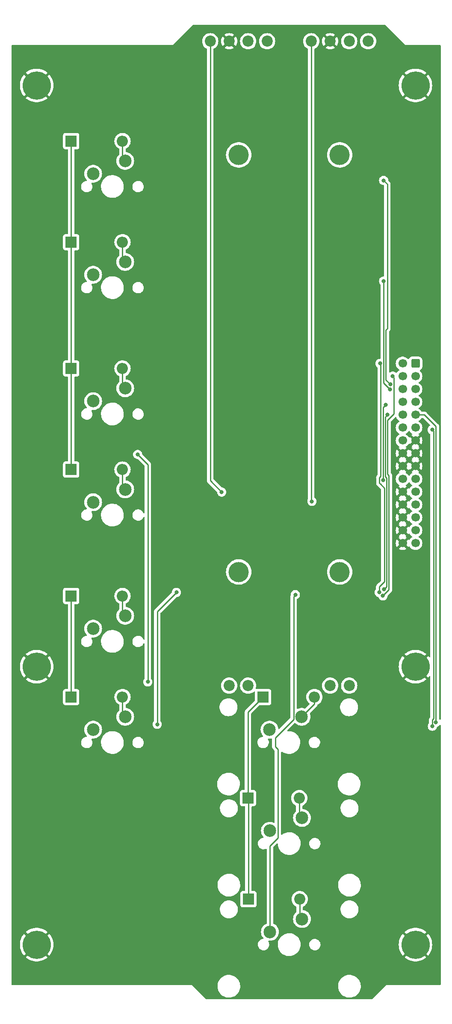
<source format=gbr>
%TF.GenerationSoftware,KiCad,Pcbnew,7.0.5*%
%TF.CreationDate,2023-07-03T18:50:33+02:00*%
%TF.ProjectId,Master_Board,4d617374-6572-45f4-926f-6172642e6b69,rev?*%
%TF.SameCoordinates,Original*%
%TF.FileFunction,Copper,L1,Top*%
%TF.FilePolarity,Positive*%
%FSLAX46Y46*%
G04 Gerber Fmt 4.6, Leading zero omitted, Abs format (unit mm)*
G04 Created by KiCad (PCBNEW 7.0.5) date 2023-07-03 18:50:33*
%MOMM*%
%LPD*%
G01*
G04 APERTURE LIST*
G04 Aperture macros list*
%AMRoundRect*
0 Rectangle with rounded corners*
0 $1 Rounding radius*
0 $2 $3 $4 $5 $6 $7 $8 $9 X,Y pos of 4 corners*
0 Add a 4 corners polygon primitive as box body*
4,1,4,$2,$3,$4,$5,$6,$7,$8,$9,$2,$3,0*
0 Add four circle primitives for the rounded corners*
1,1,$1+$1,$2,$3*
1,1,$1+$1,$4,$5*
1,1,$1+$1,$6,$7*
1,1,$1+$1,$8,$9*
0 Add four rect primitives between the rounded corners*
20,1,$1+$1,$2,$3,$4,$5,0*
20,1,$1+$1,$4,$5,$6,$7,0*
20,1,$1+$1,$6,$7,$8,$9,0*
20,1,$1+$1,$8,$9,$2,$3,0*%
G04 Aperture macros list end*
%TA.AperFunction,ComponentPad*%
%ADD10C,2.500000*%
%TD*%
%TA.AperFunction,ComponentPad*%
%ADD11R,2.200000X2.200000*%
%TD*%
%TA.AperFunction,ComponentPad*%
%ADD12O,2.200000X2.200000*%
%TD*%
%TA.AperFunction,ComponentPad*%
%ADD13C,2.200000*%
%TD*%
%TA.AperFunction,ComponentPad*%
%ADD14C,4.000000*%
%TD*%
%TA.AperFunction,ComponentPad*%
%ADD15C,5.600000*%
%TD*%
%TA.AperFunction,ComponentPad*%
%ADD16RoundRect,0.250000X0.600000X0.600000X-0.600000X0.600000X-0.600000X-0.600000X0.600000X-0.600000X0*%
%TD*%
%TA.AperFunction,ComponentPad*%
%ADD17C,1.700000*%
%TD*%
%TA.AperFunction,ViaPad*%
%ADD18C,0.800000*%
%TD*%
%TA.AperFunction,Conductor*%
%ADD19C,0.250000*%
%TD*%
G04 APERTURE END LIST*
D10*
%TO.P,SW2,1,1*%
%TO.N,MATRIX_2*%
X66190000Y-167460000D03*
%TO.P,SW2,2,2*%
%TO.N,Net-(D2-Pad2)*%
X72540000Y-164920000D03*
%TD*%
%TO.P,SW7,1,1*%
%TO.N,MATRIX_7*%
X31190000Y-82460000D03*
%TO.P,SW7,2,2*%
%TO.N,Net-(D7-Pad2)*%
X37540000Y-79920000D03*
%TD*%
%TO.P,SW5,1,1*%
%TO.N,MATRIX_5*%
X31190000Y-37460000D03*
%TO.P,SW5,2,2*%
%TO.N,Net-(D5-Pad2)*%
X37540000Y-34920000D03*
%TD*%
D11*
%TO.P,D10,1,K*%
%TO.N,MATRIX_B*%
X26840000Y-141000000D03*
D12*
%TO.P,D10,2,A*%
%TO.N,Net-(D10-Pad2)*%
X37000000Y-141000000D03*
%TD*%
D13*
%TO.P,RV2,1,1*%
%TO.N,GND*%
X78120000Y-11250000D03*
%TO.P,RV2,2,2*%
%TO.N,ANALOG_2*%
X74370000Y-11250000D03*
%TO.P,RV2,3,3*%
%TO.N,+5V*%
X78120000Y-138750000D03*
%TO.P,RV2,4*%
%TO.N,N/C*%
X81880000Y-11250000D03*
%TO.P,RV2,5*%
X85630000Y-11250000D03*
%TO.P,RV2,6*%
X81880000Y-138750000D03*
D14*
%TO.P,RV2,G*%
X80000000Y-33750000D03*
X80000000Y-116250000D03*
%TD*%
D10*
%TO.P,SW8,1,1*%
%TO.N,MATRIX_8*%
X31190000Y-102460000D03*
%TO.P,SW8,2,2*%
%TO.N,Net-(D8-Pad2)*%
X37540000Y-99920000D03*
%TD*%
D15*
%TO.P,H5,1,1*%
%TO.N,GND*%
X95000000Y-190000000D03*
%TD*%
D11*
%TO.P,D3,1,K*%
%TO.N,MATRIX_A*%
X61920000Y-181000000D03*
D12*
%TO.P,D3,2,A*%
%TO.N,Net-(D3-Pad2)*%
X72080000Y-181000000D03*
%TD*%
D10*
%TO.P,SW10,1,1*%
%TO.N,MATRIX_2*%
X31190000Y-147460000D03*
%TO.P,SW10,2,2*%
%TO.N,Net-(D10-Pad2)*%
X37540000Y-144920000D03*
%TD*%
D11*
%TO.P,D8,1,K*%
%TO.N,MATRIX_A*%
X26840000Y-96000000D03*
D12*
%TO.P,D8,2,A*%
%TO.N,Net-(D8-Pad2)*%
X37000000Y-96000000D03*
%TD*%
D10*
%TO.P,SW6,1,1*%
%TO.N,MATRIX_6*%
X31190000Y-57460000D03*
%TO.P,SW6,2,2*%
%TO.N,Net-(D6-Pad2)*%
X37540000Y-54920000D03*
%TD*%
D15*
%TO.P,H3,1,1*%
%TO.N,GND*%
X95000000Y-135000000D03*
%TD*%
D10*
%TO.P,SW1,1,1*%
%TO.N,MATRIX_1*%
X66110000Y-147460000D03*
%TO.P,SW1,2,2*%
%TO.N,Net-(D1-Pad2)*%
X72460000Y-144920000D03*
%TD*%
D11*
%TO.P,D1,1,K*%
%TO.N,MATRIX_A*%
X64840000Y-141000000D03*
D12*
%TO.P,D1,2,A*%
%TO.N,Net-(D1-Pad2)*%
X75000000Y-141000000D03*
%TD*%
D10*
%TO.P,SW9,1,1*%
%TO.N,MATRIX_1*%
X31190000Y-127460000D03*
%TO.P,SW9,2,2*%
%TO.N,Net-(D9-Pad2)*%
X37540000Y-124920000D03*
%TD*%
D13*
%TO.P,RV1,1,1*%
%TO.N,GND*%
X58120000Y-11250000D03*
%TO.P,RV1,2,2*%
%TO.N,ANALOG_1*%
X54370000Y-11250000D03*
%TO.P,RV1,3,3*%
%TO.N,+5V*%
X58120000Y-138750000D03*
%TO.P,RV1,4*%
%TO.N,N/C*%
X61880000Y-11250000D03*
%TO.P,RV1,5*%
X65630000Y-11250000D03*
%TO.P,RV1,6*%
X61880000Y-138750000D03*
D14*
%TO.P,RV1,G*%
X60000000Y-116250000D03*
X60000000Y-33750000D03*
%TD*%
D15*
%TO.P,H2,1,1*%
%TO.N,GND*%
X95000000Y-20000000D03*
%TD*%
%TO.P,H1,1,1*%
%TO.N,GND*%
X20000000Y-135000000D03*
%TD*%
%TO.P,H4,1,1*%
%TO.N,GND*%
X20000000Y-20000000D03*
%TD*%
D11*
%TO.P,D7,1,K*%
%TO.N,MATRIX_A*%
X26840000Y-76000000D03*
D12*
%TO.P,D7,2,A*%
%TO.N,Net-(D7-Pad2)*%
X37000000Y-76000000D03*
%TD*%
D15*
%TO.P,H6,1,1*%
%TO.N,GND*%
X20000000Y-190000000D03*
%TD*%
D11*
%TO.P,D2,1,K*%
%TO.N,MATRIX_A*%
X61840000Y-161000000D03*
D12*
%TO.P,D2,2,A*%
%TO.N,Net-(D2-Pad2)*%
X72000000Y-161000000D03*
%TD*%
D11*
%TO.P,D9,1,K*%
%TO.N,MATRIX_B*%
X26840000Y-121000000D03*
D12*
%TO.P,D9,2,A*%
%TO.N,Net-(D9-Pad2)*%
X37000000Y-121000000D03*
%TD*%
D11*
%TO.P,D6,1,K*%
%TO.N,MATRIX_A*%
X26840000Y-51000000D03*
D12*
%TO.P,D6,2,A*%
%TO.N,Net-(D6-Pad2)*%
X37000000Y-51000000D03*
%TD*%
D10*
%TO.P,SW3,1,1*%
%TO.N,MATRIX_3*%
X66190000Y-187460000D03*
%TO.P,SW3,2,2*%
%TO.N,Net-(D3-Pad2)*%
X72540000Y-184920000D03*
%TD*%
D11*
%TO.P,D5,1,K*%
%TO.N,MATRIX_A*%
X26840000Y-31000000D03*
D12*
%TO.P,D5,2,A*%
%TO.N,Net-(D5-Pad2)*%
X37000000Y-31000000D03*
%TD*%
D16*
%TO.P,J1,1,Pin_1*%
%TO.N,MATRIX_1*%
X95000000Y-75000000D03*
D17*
%TO.P,J1,2,Pin_2*%
%TO.N,MATRIX_2*%
X92460000Y-75000000D03*
%TO.P,J1,3,Pin_3*%
%TO.N,MATRIX_3*%
X95000000Y-77540000D03*
%TO.P,J1,4,Pin_4*%
%TO.N,MATRIX_4*%
X92460000Y-77540000D03*
%TO.P,J1,5,Pin_5*%
%TO.N,MATRIX_5*%
X95000000Y-80080000D03*
%TO.P,J1,6,Pin_6*%
%TO.N,MATRIX_6*%
X92460000Y-80080000D03*
%TO.P,J1,7,Pin_7*%
%TO.N,MATRIX_7*%
X95000000Y-82620000D03*
%TO.P,J1,8,Pin_8*%
%TO.N,MATRIX_8*%
X92460000Y-82620000D03*
%TO.P,J1,9,Pin_9*%
%TO.N,MATRIX_A*%
X95000000Y-85160000D03*
%TO.P,J1,10,Pin_10*%
%TO.N,MATRIX_B*%
X92460000Y-85160000D03*
%TO.P,J1,11,Pin_11*%
%TO.N,unconnected-(J1-Pad11)*%
X95000000Y-87700000D03*
%TO.P,J1,12,Pin_12*%
%TO.N,unconnected-(J1-Pad12)*%
X92460000Y-87700000D03*
%TO.P,J1,13,Pin_13*%
%TO.N,GND*%
X95000000Y-90240000D03*
%TO.P,J1,14,Pin_14*%
%TO.N,unconnected-(J1-Pad14)*%
X92460000Y-90240000D03*
%TO.P,J1,15,Pin_15*%
%TO.N,GND*%
X95000000Y-92780000D03*
%TO.P,J1,16,Pin_16*%
X92460000Y-92780000D03*
%TO.P,J1,17,Pin_17*%
X95000000Y-95320000D03*
%TO.P,J1,18,Pin_18*%
X92460000Y-95320000D03*
%TO.P,J1,19,Pin_19*%
%TO.N,+5V*%
X95000000Y-97860000D03*
%TO.P,J1,20,Pin_20*%
X92460000Y-97860000D03*
%TO.P,J1,21,Pin_21*%
%TO.N,ANALOG_1*%
X95000000Y-100400000D03*
%TO.P,J1,22,Pin_22*%
%TO.N,GND*%
X92460000Y-100400000D03*
%TO.P,J1,23,Pin_23*%
%TO.N,ANALOG_2*%
X95000000Y-102940000D03*
%TO.P,J1,24,Pin_24*%
%TO.N,GND*%
X92460000Y-102940000D03*
%TO.P,J1,25,Pin_25*%
%TO.N,unconnected-(J1-Pad25)*%
X95000000Y-105480000D03*
%TO.P,J1,26,Pin_26*%
%TO.N,GND*%
X92460000Y-105480000D03*
%TO.P,J1,27,Pin_27*%
%TO.N,unconnected-(J1-Pad27)*%
X95000000Y-108020000D03*
%TO.P,J1,28,Pin_28*%
%TO.N,GND*%
X92460000Y-108020000D03*
%TO.P,J1,29,Pin_29*%
%TO.N,unconnected-(J1-Pad29)*%
X95000000Y-110560000D03*
%TO.P,J1,30,Pin_30*%
%TO.N,GND*%
X92460000Y-110560000D03*
%TD*%
D18*
%TO.N,MATRIX_1*%
X98310100Y-88112600D03*
X98348800Y-146786600D03*
%TO.N,MATRIX_2*%
X87830826Y-120299989D03*
X47675800Y-120299989D03*
X43865800Y-146405600D03*
X87972300Y-75006200D03*
%TO.N,MATRIX_A*%
X42000000Y-138000000D03*
X40000000Y-93000000D03*
X99034589Y-145999200D03*
%TO.N,MATRIX_3*%
X90500200Y-77520800D03*
X88556314Y-120987501D03*
X71221600Y-120749509D03*
%TO.N,MATRIX_5*%
X90027265Y-79139328D03*
X88696800Y-38785800D03*
%TO.N,MATRIX_6*%
X88696800Y-58699400D03*
X89966800Y-80137000D03*
%TO.N,MATRIX_B*%
X88773000Y-119710200D03*
X89458800Y-85166200D03*
%TO.N,MATRIX_8*%
X89077800Y-83184500D03*
X88569800Y-98094800D03*
%TO.N,ANALOG_1*%
X56642000Y-100457000D03*
%TO.N,ANALOG_2*%
X74498200Y-102299011D03*
%TD*%
D19*
%TO.N,Net-(D1-Pad2)*%
X75000000Y-142380000D02*
X75000000Y-141000000D01*
X72460000Y-144920000D02*
X75000000Y-142380000D01*
%TO.N,MATRIX_1*%
X98585069Y-141182317D02*
X98585069Y-145237200D01*
X98310100Y-88112600D02*
X98585080Y-88387580D01*
X98310078Y-145512191D02*
X98310078Y-146747878D01*
X98310078Y-146747878D02*
X98348800Y-146786600D01*
X98585069Y-145237200D02*
X98310078Y-145512191D01*
X98585080Y-141182306D02*
X98585069Y-141182317D01*
X98585080Y-88387580D02*
X98585080Y-141182306D01*
%TO.N,MATRIX_2*%
X87830826Y-120299989D02*
X87830826Y-119200165D01*
X88844791Y-99665191D02*
X88061800Y-98882200D01*
X88061800Y-98882200D02*
X87845289Y-98665689D01*
X88120280Y-84124800D02*
X88120280Y-75154180D01*
X88120280Y-75154180D02*
X87972300Y-75006200D01*
X43865800Y-124109989D02*
X47675800Y-120299989D01*
X87845289Y-97607791D02*
X88120280Y-97332800D01*
X88120280Y-97332800D02*
X88120280Y-84124800D01*
X87845289Y-98665689D02*
X87845289Y-97607791D01*
X87830826Y-119200165D02*
X88844791Y-118186200D01*
X43865800Y-146405600D02*
X43865800Y-124109989D01*
X88844791Y-118186200D02*
X88844791Y-99665191D01*
%TO.N,MATRIX_A*%
X61840000Y-161000000D02*
X61840000Y-144000000D01*
X42000000Y-95000000D02*
X40000000Y-93000000D01*
X61747400Y-159816800D02*
X61747400Y-160907400D01*
X99034589Y-145999200D02*
X99034589Y-141757411D01*
X26840000Y-51000000D02*
X26840000Y-76000000D01*
X96767800Y-85160000D02*
X99034600Y-87426800D01*
X61920000Y-159989400D02*
X61747400Y-159816800D01*
X61840000Y-144000000D02*
X64840000Y-141000000D01*
X26840000Y-31000000D02*
X26840000Y-51000000D01*
X42000000Y-138000000D02*
X42000000Y-95000000D01*
X99034600Y-87426800D02*
X99034600Y-141757400D01*
X61920000Y-181000000D02*
X61920000Y-159989400D01*
X26840000Y-76000000D02*
X26840000Y-96000000D01*
X95000000Y-85160000D02*
X96767800Y-85160000D01*
X99034589Y-141757411D02*
X99034600Y-141757400D01*
X61747400Y-160907400D02*
X61840000Y-161000000D01*
%TO.N,Net-(D3-Pad2)*%
X72080000Y-181000000D02*
X72080000Y-184460000D01*
X72080000Y-184460000D02*
X72540000Y-184920000D01*
%TO.N,Net-(D5-Pad2)*%
X37000000Y-31000000D02*
X37000000Y-34380000D01*
X37000000Y-34380000D02*
X37540000Y-34920000D01*
%TO.N,MATRIX_3*%
X70885489Y-145395511D02*
X70885489Y-121085620D01*
X89743831Y-119002691D02*
X89743831Y-98475800D01*
X89468840Y-96901000D02*
X89468840Y-86248360D01*
X90751776Y-77772376D02*
X90500200Y-77520800D01*
X70885489Y-121085620D02*
X71221600Y-120749509D01*
X67764511Y-151355911D02*
X67233800Y-150825200D01*
X66190000Y-187460000D02*
X66190000Y-170451919D01*
X90751776Y-84965424D02*
X90751776Y-77772376D01*
X88556314Y-120987501D02*
X89743831Y-119799984D01*
X89743831Y-98475800D02*
X89743831Y-97175991D01*
X89890600Y-85826600D02*
X90751776Y-84965424D01*
X67233800Y-149047200D02*
X70885489Y-145395511D01*
X67233800Y-150825200D02*
X67233800Y-149047200D01*
X67764511Y-168877408D02*
X67764511Y-151355911D01*
X66190000Y-170451919D02*
X67764511Y-168877408D01*
X89743831Y-97175991D02*
X89468840Y-96901000D01*
X89468840Y-86248360D02*
X89890600Y-85826600D01*
X89743831Y-119799984D02*
X89743831Y-119002691D01*
%TO.N,Net-(D9-Pad2)*%
X37000000Y-124380000D02*
X37540000Y-124920000D01*
X37000000Y-121000000D02*
X37000000Y-124380000D01*
%TO.N,Net-(D10-Pad2)*%
X37000000Y-144380000D02*
X37540000Y-144920000D01*
X37000000Y-141000000D02*
X37000000Y-144380000D01*
%TO.N,MATRIX_5*%
X88696800Y-38785800D02*
X89421311Y-39510311D01*
X89146320Y-77546200D02*
X89146320Y-78258383D01*
X89146320Y-68402200D02*
X89146320Y-77546200D01*
X89421311Y-39510311D02*
X89421311Y-68127209D01*
X89421311Y-68127209D02*
X89146320Y-68402200D01*
X89146320Y-78258383D02*
X90027265Y-79139328D01*
%TO.N,MATRIX_6*%
X88696800Y-58699400D02*
X88696800Y-78867000D01*
X88696800Y-78867000D02*
X89966800Y-80137000D01*
%TO.N,MATRIX_B*%
X89294311Y-119188889D02*
X89294311Y-97683991D01*
X26840000Y-141000000D02*
X26840000Y-121000000D01*
X88773000Y-119710200D02*
X89294311Y-119188889D01*
X89294311Y-97683991D02*
X89019320Y-97409000D01*
X89019320Y-97409000D02*
X89019320Y-85605680D01*
X89019320Y-85605680D02*
X89458800Y-85166200D01*
%TO.N,MATRIX_8*%
X88569800Y-98094800D02*
X88569800Y-83692500D01*
X88569800Y-83692500D02*
X89077800Y-83184500D01*
%TO.N,Net-(D2-Pad2)*%
X72000000Y-164380000D02*
X72540000Y-164920000D01*
X72000000Y-161000000D02*
X72000000Y-164380000D01*
%TO.N,Net-(D7-Pad2)*%
X37000000Y-76000000D02*
X37000000Y-79380000D01*
X37000000Y-79380000D02*
X37540000Y-79920000D01*
%TO.N,Net-(D8-Pad2)*%
X37000000Y-96000000D02*
X37000000Y-99380000D01*
X37000000Y-99380000D02*
X37540000Y-99920000D01*
%TO.N,ANALOG_1*%
X54370000Y-11250000D02*
X54370000Y-98185000D01*
X54370000Y-98185000D02*
X56642000Y-100457000D01*
%TO.N,ANALOG_2*%
X74370000Y-102170811D02*
X74498200Y-102299011D01*
X74370000Y-11250000D02*
X74370000Y-102170811D01*
%TO.N,Net-(D6-Pad2)*%
X37000000Y-54380000D02*
X37540000Y-54920000D01*
X37000000Y-51000000D02*
X37000000Y-54380000D01*
%TD*%
%TA.AperFunction,Conductor*%
%TO.N,GND*%
G36*
X89015723Y-8020502D02*
G01*
X89036697Y-8037405D01*
X92981915Y-11982623D01*
X92982150Y-11982973D01*
X92999618Y-12000384D01*
X92999683Y-12000411D01*
X92999671Y-12000437D01*
X92999693Y-12000458D01*
X92999900Y-12000500D01*
X92999999Y-12000541D01*
X93000000Y-12000541D01*
X93024952Y-12000541D01*
X93025158Y-12000500D01*
X99873500Y-12000500D01*
X99941621Y-12020502D01*
X99988114Y-12074158D01*
X99999500Y-12126500D01*
X99999500Y-145385352D01*
X99979498Y-145453473D01*
X99925842Y-145499966D01*
X99855568Y-145510070D01*
X99790988Y-145480576D01*
X99778391Y-145466853D01*
X99778047Y-145467163D01*
X99746531Y-145432161D01*
X99700452Y-145380984D01*
X99669735Y-145316976D01*
X99668089Y-145296674D01*
X99668089Y-141841540D01*
X99668100Y-141841369D01*
X99668100Y-141817175D01*
X99669651Y-141797463D01*
X99672820Y-141777457D01*
X99668571Y-141732502D01*
X99668380Y-141730480D01*
X99668100Y-141724548D01*
X99668100Y-87510655D01*
X99669849Y-87494814D01*
X99669556Y-87494787D01*
X99670302Y-87486893D01*
X99668131Y-87417823D01*
X99668100Y-87415844D01*
X99668100Y-87386949D01*
X99668100Y-87386944D01*
X99667219Y-87379978D01*
X99666755Y-87374082D01*
X99665273Y-87326910D01*
X99659622Y-87307463D01*
X99655612Y-87288100D01*
X99653074Y-87268003D01*
X99635699Y-87224120D01*
X99633779Y-87218511D01*
X99620618Y-87173207D01*
X99610305Y-87155769D01*
X99601610Y-87138022D01*
X99594152Y-87119183D01*
X99566421Y-87081015D01*
X99563162Y-87076055D01*
X99539141Y-87035435D01*
X99524818Y-87021112D01*
X99511977Y-87006079D01*
X99500071Y-86989692D01*
X99492629Y-86983535D01*
X99463708Y-86959610D01*
X99459336Y-86955631D01*
X97275044Y-84771339D01*
X97265079Y-84758901D01*
X97264852Y-84759090D01*
X97259801Y-84752984D01*
X97259800Y-84752982D01*
X97209426Y-84705678D01*
X97208037Y-84704332D01*
X97197790Y-84694085D01*
X97187576Y-84683870D01*
X97187572Y-84683866D01*
X97182025Y-84679563D01*
X97177517Y-84675712D01*
X97143125Y-84643417D01*
X97143119Y-84643413D01*
X97125363Y-84633651D01*
X97108847Y-84622802D01*
X97092841Y-84610386D01*
X97062089Y-84597078D01*
X97049540Y-84591648D01*
X97044208Y-84589036D01*
X97002861Y-84566305D01*
X96983236Y-84561266D01*
X96964536Y-84554864D01*
X96945945Y-84546819D01*
X96945943Y-84546818D01*
X96945942Y-84546818D01*
X96899342Y-84539437D01*
X96893529Y-84538233D01*
X96847830Y-84526500D01*
X96827576Y-84526500D01*
X96807866Y-84524949D01*
X96787857Y-84521780D01*
X96787856Y-84521780D01*
X96740883Y-84526220D01*
X96734950Y-84526500D01*
X96277038Y-84526500D01*
X96208917Y-84506498D01*
X96171555Y-84469415D01*
X96075724Y-84322734D01*
X96075720Y-84322729D01*
X95923237Y-84157091D01*
X95789879Y-84053294D01*
X95745576Y-84018811D01*
X95741477Y-84016593D01*
X95712320Y-84000814D01*
X95661929Y-83950802D01*
X95646576Y-83881485D01*
X95671136Y-83814872D01*
X95712320Y-83779186D01*
X95745576Y-83761189D01*
X95923240Y-83622906D01*
X96075722Y-83457268D01*
X96198860Y-83268791D01*
X96289296Y-83062616D01*
X96344564Y-82844368D01*
X96363156Y-82620000D01*
X96344564Y-82395632D01*
X96289296Y-82177384D01*
X96198860Y-81971209D01*
X96192140Y-81960924D01*
X96075724Y-81782734D01*
X96075720Y-81782729D01*
X95923237Y-81617091D01*
X95823821Y-81539712D01*
X95745576Y-81478811D01*
X95712319Y-81460813D01*
X95661929Y-81410802D01*
X95646576Y-81341485D01*
X95671136Y-81274872D01*
X95712320Y-81239186D01*
X95745576Y-81221189D01*
X95923240Y-81082906D01*
X96075722Y-80917268D01*
X96198860Y-80728791D01*
X96289296Y-80522616D01*
X96344564Y-80304368D01*
X96363156Y-80080000D01*
X96344564Y-79855632D01*
X96289296Y-79637384D01*
X96198860Y-79431209D01*
X96192140Y-79420924D01*
X96075724Y-79242734D01*
X96075720Y-79242729D01*
X95923237Y-79077091D01*
X95823821Y-78999712D01*
X95745576Y-78938811D01*
X95712319Y-78920813D01*
X95661929Y-78870802D01*
X95646576Y-78801485D01*
X95671136Y-78734872D01*
X95712320Y-78699186D01*
X95745576Y-78681189D01*
X95923240Y-78542906D01*
X96075722Y-78377268D01*
X96198860Y-78188791D01*
X96289296Y-77982616D01*
X96344564Y-77764368D01*
X96363156Y-77540000D01*
X96344564Y-77315632D01*
X96289296Y-77097384D01*
X96198860Y-76891209D01*
X96183700Y-76868005D01*
X96075724Y-76702734D01*
X96075720Y-76702729D01*
X95923236Y-76537090D01*
X95888436Y-76510004D01*
X95846966Y-76452379D01*
X95843233Y-76381480D01*
X95878423Y-76319819D01*
X95916763Y-76296669D01*
X95916086Y-76295217D01*
X95922728Y-76292118D01*
X95922738Y-76292115D01*
X96073652Y-76199030D01*
X96199030Y-76073652D01*
X96292115Y-75922738D01*
X96347887Y-75754426D01*
X96358500Y-75650545D01*
X96358499Y-74349456D01*
X96356306Y-74327993D01*
X96347887Y-74245574D01*
X96319553Y-74160067D01*
X96292115Y-74077262D01*
X96199030Y-73926348D01*
X96199029Y-73926347D01*
X96199024Y-73926341D01*
X96073658Y-73800975D01*
X96073652Y-73800970D01*
X96073652Y-73800969D01*
X95922738Y-73707885D01*
X95834224Y-73678555D01*
X95754427Y-73652113D01*
X95754420Y-73652112D01*
X95650553Y-73641500D01*
X94349455Y-73641500D01*
X94245574Y-73652112D01*
X94077261Y-73707885D01*
X93926347Y-73800970D01*
X93926341Y-73800975D01*
X93800975Y-73926341D01*
X93800970Y-73926347D01*
X93707883Y-74077266D01*
X93704783Y-74083914D01*
X93702878Y-74083025D01*
X93668389Y-74132822D01*
X93602828Y-74160067D01*
X93532945Y-74147541D01*
X93496515Y-74120142D01*
X93383237Y-73997091D01*
X93301382Y-73933381D01*
X93205576Y-73858811D01*
X93007574Y-73751658D01*
X93007572Y-73751657D01*
X93007571Y-73751656D01*
X92794639Y-73678557D01*
X92794630Y-73678555D01*
X92750476Y-73671187D01*
X92572569Y-73641500D01*
X92347431Y-73641500D01*
X92199210Y-73666233D01*
X92125369Y-73678555D01*
X92125360Y-73678557D01*
X91912428Y-73751656D01*
X91912426Y-73751658D01*
X91714426Y-73858810D01*
X91714424Y-73858811D01*
X91536762Y-73997091D01*
X91384279Y-74162729D01*
X91384275Y-74162734D01*
X91261141Y-74351206D01*
X91170703Y-74557386D01*
X91170702Y-74557387D01*
X91115437Y-74775624D01*
X91115436Y-74775630D01*
X91115436Y-74775632D01*
X91096844Y-74999999D01*
X91096844Y-75000000D01*
X91115437Y-75224375D01*
X91170702Y-75442612D01*
X91170703Y-75442613D01*
X91170704Y-75442616D01*
X91261140Y-75648791D01*
X91261141Y-75648793D01*
X91384275Y-75837265D01*
X91384279Y-75837270D01*
X91536762Y-76002908D01*
X91591331Y-76045381D01*
X91714424Y-76141189D01*
X91747680Y-76159186D01*
X91798071Y-76209200D01*
X91813423Y-76278516D01*
X91788862Y-76345129D01*
X91747680Y-76380813D01*
X91714426Y-76398810D01*
X91714424Y-76398811D01*
X91536762Y-76537091D01*
X91384279Y-76702729D01*
X91306410Y-76821917D01*
X91252406Y-76868005D01*
X91182058Y-76877580D01*
X91117701Y-76847602D01*
X91116394Y-76846310D01*
X91116358Y-76846351D01*
X91111450Y-76841931D01*
X90956952Y-76729682D01*
X90782488Y-76652006D01*
X90595687Y-76612300D01*
X90404713Y-76612300D01*
X90217911Y-76652006D01*
X90043447Y-76729682D01*
X89979881Y-76775866D01*
X89913013Y-76799725D01*
X89843861Y-76783644D01*
X89794381Y-76732730D01*
X89779820Y-76673930D01*
X89779820Y-68718629D01*
X89799822Y-68650508D01*
X89825512Y-68621538D01*
X89828322Y-68619213D01*
X89828329Y-68619209D01*
X89875648Y-68568817D01*
X89876963Y-68567460D01*
X89897446Y-68546979D01*
X89901756Y-68541421D01*
X89905585Y-68536938D01*
X89937897Y-68502530D01*
X89947657Y-68484774D01*
X89958506Y-68468259D01*
X89970925Y-68452250D01*
X89989674Y-68408919D01*
X89992264Y-68403632D01*
X90015006Y-68362269D01*
X90020044Y-68342643D01*
X90026448Y-68323941D01*
X90034491Y-68305356D01*
X90034490Y-68305356D01*
X90034492Y-68305354D01*
X90041872Y-68258756D01*
X90043073Y-68252949D01*
X90054811Y-68207239D01*
X90054811Y-68186984D01*
X90056362Y-68167272D01*
X90059531Y-68147266D01*
X90055089Y-68100278D01*
X90054810Y-68094379D01*
X90054810Y-39594168D01*
X90056560Y-39578323D01*
X90056266Y-39578296D01*
X90057011Y-39570410D01*
X90057013Y-39570402D01*
X90054842Y-39501334D01*
X90054811Y-39499355D01*
X90054811Y-39470460D01*
X90054811Y-39470455D01*
X90053930Y-39463489D01*
X90053466Y-39457593D01*
X90051984Y-39410421D01*
X90046333Y-39390974D01*
X90042323Y-39371611D01*
X90039785Y-39351514D01*
X90022410Y-39307631D01*
X90020490Y-39302022D01*
X90007329Y-39256718D01*
X89997016Y-39239280D01*
X89988321Y-39221533D01*
X89980863Y-39202694D01*
X89953132Y-39164526D01*
X89949873Y-39159566D01*
X89948566Y-39157356D01*
X89925853Y-39118948D01*
X89925852Y-39118946D01*
X89911529Y-39104623D01*
X89898688Y-39089590D01*
X89886782Y-39073203D01*
X89859423Y-39050570D01*
X89850419Y-39043121D01*
X89846047Y-39039142D01*
X89643921Y-38837015D01*
X89609895Y-38774704D01*
X89607708Y-38761106D01*
X89590342Y-38595872D01*
X89531327Y-38414244D01*
X89435840Y-38248856D01*
X89435838Y-38248854D01*
X89435834Y-38248848D01*
X89308055Y-38106935D01*
X89153552Y-37994682D01*
X88979088Y-37917006D01*
X88792287Y-37877300D01*
X88601313Y-37877300D01*
X88414511Y-37917006D01*
X88240047Y-37994682D01*
X88085544Y-38106935D01*
X87957765Y-38248848D01*
X87957758Y-38248858D01*
X87862276Y-38414238D01*
X87862273Y-38414244D01*
X87849559Y-38453372D01*
X87803257Y-38595872D01*
X87783296Y-38785800D01*
X87803257Y-38975727D01*
X87827576Y-39050570D01*
X87862273Y-39157356D01*
X87874895Y-39179218D01*
X87957758Y-39322741D01*
X87957765Y-39322751D01*
X88085544Y-39464664D01*
X88085547Y-39464666D01*
X88240048Y-39576918D01*
X88414512Y-39654594D01*
X88601313Y-39694300D01*
X88657206Y-39694300D01*
X88725327Y-39714302D01*
X88746286Y-39731190D01*
X88750899Y-39735803D01*
X88784929Y-39798107D01*
X88787811Y-39824904D01*
X88787811Y-57664900D01*
X88767809Y-57733021D01*
X88714153Y-57779514D01*
X88661811Y-57790900D01*
X88601313Y-57790900D01*
X88414511Y-57830606D01*
X88240047Y-57908282D01*
X88085544Y-58020535D01*
X87957765Y-58162448D01*
X87957758Y-58162458D01*
X87862276Y-58327838D01*
X87862273Y-58327845D01*
X87803257Y-58509472D01*
X87783296Y-58699399D01*
X87803257Y-58889327D01*
X87833326Y-58981870D01*
X87862273Y-59070956D01*
X87862276Y-59070961D01*
X87926232Y-59181737D01*
X87957760Y-59236344D01*
X88030937Y-59317615D01*
X88061653Y-59381620D01*
X88063300Y-59401924D01*
X88063300Y-73971700D01*
X88043298Y-74039821D01*
X87989642Y-74086314D01*
X87937300Y-74097700D01*
X87876813Y-74097700D01*
X87690011Y-74137406D01*
X87515547Y-74215082D01*
X87361044Y-74327335D01*
X87233265Y-74469248D01*
X87233258Y-74469258D01*
X87179492Y-74562384D01*
X87137773Y-74634644D01*
X87131550Y-74653796D01*
X87078757Y-74816272D01*
X87058796Y-75006199D01*
X87078757Y-75196127D01*
X87087936Y-75224375D01*
X87137773Y-75377756D01*
X87137776Y-75377761D01*
X87233258Y-75543141D01*
X87233265Y-75543151D01*
X87361043Y-75685063D01*
X87361046Y-75685065D01*
X87361047Y-75685066D01*
X87434840Y-75738680D01*
X87478195Y-75794902D01*
X87486780Y-75840616D01*
X87486780Y-97016369D01*
X87466778Y-97084490D01*
X87441103Y-97113448D01*
X87438269Y-97115792D01*
X87390983Y-97166146D01*
X87389608Y-97167565D01*
X87369152Y-97188022D01*
X87364849Y-97193568D01*
X87361003Y-97198070D01*
X87328706Y-97232465D01*
X87328700Y-97232474D01*
X87318940Y-97250226D01*
X87308092Y-97266741D01*
X87295675Y-97282749D01*
X87276934Y-97326055D01*
X87274323Y-97331385D01*
X87251594Y-97372730D01*
X87251592Y-97372735D01*
X87246556Y-97392350D01*
X87240153Y-97411053D01*
X87232108Y-97429643D01*
X87224726Y-97476247D01*
X87223522Y-97482059D01*
X87211789Y-97527759D01*
X87211789Y-97548014D01*
X87210238Y-97567724D01*
X87207069Y-97587733D01*
X87207069Y-97587734D01*
X87211509Y-97634708D01*
X87211789Y-97640641D01*
X87211789Y-98581835D01*
X87210040Y-98597677D01*
X87210333Y-98597705D01*
X87209587Y-98605597D01*
X87211758Y-98674663D01*
X87211789Y-98676642D01*
X87211789Y-98705540D01*
X87211790Y-98705561D01*
X87212667Y-98712509D01*
X87213133Y-98718421D01*
X87214615Y-98765577D01*
X87214616Y-98765582D01*
X87220266Y-98785028D01*
X87224275Y-98804386D01*
X87226814Y-98824482D01*
X87226815Y-98824488D01*
X87244182Y-98868351D01*
X87246105Y-98873968D01*
X87259271Y-98919282D01*
X87269583Y-98936720D01*
X87278277Y-98954468D01*
X87285733Y-98973298D01*
X87285739Y-98973309D01*
X87313466Y-99011472D01*
X87316726Y-99016435D01*
X87333816Y-99045332D01*
X87340747Y-99057051D01*
X87355071Y-99071375D01*
X87367909Y-99086406D01*
X87379816Y-99102795D01*
X87416168Y-99132868D01*
X87420560Y-99136864D01*
X87642030Y-99358335D01*
X87642034Y-99358338D01*
X87919828Y-99636132D01*
X88174386Y-99890690D01*
X88208412Y-99953002D01*
X88211291Y-99979785D01*
X88211291Y-117871605D01*
X88191289Y-117939726D01*
X88174390Y-117960695D01*
X87762904Y-118372182D01*
X87442166Y-118692920D01*
X87429729Y-118702884D01*
X87429917Y-118703111D01*
X87423807Y-118708164D01*
X87376519Y-118758520D01*
X87375145Y-118759939D01*
X87354689Y-118780396D01*
X87350386Y-118785942D01*
X87346540Y-118790444D01*
X87314243Y-118824839D01*
X87314237Y-118824848D01*
X87304477Y-118842600D01*
X87293629Y-118859115D01*
X87281212Y-118875123D01*
X87262471Y-118918429D01*
X87259860Y-118923759D01*
X87237131Y-118965104D01*
X87237129Y-118965109D01*
X87232093Y-118984724D01*
X87225690Y-119003427D01*
X87217645Y-119022017D01*
X87210263Y-119068621D01*
X87209059Y-119074433D01*
X87197326Y-119120133D01*
X87197326Y-119140388D01*
X87195775Y-119160098D01*
X87192606Y-119180107D01*
X87192606Y-119180108D01*
X87197046Y-119227082D01*
X87197326Y-119233015D01*
X87197326Y-119597463D01*
X87177324Y-119665584D01*
X87164963Y-119681773D01*
X87091783Y-119763048D01*
X86996302Y-119928427D01*
X86996299Y-119928433D01*
X86986565Y-119958391D01*
X86937283Y-120110061D01*
X86917322Y-120299989D01*
X86937283Y-120489916D01*
X86941018Y-120501410D01*
X86996299Y-120671545D01*
X86996302Y-120671550D01*
X87091784Y-120836930D01*
X87091791Y-120836940D01*
X87219570Y-120978853D01*
X87280825Y-121023357D01*
X87374074Y-121091107D01*
X87548538Y-121168783D01*
X87597072Y-121179099D01*
X87659546Y-121212827D01*
X87690708Y-121263408D01*
X87721787Y-121359057D01*
X87721790Y-121359062D01*
X87817272Y-121524442D01*
X87817279Y-121524452D01*
X87945058Y-121666365D01*
X87945061Y-121666367D01*
X88099562Y-121778619D01*
X88274026Y-121856295D01*
X88460827Y-121896001D01*
X88651801Y-121896001D01*
X88838602Y-121856295D01*
X89013066Y-121778619D01*
X89167567Y-121666367D01*
X89204559Y-121625283D01*
X89295348Y-121524452D01*
X89295349Y-121524450D01*
X89295354Y-121524445D01*
X89390841Y-121359057D01*
X89449856Y-121177429D01*
X89467221Y-121012204D01*
X89494234Y-120946549D01*
X89503427Y-120936290D01*
X90132488Y-120307229D01*
X90144923Y-120297268D01*
X90144736Y-120297041D01*
X90150847Y-120291985D01*
X90150846Y-120291985D01*
X90150849Y-120291984D01*
X90198183Y-120241576D01*
X90199498Y-120240219D01*
X90219966Y-120219753D01*
X90224268Y-120214205D01*
X90228098Y-120209719D01*
X90260417Y-120175305D01*
X90270176Y-120157551D01*
X90281035Y-120141022D01*
X90293445Y-120125024D01*
X90312185Y-120081716D01*
X90314796Y-120076388D01*
X90317954Y-120070644D01*
X90337526Y-120035044D01*
X90342564Y-120015419D01*
X90348969Y-119996714D01*
X90357012Y-119978129D01*
X90364392Y-119931531D01*
X90365593Y-119925724D01*
X90377331Y-119880014D01*
X90377331Y-119859759D01*
X90378882Y-119840047D01*
X90382051Y-119820041D01*
X90379287Y-119790799D01*
X90377611Y-119773064D01*
X90377331Y-119767132D01*
X90377331Y-97259846D01*
X90379080Y-97244005D01*
X90378787Y-97243978D01*
X90379532Y-97236085D01*
X90379533Y-97236082D01*
X90377362Y-97167015D01*
X90377331Y-97165036D01*
X90377331Y-97136140D01*
X90377331Y-97136139D01*
X90377331Y-97136135D01*
X90376450Y-97129169D01*
X90375986Y-97123273D01*
X90374504Y-97076102D01*
X90368853Y-97056655D01*
X90364843Y-97037291D01*
X90362305Y-97017194D01*
X90361978Y-97016369D01*
X90358928Y-97008665D01*
X90344928Y-96973305D01*
X90343014Y-96967714D01*
X90329849Y-96922398D01*
X90319537Y-96904961D01*
X90310841Y-96887212D01*
X90303383Y-96868374D01*
X90275643Y-96830194D01*
X90272395Y-96825249D01*
X90248373Y-96784629D01*
X90234045Y-96770301D01*
X90221215Y-96755280D01*
X90209303Y-96738884D01*
X90201588Y-96732502D01*
X90185039Y-96718811D01*
X90172942Y-96708803D01*
X90168556Y-96704812D01*
X90139243Y-96675498D01*
X90105219Y-96613185D01*
X90102340Y-96586404D01*
X90102340Y-86562954D01*
X90122342Y-86494833D01*
X90139240Y-86473863D01*
X90366735Y-86246369D01*
X90366734Y-86246369D01*
X90991452Y-85621651D01*
X91053763Y-85587627D01*
X91124579Y-85592692D01*
X91181414Y-85635239D01*
X91195933Y-85660135D01*
X91261137Y-85808787D01*
X91261139Y-85808790D01*
X91384275Y-85997265D01*
X91384279Y-85997270D01*
X91536762Y-86162908D01*
X91567505Y-86186836D01*
X91714424Y-86301189D01*
X91747680Y-86319186D01*
X91798071Y-86369200D01*
X91813423Y-86438516D01*
X91788862Y-86505129D01*
X91747680Y-86540813D01*
X91714426Y-86558810D01*
X91714424Y-86558811D01*
X91536762Y-86697091D01*
X91384279Y-86862729D01*
X91384275Y-86862734D01*
X91261141Y-87051206D01*
X91170703Y-87257386D01*
X91170702Y-87257387D01*
X91115437Y-87475624D01*
X91115436Y-87475630D01*
X91115436Y-87475632D01*
X91096844Y-87700000D01*
X91115295Y-87922672D01*
X91115437Y-87924375D01*
X91170702Y-88142612D01*
X91170703Y-88142613D01*
X91261141Y-88348793D01*
X91384275Y-88537265D01*
X91384279Y-88537270D01*
X91536762Y-88702908D01*
X91591331Y-88745381D01*
X91714424Y-88841189D01*
X91747680Y-88859186D01*
X91798071Y-88909200D01*
X91813423Y-88978516D01*
X91788862Y-89045129D01*
X91747680Y-89080813D01*
X91714426Y-89098810D01*
X91714424Y-89098811D01*
X91536762Y-89237091D01*
X91384279Y-89402729D01*
X91384275Y-89402734D01*
X91261141Y-89591206D01*
X91170703Y-89797386D01*
X91170702Y-89797387D01*
X91115437Y-90015624D01*
X91115436Y-90015630D01*
X91115436Y-90015632D01*
X91096844Y-90240000D01*
X91114232Y-90449844D01*
X91115437Y-90464375D01*
X91170702Y-90682612D01*
X91170703Y-90682613D01*
X91261141Y-90888793D01*
X91384275Y-91077265D01*
X91384279Y-91077270D01*
X91536762Y-91242908D01*
X91591331Y-91285381D01*
X91714424Y-91381189D01*
X91748205Y-91399470D01*
X91798596Y-91449482D01*
X91813949Y-91518799D01*
X91789389Y-91585412D01*
X91748208Y-91621097D01*
X91714700Y-91639230D01*
X91694310Y-91655099D01*
X91694310Y-91655101D01*
X92332411Y-92293202D01*
X92317685Y-92295320D01*
X92186900Y-92355048D01*
X92078239Y-92449202D01*
X92000507Y-92570156D01*
X91975638Y-92654849D01*
X91336921Y-92016132D01*
X91261580Y-92131451D01*
X91171179Y-92337543D01*
X91171176Y-92337550D01*
X91115932Y-92555707D01*
X91097346Y-92779999D01*
X91115932Y-93004292D01*
X91171176Y-93222449D01*
X91171179Y-93222456D01*
X91261580Y-93428548D01*
X91336922Y-93543866D01*
X91975638Y-92905149D01*
X92000507Y-92989844D01*
X92078239Y-93110798D01*
X92186900Y-93204952D01*
X92317685Y-93264680D01*
X92332412Y-93266797D01*
X91694310Y-93904898D01*
X91714694Y-93920763D01*
X91714696Y-93920765D01*
X91748733Y-93939185D01*
X91799123Y-93989199D01*
X91814475Y-94058516D01*
X91789914Y-94125129D01*
X91748735Y-94160811D01*
X91714702Y-94179229D01*
X91694310Y-94195099D01*
X91694310Y-94195101D01*
X92332411Y-94833202D01*
X92317685Y-94835320D01*
X92186900Y-94895048D01*
X92078239Y-94989202D01*
X92000507Y-95110156D01*
X91975638Y-95194849D01*
X91336921Y-94556132D01*
X91261580Y-94671451D01*
X91171179Y-94877543D01*
X91171176Y-94877550D01*
X91115932Y-95095707D01*
X91097346Y-95319999D01*
X91115932Y-95544292D01*
X91171176Y-95762449D01*
X91171179Y-95762456D01*
X91261580Y-95968548D01*
X91336922Y-96083866D01*
X91975638Y-95445149D01*
X92000507Y-95529844D01*
X92078239Y-95650798D01*
X92186900Y-95744952D01*
X92317685Y-95804680D01*
X92332412Y-95806797D01*
X91694310Y-96444898D01*
X91714694Y-96460763D01*
X91714700Y-96460768D01*
X91748206Y-96478900D01*
X91798597Y-96528913D01*
X91813949Y-96598230D01*
X91789389Y-96664843D01*
X91748209Y-96700526D01*
X91714430Y-96718806D01*
X91714424Y-96718811D01*
X91536762Y-96857091D01*
X91384279Y-97022729D01*
X91384275Y-97022734D01*
X91261141Y-97211206D01*
X91170703Y-97417386D01*
X91170702Y-97417387D01*
X91115437Y-97635624D01*
X91115436Y-97635630D01*
X91115436Y-97635632D01*
X91096844Y-97860000D01*
X91112364Y-98047298D01*
X91115437Y-98084375D01*
X91170702Y-98302612D01*
X91170703Y-98302613D01*
X91170704Y-98302616D01*
X91254047Y-98492620D01*
X91261141Y-98508793D01*
X91384275Y-98697265D01*
X91384279Y-98697270D01*
X91536762Y-98862908D01*
X91550972Y-98873968D01*
X91714424Y-99001189D01*
X91748205Y-99019470D01*
X91798596Y-99069482D01*
X91813949Y-99138799D01*
X91789389Y-99205412D01*
X91748208Y-99241097D01*
X91714700Y-99259230D01*
X91694310Y-99275099D01*
X91694310Y-99275101D01*
X92332411Y-99913202D01*
X92317685Y-99915320D01*
X92186900Y-99975048D01*
X92078239Y-100069202D01*
X92000507Y-100190156D01*
X91975638Y-100274849D01*
X91336921Y-99636132D01*
X91261580Y-99751451D01*
X91171179Y-99957543D01*
X91171176Y-99957550D01*
X91115932Y-100175707D01*
X91097346Y-100400000D01*
X91115932Y-100624292D01*
X91171176Y-100842449D01*
X91171179Y-100842456D01*
X91261580Y-101048548D01*
X91336922Y-101163866D01*
X91975638Y-100525149D01*
X92000507Y-100609844D01*
X92078239Y-100730798D01*
X92186900Y-100824952D01*
X92317685Y-100884680D01*
X92332412Y-100886797D01*
X91694310Y-101524898D01*
X91714694Y-101540763D01*
X91714696Y-101540765D01*
X91748733Y-101559185D01*
X91799123Y-101609199D01*
X91814475Y-101678516D01*
X91789914Y-101745129D01*
X91748735Y-101780811D01*
X91714702Y-101799229D01*
X91694310Y-101815099D01*
X92332411Y-102453202D01*
X92317685Y-102455320D01*
X92186900Y-102515048D01*
X92078239Y-102609202D01*
X92000507Y-102730156D01*
X91975638Y-102814849D01*
X91336921Y-102176132D01*
X91261580Y-102291451D01*
X91171179Y-102497543D01*
X91171176Y-102497550D01*
X91115932Y-102715707D01*
X91097346Y-102939999D01*
X91115932Y-103164292D01*
X91171176Y-103382449D01*
X91171179Y-103382456D01*
X91261580Y-103588548D01*
X91336922Y-103703866D01*
X91975638Y-103065149D01*
X92000507Y-103149844D01*
X92078239Y-103270798D01*
X92186900Y-103364952D01*
X92317685Y-103424680D01*
X92332412Y-103426797D01*
X91694310Y-104064898D01*
X91714694Y-104080763D01*
X91714696Y-104080765D01*
X91748733Y-104099185D01*
X91799123Y-104149199D01*
X91814475Y-104218516D01*
X91789914Y-104285129D01*
X91748735Y-104320811D01*
X91714702Y-104339229D01*
X91694310Y-104355099D01*
X92332411Y-104993202D01*
X92317685Y-104995320D01*
X92186900Y-105055048D01*
X92078239Y-105149202D01*
X92000507Y-105270156D01*
X91975638Y-105354849D01*
X91336921Y-104716132D01*
X91261580Y-104831451D01*
X91171179Y-105037543D01*
X91171176Y-105037550D01*
X91115932Y-105255707D01*
X91097346Y-105480000D01*
X91115932Y-105704292D01*
X91171176Y-105922449D01*
X91171179Y-105922456D01*
X91261580Y-106128548D01*
X91336922Y-106243866D01*
X91975638Y-105605149D01*
X92000507Y-105689844D01*
X92078239Y-105810798D01*
X92186900Y-105904952D01*
X92317685Y-105964680D01*
X92332412Y-105966797D01*
X91694310Y-106604898D01*
X91714694Y-106620763D01*
X91714696Y-106620765D01*
X91748733Y-106639185D01*
X91799123Y-106689199D01*
X91814475Y-106758516D01*
X91789914Y-106825129D01*
X91748735Y-106860811D01*
X91714702Y-106879229D01*
X91694310Y-106895099D01*
X92332411Y-107533202D01*
X92317685Y-107535320D01*
X92186900Y-107595048D01*
X92078239Y-107689202D01*
X92000507Y-107810156D01*
X91975638Y-107894849D01*
X91336921Y-107256132D01*
X91261580Y-107371451D01*
X91171179Y-107577543D01*
X91171176Y-107577550D01*
X91115932Y-107795707D01*
X91097346Y-108020000D01*
X91115932Y-108244292D01*
X91171176Y-108462449D01*
X91171179Y-108462456D01*
X91261580Y-108668548D01*
X91336922Y-108783866D01*
X91975638Y-108145149D01*
X92000507Y-108229844D01*
X92078239Y-108350798D01*
X92186900Y-108444952D01*
X92317685Y-108504680D01*
X92332412Y-108506797D01*
X91694310Y-109144898D01*
X91714694Y-109160763D01*
X91714696Y-109160765D01*
X91748733Y-109179185D01*
X91799123Y-109229199D01*
X91814475Y-109298516D01*
X91789914Y-109365129D01*
X91748735Y-109400811D01*
X91714702Y-109419229D01*
X91694310Y-109435099D01*
X91694310Y-109435101D01*
X92332411Y-110073202D01*
X92317685Y-110075320D01*
X92186900Y-110135048D01*
X92078239Y-110229202D01*
X92000507Y-110350156D01*
X91975638Y-110434849D01*
X91336921Y-109796132D01*
X91261580Y-109911451D01*
X91171179Y-110117543D01*
X91171176Y-110117550D01*
X91115932Y-110335707D01*
X91097346Y-110559999D01*
X91115932Y-110784292D01*
X91171176Y-111002449D01*
X91171179Y-111002456D01*
X91261580Y-111208548D01*
X91336922Y-111323866D01*
X91975638Y-110685149D01*
X92000507Y-110769844D01*
X92078239Y-110890798D01*
X92186900Y-110984952D01*
X92317685Y-111044680D01*
X92332412Y-111046797D01*
X91694310Y-111684898D01*
X91714694Y-111700763D01*
X91714696Y-111700765D01*
X91912632Y-111807883D01*
X92125483Y-111880955D01*
X92125490Y-111880957D01*
X92347477Y-111918000D01*
X92572523Y-111918000D01*
X92794509Y-111880957D01*
X92794516Y-111880955D01*
X93007369Y-111807883D01*
X93007371Y-111807882D01*
X93205298Y-111700768D01*
X93205302Y-111700766D01*
X93225689Y-111684898D01*
X92587588Y-111046797D01*
X92602315Y-111044680D01*
X92733100Y-110984952D01*
X92841761Y-110890798D01*
X92919493Y-110769844D01*
X92944361Y-110685150D01*
X93583077Y-111323866D01*
X93624218Y-111260898D01*
X93678222Y-111214810D01*
X93748570Y-111205235D01*
X93812927Y-111235213D01*
X93835183Y-111260898D01*
X93924279Y-111397270D01*
X94076762Y-111562908D01*
X94131331Y-111605381D01*
X94254424Y-111701189D01*
X94452426Y-111808342D01*
X94452427Y-111808342D01*
X94452428Y-111808343D01*
X94564227Y-111846723D01*
X94665365Y-111881444D01*
X94887431Y-111918500D01*
X94887435Y-111918500D01*
X95112565Y-111918500D01*
X95112569Y-111918500D01*
X95334635Y-111881444D01*
X95547574Y-111808342D01*
X95745576Y-111701189D01*
X95923240Y-111562906D01*
X96075722Y-111397268D01*
X96198860Y-111208791D01*
X96289296Y-111002616D01*
X96344564Y-110784368D01*
X96363156Y-110560000D01*
X96344564Y-110335632D01*
X96289338Y-110117550D01*
X96289297Y-110117387D01*
X96289296Y-110117386D01*
X96289296Y-110117384D01*
X96198860Y-109911209D01*
X96123677Y-109796132D01*
X96075724Y-109722734D01*
X96075720Y-109722729D01*
X95923237Y-109557091D01*
X95841382Y-109493381D01*
X95745576Y-109418811D01*
X95712319Y-109400813D01*
X95661929Y-109350802D01*
X95646576Y-109281485D01*
X95671136Y-109214872D01*
X95712320Y-109179186D01*
X95712324Y-109179184D01*
X95745576Y-109161189D01*
X95923240Y-109022906D01*
X96075722Y-108857268D01*
X96198860Y-108668791D01*
X96289296Y-108462616D01*
X96344564Y-108244368D01*
X96363156Y-108020000D01*
X96344564Y-107795632D01*
X96289338Y-107577550D01*
X96289297Y-107577387D01*
X96289296Y-107577386D01*
X96289296Y-107577384D01*
X96198860Y-107371209D01*
X96110139Y-107235411D01*
X96075724Y-107182734D01*
X96075720Y-107182729D01*
X95923237Y-107017091D01*
X95825048Y-106940667D01*
X95745576Y-106878811D01*
X95745569Y-106878807D01*
X95712318Y-106860812D01*
X95661928Y-106810798D01*
X95646576Y-106741481D01*
X95671137Y-106674869D01*
X95712315Y-106639188D01*
X95745576Y-106621189D01*
X95923240Y-106482906D01*
X96075722Y-106317268D01*
X96198860Y-106128791D01*
X96289296Y-105922616D01*
X96344564Y-105704368D01*
X96363156Y-105480000D01*
X96344564Y-105255632D01*
X96293769Y-105055048D01*
X96289297Y-105037387D01*
X96289296Y-105037386D01*
X96289296Y-105037384D01*
X96198860Y-104831209D01*
X96161631Y-104774226D01*
X96075724Y-104642734D01*
X96075720Y-104642729D01*
X95923237Y-104477091D01*
X95833950Y-104407596D01*
X95745576Y-104338811D01*
X95712319Y-104320813D01*
X95661929Y-104270802D01*
X95646576Y-104201485D01*
X95671136Y-104134872D01*
X95712320Y-104099186D01*
X95712324Y-104099184D01*
X95745576Y-104081189D01*
X95923240Y-103942906D01*
X96075722Y-103777268D01*
X96198860Y-103588791D01*
X96289296Y-103382616D01*
X96344564Y-103164368D01*
X96363156Y-102940000D01*
X96344564Y-102715632D01*
X96333152Y-102670567D01*
X96289297Y-102497387D01*
X96289296Y-102497386D01*
X96289296Y-102497384D01*
X96198860Y-102291209D01*
X96123677Y-102176132D01*
X96075724Y-102102734D01*
X96075720Y-102102729D01*
X95926121Y-101940224D01*
X95923240Y-101937094D01*
X95923239Y-101937093D01*
X95923237Y-101937091D01*
X95841382Y-101873381D01*
X95745576Y-101798811D01*
X95712319Y-101780813D01*
X95661929Y-101730802D01*
X95646576Y-101661485D01*
X95671136Y-101594872D01*
X95712320Y-101559186D01*
X95712324Y-101559184D01*
X95745576Y-101541189D01*
X95923240Y-101402906D01*
X96075722Y-101237268D01*
X96198860Y-101048791D01*
X96289296Y-100842616D01*
X96344564Y-100624368D01*
X96363156Y-100400000D01*
X96344564Y-100175632D01*
X96289338Y-99957550D01*
X96289297Y-99957387D01*
X96289296Y-99957386D01*
X96289296Y-99957384D01*
X96198860Y-99751209D01*
X96123677Y-99636132D01*
X96075724Y-99562734D01*
X96075720Y-99562729D01*
X95926121Y-99400224D01*
X95923240Y-99397094D01*
X95923239Y-99397093D01*
X95923237Y-99397091D01*
X95841382Y-99333381D01*
X95745576Y-99258811D01*
X95712319Y-99240813D01*
X95661929Y-99190802D01*
X95646576Y-99121485D01*
X95671136Y-99054872D01*
X95712320Y-99019186D01*
X95745576Y-99001189D01*
X95923240Y-98862906D01*
X96075722Y-98697268D01*
X96198860Y-98508791D01*
X96289296Y-98302616D01*
X96344564Y-98084368D01*
X96363156Y-97860000D01*
X96344564Y-97635632D01*
X96294420Y-97437618D01*
X96289297Y-97417387D01*
X96289296Y-97417386D01*
X96289296Y-97417384D01*
X96198860Y-97211209D01*
X96183711Y-97188021D01*
X96075724Y-97022734D01*
X96075720Y-97022729D01*
X95923237Y-96857091D01*
X95830137Y-96784628D01*
X95745576Y-96718811D01*
X95711792Y-96700528D01*
X95661402Y-96650516D01*
X95646050Y-96581199D01*
X95670610Y-96514586D01*
X95711793Y-96478901D01*
X95745299Y-96460768D01*
X95745302Y-96460766D01*
X95765689Y-96444898D01*
X95127588Y-95806797D01*
X95142315Y-95804680D01*
X95273100Y-95744952D01*
X95381761Y-95650798D01*
X95459493Y-95529844D01*
X95484360Y-95445151D01*
X96123076Y-96083867D01*
X96123077Y-96083866D01*
X96198419Y-95968551D01*
X96288820Y-95762456D01*
X96288823Y-95762449D01*
X96344067Y-95544292D01*
X96362653Y-95319999D01*
X96344067Y-95095707D01*
X96288823Y-94877550D01*
X96288820Y-94877543D01*
X96198422Y-94671456D01*
X96198417Y-94671448D01*
X96123076Y-94556132D01*
X95484360Y-95194848D01*
X95459493Y-95110156D01*
X95381761Y-94989202D01*
X95273100Y-94895048D01*
X95142315Y-94835320D01*
X95127587Y-94833202D01*
X95765689Y-94195100D01*
X95765688Y-94195099D01*
X95745306Y-94179235D01*
X95745299Y-94179230D01*
X95711265Y-94160812D01*
X95660876Y-94110798D01*
X95645524Y-94041481D01*
X95670086Y-93974869D01*
X95711269Y-93939184D01*
X95745299Y-93920768D01*
X95745302Y-93920766D01*
X95765689Y-93904898D01*
X95127588Y-93266797D01*
X95142315Y-93264680D01*
X95273100Y-93204952D01*
X95381761Y-93110798D01*
X95459493Y-92989844D01*
X95484360Y-92905151D01*
X96123076Y-93543867D01*
X96123077Y-93543866D01*
X96198419Y-93428551D01*
X96288820Y-93222456D01*
X96288823Y-93222449D01*
X96344067Y-93004292D01*
X96362653Y-92780000D01*
X96344067Y-92555707D01*
X96288823Y-92337550D01*
X96288820Y-92337543D01*
X96198422Y-92131456D01*
X96198417Y-92131448D01*
X96123076Y-92016132D01*
X95484360Y-92654848D01*
X95459493Y-92570156D01*
X95381761Y-92449202D01*
X95273100Y-92355048D01*
X95142315Y-92295320D01*
X95127587Y-92293202D01*
X95765689Y-91655100D01*
X95765688Y-91655099D01*
X95745306Y-91639235D01*
X95745299Y-91639230D01*
X95711265Y-91620812D01*
X95660876Y-91570798D01*
X95645524Y-91501481D01*
X95670086Y-91434869D01*
X95711269Y-91399184D01*
X95745299Y-91380768D01*
X95745302Y-91380766D01*
X95765689Y-91364898D01*
X95127588Y-90726797D01*
X95142315Y-90724680D01*
X95273100Y-90664952D01*
X95381761Y-90570798D01*
X95459493Y-90449844D01*
X95484360Y-90365151D01*
X96123076Y-91003867D01*
X96123077Y-91003866D01*
X96198419Y-90888551D01*
X96288820Y-90682456D01*
X96288823Y-90682449D01*
X96344067Y-90464292D01*
X96362653Y-90240000D01*
X96344067Y-90015707D01*
X96288823Y-89797550D01*
X96288820Y-89797543D01*
X96198422Y-89591456D01*
X96198417Y-89591448D01*
X96123076Y-89476132D01*
X95484360Y-90114848D01*
X95459493Y-90030156D01*
X95381761Y-89909202D01*
X95273100Y-89815048D01*
X95142315Y-89755320D01*
X95127587Y-89753202D01*
X95765689Y-89115100D01*
X95765688Y-89115099D01*
X95745306Y-89099235D01*
X95745294Y-89099227D01*
X95711792Y-89081097D01*
X95661402Y-89031084D01*
X95646050Y-88961767D01*
X95670611Y-88895154D01*
X95711790Y-88859472D01*
X95745576Y-88841189D01*
X95923240Y-88702906D01*
X96075722Y-88537268D01*
X96198860Y-88348791D01*
X96289296Y-88142616D01*
X96344564Y-87924368D01*
X96363156Y-87700000D01*
X96344564Y-87475632D01*
X96308032Y-87331369D01*
X96289297Y-87257387D01*
X96289296Y-87257386D01*
X96289296Y-87257384D01*
X96198860Y-87051209D01*
X96188554Y-87035435D01*
X96075724Y-86862734D01*
X96075720Y-86862729D01*
X95923237Y-86697091D01*
X95841382Y-86633381D01*
X95745576Y-86558811D01*
X95712319Y-86540813D01*
X95661929Y-86490802D01*
X95646576Y-86421485D01*
X95671136Y-86354872D01*
X95712320Y-86319186D01*
X95745576Y-86301189D01*
X95923240Y-86162906D01*
X96075722Y-85997268D01*
X96105860Y-85951138D01*
X96171555Y-85850585D01*
X96225558Y-85804496D01*
X96277038Y-85793500D01*
X96453206Y-85793500D01*
X96521327Y-85813502D01*
X96542301Y-85830405D01*
X97853302Y-87141406D01*
X97887328Y-87203718D01*
X97882263Y-87274533D01*
X97839716Y-87331369D01*
X97838269Y-87332437D01*
X97698842Y-87433737D01*
X97571065Y-87575648D01*
X97571058Y-87575658D01*
X97475576Y-87741038D01*
X97475573Y-87741045D01*
X97416557Y-87922672D01*
X97396596Y-88112599D01*
X97416557Y-88302527D01*
X97433694Y-88355268D01*
X97475573Y-88484156D01*
X97475576Y-88484161D01*
X97571058Y-88649541D01*
X97571065Y-88649551D01*
X97698844Y-88791464D01*
X97698843Y-88791464D01*
X97853345Y-88903716D01*
X97853346Y-88903717D01*
X97853347Y-88903717D01*
X97853348Y-88903718D01*
X97876826Y-88914170D01*
X97930923Y-88960148D01*
X97951574Y-89028075D01*
X97951580Y-89029278D01*
X97951580Y-133048246D01*
X97931578Y-133116367D01*
X97877922Y-133162860D01*
X97807648Y-133172964D01*
X97743068Y-133143470D01*
X97721291Y-133118956D01*
X97637342Y-132995141D01*
X97511831Y-132847377D01*
X96300004Y-134059204D01*
X96298430Y-134056635D01*
X96134870Y-133865130D01*
X95943365Y-133701570D01*
X95940794Y-133699994D01*
X97155496Y-132485292D01*
X97144700Y-132475067D01*
X96859138Y-132257986D01*
X96859132Y-132257982D01*
X96551772Y-132073050D01*
X96551765Y-132073046D01*
X96226233Y-131922438D01*
X96226214Y-131922430D01*
X95886293Y-131807898D01*
X95886276Y-131807893D01*
X95535977Y-131730786D01*
X95535949Y-131730781D01*
X95179362Y-131692000D01*
X94820637Y-131692000D01*
X94464050Y-131730781D01*
X94464022Y-131730786D01*
X94113723Y-131807893D01*
X94113706Y-131807898D01*
X93773785Y-131922430D01*
X93773766Y-131922438D01*
X93448234Y-132073046D01*
X93448227Y-132073050D01*
X93140867Y-132257982D01*
X93140861Y-132257986D01*
X92855299Y-132475066D01*
X92844502Y-132485292D01*
X94059205Y-133699995D01*
X94056635Y-133701570D01*
X93865130Y-133865130D01*
X93701570Y-134056635D01*
X93699995Y-134059205D01*
X92488167Y-132847377D01*
X92488166Y-132847378D01*
X92362665Y-132995131D01*
X92161349Y-133292050D01*
X91993330Y-133608969D01*
X91993326Y-133608978D01*
X91860559Y-133942198D01*
X91764592Y-134287837D01*
X91706561Y-134641816D01*
X91687141Y-134999996D01*
X91687141Y-135000003D01*
X91706561Y-135358183D01*
X91764592Y-135712162D01*
X91860559Y-136057801D01*
X91993326Y-136391021D01*
X91993330Y-136391030D01*
X92161350Y-136707952D01*
X92161352Y-136707956D01*
X92362654Y-137004854D01*
X92488167Y-137152621D01*
X93699994Y-135940794D01*
X93701570Y-135943365D01*
X93865130Y-136134870D01*
X94056635Y-136298430D01*
X94059204Y-136300004D01*
X92844502Y-137514706D01*
X92855299Y-137524932D01*
X93140861Y-137742013D01*
X93140867Y-137742017D01*
X93448227Y-137926949D01*
X93448234Y-137926953D01*
X93773766Y-138077561D01*
X93773785Y-138077569D01*
X94113706Y-138192101D01*
X94113723Y-138192106D01*
X94464022Y-138269213D01*
X94464050Y-138269218D01*
X94820637Y-138307999D01*
X94820653Y-138308000D01*
X95179347Y-138308000D01*
X95179362Y-138307999D01*
X95535949Y-138269218D01*
X95535977Y-138269213D01*
X95886276Y-138192106D01*
X95886293Y-138192101D01*
X96226214Y-138077569D01*
X96226233Y-138077561D01*
X96551765Y-137926953D01*
X96551772Y-137926949D01*
X96859132Y-137742017D01*
X96859150Y-137742005D01*
X97144699Y-137524934D01*
X97144702Y-137524932D01*
X97155496Y-137514707D01*
X97155496Y-137514706D01*
X95940795Y-136300004D01*
X95943365Y-136298430D01*
X96134870Y-136134870D01*
X96298430Y-135943365D01*
X96300005Y-135940794D01*
X97511832Y-137152621D01*
X97637345Y-137004854D01*
X97721291Y-136881044D01*
X97776075Y-136835886D01*
X97846576Y-136827515D01*
X97910412Y-136858589D01*
X97947313Y-136919241D01*
X97951580Y-136951753D01*
X97951580Y-141098218D01*
X97951569Y-141098394D01*
X97951569Y-141122540D01*
X97950018Y-141142250D01*
X97946849Y-141162259D01*
X97946849Y-141162260D01*
X97951289Y-141209234D01*
X97951569Y-141215167D01*
X97951569Y-144920769D01*
X97931567Y-144988890D01*
X97905892Y-145017848D01*
X97903058Y-145020192D01*
X97855772Y-145070546D01*
X97854397Y-145071965D01*
X97833941Y-145092422D01*
X97829638Y-145097968D01*
X97825792Y-145102470D01*
X97793495Y-145136865D01*
X97793489Y-145136874D01*
X97783729Y-145154626D01*
X97772881Y-145171141D01*
X97760464Y-145187149D01*
X97741723Y-145230455D01*
X97739112Y-145235785D01*
X97716383Y-145277130D01*
X97716381Y-145277135D01*
X97711345Y-145296750D01*
X97704942Y-145315453D01*
X97696897Y-145334043D01*
X97689515Y-145380647D01*
X97688311Y-145386459D01*
X97676578Y-145432159D01*
X97676578Y-145452414D01*
X97675027Y-145472124D01*
X97671858Y-145492133D01*
X97671858Y-145492134D01*
X97676298Y-145539108D01*
X97676578Y-145545041D01*
X97676578Y-146127080D01*
X97656576Y-146195201D01*
X97644214Y-146211390D01*
X97609765Y-146249648D01*
X97609758Y-146249658D01*
X97514276Y-146415038D01*
X97514273Y-146415045D01*
X97455257Y-146596672D01*
X97435296Y-146786599D01*
X97455257Y-146976527D01*
X97485326Y-147069070D01*
X97514273Y-147158156D01*
X97514276Y-147158161D01*
X97609758Y-147323541D01*
X97609765Y-147323551D01*
X97737544Y-147465464D01*
X97737547Y-147465466D01*
X97892048Y-147577718D01*
X98066512Y-147655394D01*
X98253313Y-147695100D01*
X98444287Y-147695100D01*
X98631088Y-147655394D01*
X98805552Y-147577718D01*
X98960053Y-147465466D01*
X99065937Y-147347870D01*
X99087834Y-147323551D01*
X99087835Y-147323549D01*
X99087840Y-147323544D01*
X99183327Y-147158156D01*
X99242342Y-146976528D01*
X99243045Y-146969831D01*
X99270057Y-146904174D01*
X99317105Y-146867892D01*
X99491341Y-146790318D01*
X99645842Y-146678066D01*
X99680824Y-146639215D01*
X99778048Y-146531237D01*
X99779694Y-146532719D01*
X99827775Y-146495636D01*
X99898511Y-146489554D01*
X99961306Y-146522680D01*
X99996223Y-146584497D01*
X99999500Y-146613047D01*
X99999500Y-197873500D01*
X99979498Y-197941621D01*
X99925842Y-197988114D01*
X99873500Y-197999500D01*
X89275158Y-197999500D01*
X89274952Y-197999459D01*
X89249999Y-197999459D01*
X89249799Y-197999542D01*
X89249617Y-197999616D01*
X89232437Y-198016678D01*
X89232079Y-198017212D01*
X86536697Y-200712595D01*
X86474385Y-200746621D01*
X86447602Y-200749500D01*
X53552397Y-200749500D01*
X53484276Y-200729498D01*
X53463302Y-200712595D01*
X52186081Y-199435374D01*
X51050880Y-198300172D01*
X55813833Y-198300172D01*
X55843909Y-198599135D01*
X55843910Y-198599142D01*
X55843911Y-198599145D01*
X55913570Y-198891449D01*
X56021569Y-199171860D01*
X56095097Y-199306032D01*
X56165978Y-199435374D01*
X56344223Y-199677290D01*
X56553123Y-199893291D01*
X56553127Y-199893294D01*
X56788946Y-200079518D01*
X57047487Y-200232652D01*
X57324133Y-200349960D01*
X57613946Y-200429348D01*
X57911755Y-200469400D01*
X57911759Y-200469400D01*
X58137023Y-200469400D01*
X58137033Y-200469400D01*
X58361819Y-200454352D01*
X58656287Y-200394499D01*
X58940151Y-200295931D01*
X59208343Y-200160407D01*
X59456080Y-199990346D01*
X59678939Y-199788782D01*
X59872943Y-199559312D01*
X60034631Y-199306032D01*
X60161118Y-199033460D01*
X60250146Y-198746462D01*
X60300126Y-198450158D01*
X60305141Y-198300172D01*
X79689833Y-198300172D01*
X79719909Y-198599135D01*
X79719910Y-198599142D01*
X79719911Y-198599145D01*
X79789570Y-198891449D01*
X79897569Y-199171860D01*
X79971097Y-199306032D01*
X80041978Y-199435374D01*
X80220223Y-199677290D01*
X80429123Y-199893291D01*
X80429127Y-199893294D01*
X80664946Y-200079518D01*
X80923487Y-200232652D01*
X81200133Y-200349960D01*
X81489946Y-200429348D01*
X81787755Y-200469400D01*
X81787759Y-200469400D01*
X82013023Y-200469400D01*
X82013033Y-200469400D01*
X82237819Y-200454352D01*
X82532287Y-200394499D01*
X82816151Y-200295931D01*
X83084343Y-200160407D01*
X83332080Y-199990346D01*
X83554939Y-199788782D01*
X83748943Y-199559312D01*
X83910631Y-199306032D01*
X84037118Y-199033460D01*
X84126146Y-198746462D01*
X84176126Y-198450158D01*
X84186167Y-198149836D01*
X84156089Y-197850855D01*
X84086430Y-197558551D01*
X83978431Y-197278140D01*
X83834021Y-197014625D01*
X83655777Y-196772710D01*
X83446879Y-196556711D01*
X83446878Y-196556710D01*
X83446876Y-196556708D01*
X83446872Y-196556705D01*
X83211059Y-196370486D01*
X83211054Y-196370482D01*
X82952513Y-196217348D01*
X82675867Y-196100040D01*
X82386054Y-196020652D01*
X82088245Y-195980600D01*
X81862967Y-195980600D01*
X81658616Y-195994280D01*
X81638180Y-195995648D01*
X81638172Y-195995649D01*
X81343719Y-196055499D01*
X81343709Y-196055502D01*
X81059849Y-196154068D01*
X80791654Y-196289594D01*
X80543927Y-196459648D01*
X80543917Y-196459657D01*
X80321062Y-196661216D01*
X80321049Y-196661230D01*
X80127057Y-196890687D01*
X80127051Y-196890695D01*
X79965370Y-197143964D01*
X79838885Y-197416530D01*
X79838882Y-197416537D01*
X79749854Y-197703536D01*
X79699874Y-197999837D01*
X79699874Y-197999841D01*
X79699874Y-197999842D01*
X79694860Y-198149827D01*
X79689833Y-198300172D01*
X60305141Y-198300172D01*
X60310167Y-198149836D01*
X60280089Y-197850855D01*
X60210430Y-197558551D01*
X60102431Y-197278140D01*
X59958021Y-197014625D01*
X59779777Y-196772710D01*
X59570879Y-196556711D01*
X59570878Y-196556710D01*
X59570876Y-196556708D01*
X59570872Y-196556705D01*
X59335059Y-196370486D01*
X59335054Y-196370482D01*
X59076513Y-196217348D01*
X58799867Y-196100040D01*
X58510054Y-196020652D01*
X58212245Y-195980600D01*
X57986967Y-195980600D01*
X57782616Y-195994280D01*
X57762180Y-195995648D01*
X57762172Y-195995649D01*
X57467719Y-196055499D01*
X57467709Y-196055502D01*
X57183849Y-196154068D01*
X56915654Y-196289594D01*
X56667927Y-196459648D01*
X56667917Y-196459657D01*
X56445062Y-196661216D01*
X56445049Y-196661230D01*
X56251057Y-196890687D01*
X56251051Y-196890695D01*
X56089370Y-197143964D01*
X55962885Y-197416530D01*
X55962882Y-197416537D01*
X55873854Y-197703536D01*
X55823874Y-197999837D01*
X55823874Y-197999841D01*
X55823874Y-197999842D01*
X55818860Y-198149827D01*
X55813833Y-198300172D01*
X51050880Y-198300172D01*
X50761644Y-198010936D01*
X50750383Y-197999618D01*
X50750383Y-197999617D01*
X50750284Y-197999576D01*
X50750281Y-197999574D01*
X50750291Y-197999548D01*
X50750151Y-197999520D01*
X50750000Y-197999458D01*
X50749998Y-197999458D01*
X50749997Y-197999458D01*
X50724935Y-197999461D01*
X50724746Y-197999500D01*
X15126500Y-197999500D01*
X15058379Y-197979498D01*
X15011886Y-197925842D01*
X15000500Y-197873500D01*
X15000500Y-190000003D01*
X16687141Y-190000003D01*
X16706561Y-190358183D01*
X16764592Y-190712162D01*
X16860559Y-191057801D01*
X16993326Y-191391021D01*
X16993330Y-191391030D01*
X17161350Y-191707952D01*
X17161352Y-191707956D01*
X17362654Y-192004854D01*
X17488167Y-192152621D01*
X18699994Y-190940794D01*
X18701570Y-190943365D01*
X18865130Y-191134870D01*
X19056635Y-191298430D01*
X19059204Y-191300004D01*
X17844502Y-192514706D01*
X17855299Y-192524932D01*
X18140861Y-192742013D01*
X18140867Y-192742017D01*
X18448227Y-192926949D01*
X18448234Y-192926953D01*
X18773766Y-193077561D01*
X18773785Y-193077569D01*
X19113706Y-193192101D01*
X19113723Y-193192106D01*
X19464022Y-193269213D01*
X19464050Y-193269218D01*
X19820637Y-193307999D01*
X19820653Y-193308000D01*
X20179347Y-193308000D01*
X20179362Y-193307999D01*
X20535949Y-193269218D01*
X20535977Y-193269213D01*
X20886276Y-193192106D01*
X20886293Y-193192101D01*
X21226214Y-193077569D01*
X21226233Y-193077561D01*
X21551765Y-192926953D01*
X21551772Y-192926949D01*
X21859132Y-192742017D01*
X21859150Y-192742005D01*
X22144699Y-192524934D01*
X22144702Y-192524932D01*
X22155496Y-192514707D01*
X22155496Y-192514706D01*
X20940795Y-191300004D01*
X20943365Y-191298430D01*
X21134870Y-191134870D01*
X21298430Y-190943365D01*
X21300005Y-190940794D01*
X22511832Y-192152621D01*
X22637345Y-192004854D01*
X22838647Y-191707956D01*
X22838649Y-191707952D01*
X23006669Y-191391030D01*
X23006673Y-191391021D01*
X23139440Y-191057801D01*
X23235407Y-190712162D01*
X23293438Y-190358183D01*
X23312859Y-190000003D01*
X23312859Y-189999996D01*
X23293438Y-189641816D01*
X23235407Y-189287837D01*
X23139440Y-188942198D01*
X23006673Y-188608978D01*
X23006669Y-188608969D01*
X22838649Y-188292047D01*
X22838647Y-188292043D01*
X22637345Y-187995145D01*
X22511831Y-187847377D01*
X21300004Y-189059204D01*
X21298430Y-189056635D01*
X21134870Y-188865130D01*
X20943365Y-188701570D01*
X20940794Y-188699994D01*
X22155496Y-187485292D01*
X22144700Y-187475067D01*
X21859138Y-187257986D01*
X21859132Y-187257982D01*
X21551772Y-187073050D01*
X21551765Y-187073046D01*
X21226233Y-186922438D01*
X21226214Y-186922430D01*
X20886293Y-186807898D01*
X20886276Y-186807893D01*
X20535977Y-186730786D01*
X20535949Y-186730781D01*
X20179362Y-186692000D01*
X19820637Y-186692000D01*
X19464050Y-186730781D01*
X19464022Y-186730786D01*
X19113723Y-186807893D01*
X19113706Y-186807898D01*
X18773785Y-186922430D01*
X18773766Y-186922438D01*
X18448234Y-187073046D01*
X18448227Y-187073050D01*
X18140867Y-187257982D01*
X18140861Y-187257986D01*
X17855299Y-187475066D01*
X17844502Y-187485292D01*
X19059205Y-188699995D01*
X19056635Y-188701570D01*
X18865130Y-188865130D01*
X18701570Y-189056635D01*
X18699995Y-189059204D01*
X17488167Y-187847377D01*
X17488166Y-187847378D01*
X17362665Y-187995131D01*
X17161349Y-188292050D01*
X16993330Y-188608969D01*
X16993326Y-188608978D01*
X16860559Y-188942198D01*
X16764592Y-189287837D01*
X16706561Y-189641816D01*
X16687141Y-189999996D01*
X16687141Y-190000003D01*
X15000500Y-190000003D01*
X15000500Y-183147980D01*
X56287500Y-183147980D01*
X56307168Y-183278468D01*
X56327139Y-183410969D01*
X56327140Y-183410977D01*
X56405534Y-183665119D01*
X56520930Y-183904740D01*
X56520934Y-183904747D01*
X56670745Y-184124478D01*
X56670750Y-184124485D01*
X56851649Y-184319448D01*
X57059585Y-184485272D01*
X57059588Y-184485274D01*
X57289909Y-184618250D01*
X57289913Y-184618251D01*
X57289914Y-184618252D01*
X57537490Y-184715419D01*
X57796783Y-184774601D01*
X57995599Y-184789500D01*
X57995601Y-184789500D01*
X58128399Y-184789500D01*
X58128401Y-184789500D01*
X58327217Y-184774601D01*
X58586510Y-184715419D01*
X58834086Y-184618252D01*
X58834088Y-184618250D01*
X58834090Y-184618250D01*
X58949250Y-184551761D01*
X59064415Y-184485272D01*
X59272351Y-184319448D01*
X59453250Y-184124485D01*
X59603071Y-183904738D01*
X59718467Y-183665116D01*
X59796861Y-183410971D01*
X59836500Y-183147980D01*
X59836500Y-182882020D01*
X59796861Y-182619029D01*
X59718467Y-182364884D01*
X59603071Y-182125262D01*
X59603069Y-182125259D01*
X59603065Y-182125252D01*
X59453254Y-181905521D01*
X59453250Y-181905515D01*
X59272351Y-181710552D01*
X59064415Y-181544728D01*
X59064410Y-181544725D01*
X59064411Y-181544725D01*
X58834090Y-181411749D01*
X58834082Y-181411746D01*
X58727597Y-181369954D01*
X58586510Y-181314581D01*
X58586506Y-181314580D01*
X58327220Y-181255399D01*
X58207927Y-181246459D01*
X58128401Y-181240500D01*
X57995599Y-181240500D01*
X57929326Y-181245466D01*
X57796779Y-181255399D01*
X57537493Y-181314580D01*
X57289917Y-181411746D01*
X57289909Y-181411749D01*
X57059588Y-181544725D01*
X56851648Y-181710552D01*
X56670749Y-181905516D01*
X56670745Y-181905521D01*
X56520934Y-182125252D01*
X56520930Y-182125259D01*
X56405534Y-182364880D01*
X56327140Y-182619022D01*
X56327139Y-182619028D01*
X56327139Y-182619029D01*
X56287500Y-182882020D01*
X56287500Y-183147980D01*
X15000500Y-183147980D01*
X15000500Y-178300172D01*
X55813833Y-178300172D01*
X55843909Y-178599135D01*
X55843910Y-178599142D01*
X55843911Y-178599145D01*
X55913570Y-178891449D01*
X56021569Y-179171860D01*
X56072885Y-179265500D01*
X56165978Y-179435374D01*
X56344223Y-179677290D01*
X56553123Y-179893291D01*
X56553127Y-179893294D01*
X56788946Y-180079518D01*
X57047487Y-180232652D01*
X57324133Y-180349960D01*
X57613946Y-180429348D01*
X57911755Y-180469400D01*
X57911759Y-180469400D01*
X58137023Y-180469400D01*
X58137033Y-180469400D01*
X58361819Y-180454352D01*
X58656287Y-180394499D01*
X58940151Y-180295931D01*
X59208343Y-180160407D01*
X59456080Y-179990346D01*
X59678939Y-179788782D01*
X59872943Y-179559312D01*
X60034631Y-179306032D01*
X60161118Y-179033460D01*
X60250146Y-178746462D01*
X60300126Y-178450158D01*
X60310167Y-178149836D01*
X60280089Y-177850855D01*
X60210430Y-177558551D01*
X60102431Y-177278140D01*
X59958021Y-177014625D01*
X59779777Y-176772710D01*
X59570879Y-176556711D01*
X59570878Y-176556710D01*
X59570876Y-176556708D01*
X59570872Y-176556705D01*
X59335059Y-176370486D01*
X59335054Y-176370482D01*
X59076513Y-176217348D01*
X58799867Y-176100040D01*
X58510054Y-176020652D01*
X58212245Y-175980600D01*
X57986967Y-175980600D01*
X57782616Y-175994280D01*
X57762180Y-175995648D01*
X57762172Y-175995649D01*
X57467719Y-176055499D01*
X57467709Y-176055502D01*
X57183849Y-176154068D01*
X56915654Y-176289594D01*
X56667927Y-176459648D01*
X56667917Y-176459657D01*
X56445062Y-176661216D01*
X56445049Y-176661230D01*
X56251057Y-176890687D01*
X56251051Y-176890695D01*
X56089370Y-177143964D01*
X55962885Y-177416530D01*
X55962882Y-177416537D01*
X55873854Y-177703536D01*
X55823874Y-177999837D01*
X55823874Y-177999841D01*
X55823874Y-177999842D01*
X55818860Y-178149827D01*
X55813833Y-178300172D01*
X15000500Y-178300172D01*
X15000500Y-163147980D01*
X56287500Y-163147980D01*
X56307168Y-163278468D01*
X56327139Y-163410969D01*
X56327140Y-163410977D01*
X56371566Y-163555000D01*
X56400057Y-163647365D01*
X56405534Y-163665119D01*
X56520930Y-163904740D01*
X56520934Y-163904747D01*
X56670745Y-164124478D01*
X56670750Y-164124485D01*
X56851649Y-164319448D01*
X57059585Y-164485272D01*
X57059588Y-164485274D01*
X57289909Y-164618250D01*
X57289913Y-164618251D01*
X57289914Y-164618252D01*
X57537490Y-164715419D01*
X57796783Y-164774601D01*
X57995599Y-164789500D01*
X57995601Y-164789500D01*
X58128399Y-164789500D01*
X58128401Y-164789500D01*
X58327217Y-164774601D01*
X58586510Y-164715419D01*
X58834086Y-164618252D01*
X58834088Y-164618250D01*
X58834090Y-164618250D01*
X58949250Y-164551761D01*
X59064415Y-164485272D01*
X59272351Y-164319448D01*
X59453250Y-164124485D01*
X59603071Y-163904738D01*
X59718467Y-163665116D01*
X59796861Y-163410971D01*
X59836500Y-163147980D01*
X59836500Y-162882020D01*
X59796861Y-162619029D01*
X59718467Y-162364884D01*
X59614334Y-162148649D01*
X60231500Y-162148649D01*
X60238009Y-162209196D01*
X60238011Y-162209204D01*
X60289110Y-162346202D01*
X60289112Y-162346207D01*
X60376738Y-162463261D01*
X60493792Y-162550887D01*
X60493794Y-162550888D01*
X60493796Y-162550889D01*
X60525768Y-162562814D01*
X60630795Y-162601988D01*
X60630803Y-162601990D01*
X60691350Y-162608499D01*
X60691355Y-162608499D01*
X60691362Y-162608500D01*
X61160500Y-162608500D01*
X61228621Y-162628502D01*
X61275114Y-162682158D01*
X61286500Y-162734500D01*
X61286500Y-179265500D01*
X61266498Y-179333621D01*
X61212842Y-179380114D01*
X61160500Y-179391500D01*
X60771350Y-179391500D01*
X60710803Y-179398009D01*
X60710795Y-179398011D01*
X60573797Y-179449110D01*
X60573792Y-179449112D01*
X60456738Y-179536738D01*
X60369112Y-179653792D01*
X60369110Y-179653797D01*
X60318011Y-179790795D01*
X60318009Y-179790803D01*
X60311500Y-179851350D01*
X60311500Y-182148649D01*
X60318009Y-182209196D01*
X60318011Y-182209204D01*
X60369110Y-182346202D01*
X60369112Y-182346207D01*
X60456738Y-182463261D01*
X60573792Y-182550887D01*
X60573794Y-182550888D01*
X60573796Y-182550889D01*
X60605768Y-182562814D01*
X60710795Y-182601988D01*
X60710803Y-182601990D01*
X60771350Y-182608499D01*
X60771355Y-182608499D01*
X60771362Y-182608500D01*
X60771368Y-182608500D01*
X63068632Y-182608500D01*
X63068638Y-182608500D01*
X63068645Y-182608499D01*
X63068649Y-182608499D01*
X63129196Y-182601990D01*
X63129199Y-182601989D01*
X63129201Y-182601989D01*
X63266204Y-182550889D01*
X63383261Y-182463261D01*
X63470889Y-182346204D01*
X63521989Y-182209201D01*
X63528500Y-182148638D01*
X63528500Y-179851362D01*
X63528499Y-179851350D01*
X63521990Y-179790803D01*
X63521988Y-179790795D01*
X63470889Y-179653797D01*
X63470887Y-179653792D01*
X63383261Y-179536738D01*
X63266207Y-179449112D01*
X63266202Y-179449110D01*
X63129204Y-179398011D01*
X63129196Y-179398009D01*
X63068649Y-179391500D01*
X63068638Y-179391500D01*
X62679500Y-179391500D01*
X62611379Y-179371498D01*
X62564886Y-179317842D01*
X62553500Y-179265500D01*
X62553500Y-162734500D01*
X62573502Y-162666379D01*
X62627158Y-162619886D01*
X62679500Y-162608500D01*
X62988632Y-162608500D01*
X62988638Y-162608500D01*
X62988645Y-162608499D01*
X62988649Y-162608499D01*
X63049196Y-162601990D01*
X63049199Y-162601989D01*
X63049201Y-162601989D01*
X63186204Y-162550889D01*
X63303261Y-162463261D01*
X63390889Y-162346204D01*
X63441989Y-162209201D01*
X63448500Y-162148638D01*
X63448500Y-159851362D01*
X63448499Y-159851350D01*
X63441990Y-159790803D01*
X63441988Y-159790795D01*
X63390889Y-159653797D01*
X63390887Y-159653792D01*
X63303261Y-159536738D01*
X63186207Y-159449112D01*
X63186202Y-159449110D01*
X63049204Y-159398011D01*
X63049196Y-159398009D01*
X62988649Y-159391500D01*
X62988638Y-159391500D01*
X62599500Y-159391500D01*
X62531379Y-159371498D01*
X62484886Y-159317842D01*
X62473500Y-159265500D01*
X62473500Y-149946203D01*
X63710661Y-149946203D01*
X63720887Y-150160895D01*
X63720888Y-150160906D01*
X63771562Y-150369788D01*
X63771563Y-150369790D01*
X63860854Y-150565310D01*
X63985534Y-150740399D01*
X64141097Y-150888727D01*
X64321920Y-151004935D01*
X64521468Y-151084822D01*
X64732528Y-151125500D01*
X64732532Y-151125500D01*
X64893616Y-151125500D01*
X64893618Y-151125500D01*
X64893619Y-151125499D01*
X64893637Y-151125499D01*
X65044618Y-151111081D01*
X65053971Y-151110188D01*
X65260209Y-151049631D01*
X65451259Y-150951138D01*
X65620217Y-150818268D01*
X65760976Y-150655824D01*
X65868448Y-150469677D01*
X65938750Y-150266554D01*
X65969339Y-150053797D01*
X65959112Y-149839096D01*
X65908437Y-149630210D01*
X65819146Y-149434690D01*
X65799851Y-149407594D01*
X65776631Y-149340504D01*
X65793368Y-149271509D01*
X65844751Y-149222515D01*
X65914464Y-149209078D01*
X65921231Y-149209910D01*
X65978219Y-149218500D01*
X65978225Y-149218500D01*
X66241775Y-149218500D01*
X66241781Y-149218500D01*
X66455523Y-149186283D01*
X66525861Y-149195909D01*
X66579831Y-149242036D01*
X66600296Y-149310019D01*
X66600299Y-149310876D01*
X66600299Y-150741346D01*
X66598551Y-150757188D01*
X66598844Y-150757216D01*
X66598098Y-150765108D01*
X66600269Y-150834174D01*
X66600300Y-150836153D01*
X66600300Y-150865051D01*
X66600301Y-150865072D01*
X66601178Y-150872020D01*
X66601644Y-150877932D01*
X66603126Y-150925088D01*
X66603127Y-150925093D01*
X66608777Y-150944539D01*
X66612786Y-150963897D01*
X66615325Y-150983993D01*
X66615326Y-150983999D01*
X66632693Y-151027862D01*
X66634616Y-151033479D01*
X66647782Y-151078793D01*
X66658094Y-151096231D01*
X66666788Y-151113979D01*
X66674244Y-151132809D01*
X66674250Y-151132820D01*
X66701977Y-151170983D01*
X66705237Y-151175946D01*
X66729260Y-151216565D01*
X66743579Y-151230884D01*
X66756417Y-151245914D01*
X66765956Y-151259043D01*
X66768328Y-151262307D01*
X66796594Y-151285691D01*
X66804686Y-151292385D01*
X66809067Y-151296371D01*
X66968934Y-151456238D01*
X67094106Y-151581410D01*
X67128132Y-151643722D01*
X67131011Y-151670505D01*
X67131011Y-165760850D01*
X67111009Y-165828971D01*
X67057353Y-165875464D01*
X66987079Y-165885568D01*
X66950342Y-165874372D01*
X66834263Y-165818471D01*
X66834245Y-165818464D01*
X66582410Y-165740784D01*
X66582402Y-165740782D01*
X66582400Y-165740782D01*
X66321781Y-165701500D01*
X66058219Y-165701500D01*
X65797600Y-165740782D01*
X65797598Y-165740782D01*
X65797589Y-165740784D01*
X65545754Y-165818464D01*
X65545742Y-165818469D01*
X65308283Y-165932825D01*
X65308275Y-165932829D01*
X65090525Y-166081289D01*
X65090520Y-166081293D01*
X64897315Y-166260561D01*
X64732982Y-166466627D01*
X64601205Y-166694871D01*
X64601202Y-166694879D01*
X64504911Y-166940224D01*
X64446266Y-167197169D01*
X64446265Y-167197174D01*
X64426569Y-167460000D01*
X64446265Y-167722826D01*
X64446266Y-167722830D01*
X64504911Y-167979775D01*
X64601202Y-168225120D01*
X64601205Y-168225128D01*
X64732982Y-168453372D01*
X64732984Y-168453375D01*
X64732985Y-168453376D01*
X64897314Y-168659438D01*
X64897317Y-168659440D01*
X64897318Y-168659442D01*
X64898643Y-168660672D01*
X64898973Y-168661226D01*
X64900523Y-168662897D01*
X64900165Y-168663228D01*
X64934969Y-168721671D01*
X64932551Y-168792626D01*
X64892154Y-168851010D01*
X64826606Y-168878286D01*
X64824912Y-168878459D01*
X64706038Y-168889810D01*
X64706024Y-168889813D01*
X64499788Y-168950369D01*
X64308741Y-169048861D01*
X64139783Y-169181732D01*
X64139777Y-169181737D01*
X63999023Y-169344177D01*
X63999022Y-169344178D01*
X63891552Y-169530322D01*
X63891551Y-169530324D01*
X63821251Y-169733441D01*
X63790661Y-169946203D01*
X63800887Y-170160895D01*
X63800888Y-170160906D01*
X63851562Y-170369788D01*
X63851563Y-170369790D01*
X63940854Y-170565310D01*
X64065534Y-170740399D01*
X64221097Y-170888727D01*
X64401920Y-171004935D01*
X64601468Y-171084822D01*
X64812528Y-171125500D01*
X64812532Y-171125500D01*
X64973616Y-171125500D01*
X64973618Y-171125500D01*
X64973619Y-171125499D01*
X64973637Y-171125499D01*
X65124618Y-171111081D01*
X65133971Y-171110188D01*
X65340209Y-171049631D01*
X65372763Y-171032848D01*
X65442472Y-171019411D01*
X65508384Y-171045796D01*
X65549568Y-171103627D01*
X65556499Y-171144841D01*
X65556499Y-185734118D01*
X65536497Y-185802239D01*
X65485169Y-185847640D01*
X65308283Y-185932825D01*
X65308275Y-185932829D01*
X65090525Y-186081289D01*
X65090520Y-186081293D01*
X64897315Y-186260561D01*
X64732982Y-186466627D01*
X64601205Y-186694871D01*
X64601202Y-186694879D01*
X64504911Y-186940224D01*
X64474596Y-187073046D01*
X64446265Y-187197174D01*
X64426569Y-187460000D01*
X64446265Y-187722826D01*
X64446266Y-187722830D01*
X64504911Y-187979775D01*
X64601202Y-188225120D01*
X64601205Y-188225128D01*
X64732982Y-188453372D01*
X64732984Y-188453375D01*
X64732985Y-188453376D01*
X64897314Y-188659438D01*
X64897317Y-188659440D01*
X64897318Y-188659442D01*
X64898643Y-188660672D01*
X64898973Y-188661226D01*
X64900523Y-188662897D01*
X64900165Y-188663228D01*
X64934969Y-188721671D01*
X64932551Y-188792626D01*
X64892154Y-188851010D01*
X64826606Y-188878286D01*
X64824912Y-188878459D01*
X64706038Y-188889810D01*
X64706024Y-188889813D01*
X64499788Y-188950369D01*
X64308741Y-189048861D01*
X64139783Y-189181732D01*
X64139777Y-189181737D01*
X63999023Y-189344177D01*
X63999022Y-189344178D01*
X63891552Y-189530322D01*
X63891551Y-189530324D01*
X63821251Y-189733441D01*
X63821250Y-189733444D01*
X63821250Y-189733446D01*
X63806061Y-189839093D01*
X63790661Y-189946203D01*
X63800887Y-190160895D01*
X63800888Y-190160906D01*
X63851562Y-190369788D01*
X63851563Y-190369790D01*
X63940854Y-190565310D01*
X64065534Y-190740399D01*
X64221097Y-190888727D01*
X64401920Y-191004935D01*
X64601468Y-191084822D01*
X64812528Y-191125500D01*
X64812532Y-191125500D01*
X64973616Y-191125500D01*
X64973618Y-191125500D01*
X64973619Y-191125499D01*
X64973637Y-191125499D01*
X65124618Y-191111081D01*
X65133971Y-191110188D01*
X65340209Y-191049631D01*
X65531259Y-190951138D01*
X65700217Y-190818268D01*
X65840976Y-190655824D01*
X65948448Y-190469677D01*
X66018750Y-190266554D01*
X66046236Y-190075376D01*
X67745723Y-190075376D01*
X67775880Y-190375153D01*
X67845731Y-190668263D01*
X67845732Y-190668264D01*
X67954020Y-190949429D01*
X68098826Y-191213667D01*
X68229502Y-191391021D01*
X68277554Y-191456238D01*
X68487020Y-191672824D01*
X68723485Y-191859558D01*
X68982730Y-192013109D01*
X69260128Y-192130736D01*
X69550729Y-192210340D01*
X69849347Y-192250500D01*
X69849351Y-192250500D01*
X70075234Y-192250500D01*
X70075244Y-192250500D01*
X70300634Y-192235412D01*
X70595903Y-192175396D01*
X70880537Y-192076560D01*
X71149459Y-191940668D01*
X71397869Y-191770144D01*
X71621333Y-191568032D01*
X71815865Y-191337939D01*
X71977993Y-191083970D01*
X72101292Y-190818267D01*
X72104821Y-190810663D01*
X72104821Y-190810661D01*
X72104823Y-190810658D01*
X72194093Y-190522879D01*
X72244209Y-190225770D01*
X72253556Y-189946203D01*
X73950661Y-189946203D01*
X73960887Y-190160895D01*
X73960888Y-190160906D01*
X74011562Y-190369788D01*
X74011563Y-190369790D01*
X74100854Y-190565310D01*
X74225534Y-190740399D01*
X74381097Y-190888727D01*
X74561920Y-191004935D01*
X74761468Y-191084822D01*
X74972528Y-191125500D01*
X74972532Y-191125500D01*
X75133616Y-191125500D01*
X75133618Y-191125500D01*
X75133619Y-191125499D01*
X75133637Y-191125499D01*
X75284618Y-191111081D01*
X75293971Y-191110188D01*
X75500209Y-191049631D01*
X75691259Y-190951138D01*
X75860217Y-190818268D01*
X76000976Y-190655824D01*
X76108448Y-190469677D01*
X76178750Y-190266554D01*
X76209339Y-190053797D01*
X76206777Y-190000003D01*
X91687141Y-190000003D01*
X91706561Y-190358183D01*
X91764592Y-190712162D01*
X91860559Y-191057801D01*
X91993326Y-191391021D01*
X91993330Y-191391030D01*
X92161350Y-191707952D01*
X92161352Y-191707956D01*
X92362654Y-192004854D01*
X92488167Y-192152621D01*
X93699994Y-190940794D01*
X93701570Y-190943365D01*
X93865130Y-191134870D01*
X94056635Y-191298430D01*
X94059204Y-191300004D01*
X92844502Y-192514706D01*
X92855299Y-192524932D01*
X93140861Y-192742013D01*
X93140867Y-192742017D01*
X93448227Y-192926949D01*
X93448234Y-192926953D01*
X93773766Y-193077561D01*
X93773785Y-193077569D01*
X94113706Y-193192101D01*
X94113723Y-193192106D01*
X94464022Y-193269213D01*
X94464050Y-193269218D01*
X94820637Y-193307999D01*
X94820653Y-193308000D01*
X95179347Y-193308000D01*
X95179362Y-193307999D01*
X95535949Y-193269218D01*
X95535977Y-193269213D01*
X95886276Y-193192106D01*
X95886293Y-193192101D01*
X96226214Y-193077569D01*
X96226233Y-193077561D01*
X96551765Y-192926953D01*
X96551772Y-192926949D01*
X96859132Y-192742017D01*
X96859150Y-192742005D01*
X97144699Y-192524934D01*
X97144702Y-192524932D01*
X97155496Y-192514707D01*
X97155496Y-192514706D01*
X95940795Y-191300004D01*
X95943365Y-191298430D01*
X96134870Y-191134870D01*
X96298430Y-190943365D01*
X96300005Y-190940794D01*
X97511832Y-192152621D01*
X97637345Y-192004854D01*
X97838647Y-191707956D01*
X97838649Y-191707952D01*
X98006669Y-191391030D01*
X98006673Y-191391021D01*
X98139440Y-191057801D01*
X98235407Y-190712162D01*
X98293438Y-190358183D01*
X98312859Y-190000003D01*
X98312859Y-189999996D01*
X98293438Y-189641816D01*
X98235407Y-189287837D01*
X98139440Y-188942198D01*
X98006673Y-188608978D01*
X98006669Y-188608969D01*
X97838649Y-188292047D01*
X97838647Y-188292043D01*
X97637345Y-187995145D01*
X97511831Y-187847377D01*
X96300004Y-189059203D01*
X96298430Y-189056635D01*
X96134870Y-188865130D01*
X95943365Y-188701570D01*
X95940794Y-188699994D01*
X97155496Y-187485292D01*
X97144700Y-187475067D01*
X96859138Y-187257986D01*
X96859132Y-187257982D01*
X96551772Y-187073050D01*
X96551765Y-187073046D01*
X96226233Y-186922438D01*
X96226214Y-186922430D01*
X95886293Y-186807898D01*
X95886276Y-186807893D01*
X95535977Y-186730786D01*
X95535949Y-186730781D01*
X95179362Y-186692000D01*
X94820637Y-186692000D01*
X94464050Y-186730781D01*
X94464022Y-186730786D01*
X94113723Y-186807893D01*
X94113706Y-186807898D01*
X93773785Y-186922430D01*
X93773766Y-186922438D01*
X93448234Y-187073046D01*
X93448227Y-187073050D01*
X93140867Y-187257982D01*
X93140861Y-187257986D01*
X92855299Y-187475066D01*
X92844502Y-187485292D01*
X94059205Y-188699995D01*
X94056635Y-188701570D01*
X93865130Y-188865130D01*
X93701570Y-189056635D01*
X93699995Y-189059204D01*
X92488167Y-187847377D01*
X92488166Y-187847378D01*
X92362665Y-187995131D01*
X92161349Y-188292050D01*
X91993330Y-188608969D01*
X91993326Y-188608978D01*
X91860559Y-188942198D01*
X91764592Y-189287837D01*
X91706561Y-189641816D01*
X91687141Y-189999996D01*
X91687141Y-190000003D01*
X76206777Y-190000003D01*
X76199112Y-189839096D01*
X76148437Y-189630210D01*
X76059146Y-189434690D01*
X75934466Y-189259601D01*
X75882356Y-189209915D01*
X75778903Y-189111273D01*
X75763746Y-189101532D01*
X75598080Y-188995065D01*
X75398532Y-188915178D01*
X75398531Y-188915177D01*
X75398529Y-188915177D01*
X75187476Y-188874500D01*
X75187472Y-188874500D01*
X75026382Y-188874500D01*
X75026362Y-188874500D01*
X74866039Y-188889810D01*
X74866024Y-188889813D01*
X74659788Y-188950369D01*
X74468741Y-189048861D01*
X74299783Y-189181732D01*
X74299777Y-189181737D01*
X74159023Y-189344177D01*
X74159022Y-189344178D01*
X74051552Y-189530322D01*
X74051551Y-189530324D01*
X73981251Y-189733441D01*
X73981250Y-189733444D01*
X73981250Y-189733446D01*
X73966061Y-189839093D01*
X73950661Y-189946203D01*
X72253556Y-189946203D01*
X72254277Y-189924631D01*
X72224659Y-189630211D01*
X72224119Y-189624846D01*
X72224118Y-189624844D01*
X72224118Y-189624838D01*
X72154269Y-189331739D01*
X72069358Y-189111273D01*
X72045979Y-189050570D01*
X72045043Y-189048862D01*
X71901175Y-188786335D01*
X71722446Y-188543762D01*
X71512980Y-188327176D01*
X71276519Y-188140445D01*
X71276517Y-188140443D01*
X71031205Y-187995145D01*
X71017270Y-187986891D01*
X70739872Y-187869264D01*
X70449271Y-187789660D01*
X70150653Y-187749500D01*
X69924756Y-187749500D01*
X69719855Y-187763216D01*
X69699365Y-187764588D01*
X69699357Y-187764589D01*
X69404100Y-187824603D01*
X69404092Y-187824605D01*
X69119467Y-187923438D01*
X69119458Y-187923442D01*
X68850539Y-188059332D01*
X68602129Y-188229857D01*
X68602123Y-188229862D01*
X68378666Y-188431968D01*
X68378665Y-188431970D01*
X68184135Y-188662060D01*
X68184129Y-188662068D01*
X68022008Y-188916026D01*
X67895178Y-189189336D01*
X67895177Y-189189341D01*
X67805907Y-189477119D01*
X67755791Y-189774226D01*
X67755790Y-189774230D01*
X67755791Y-189774230D01*
X67746445Y-190053793D01*
X67745723Y-190075376D01*
X66046236Y-190075376D01*
X66049339Y-190053797D01*
X66039112Y-189839096D01*
X65988437Y-189630210D01*
X65899146Y-189434690D01*
X65879851Y-189407594D01*
X65856631Y-189340504D01*
X65873368Y-189271509D01*
X65924751Y-189222515D01*
X65994464Y-189209078D01*
X66001231Y-189209910D01*
X66058219Y-189218500D01*
X66058225Y-189218500D01*
X66321777Y-189218500D01*
X66321781Y-189218500D01*
X66582400Y-189179218D01*
X66741217Y-189130230D01*
X66834245Y-189101535D01*
X66834247Y-189101534D01*
X66834254Y-189101532D01*
X67071716Y-188987176D01*
X67289481Y-188838706D01*
X67482686Y-188659438D01*
X67647015Y-188453376D01*
X67740158Y-188292047D01*
X67778794Y-188225128D01*
X67778796Y-188225124D01*
X67875087Y-187979780D01*
X67933735Y-187722826D01*
X67953431Y-187460000D01*
X67933735Y-187197174D01*
X67875087Y-186940220D01*
X67778796Y-186694876D01*
X67778795Y-186694875D01*
X67778794Y-186694871D01*
X67647017Y-186466627D01*
X67647015Y-186466624D01*
X67482686Y-186260562D01*
X67289481Y-186081294D01*
X67289474Y-186081289D01*
X67071725Y-185932829D01*
X67071717Y-185932825D01*
X67071718Y-185932825D01*
X67071716Y-185932824D01*
X67009171Y-185902704D01*
X66894830Y-185847639D01*
X66842134Y-185800060D01*
X66823500Y-185734117D01*
X66823500Y-181000000D01*
X70466526Y-181000000D01*
X70486391Y-181252403D01*
X70505062Y-181330177D01*
X70545494Y-181498589D01*
X70564606Y-181544728D01*
X70642384Y-181732502D01*
X70774672Y-181948376D01*
X70939102Y-182140898D01*
X71131624Y-182305328D01*
X71347498Y-182437616D01*
X71347500Y-182437616D01*
X71347502Y-182437618D01*
X71368715Y-182446404D01*
X71423997Y-182490951D01*
X71446420Y-182558313D01*
X71446500Y-182562814D01*
X71446500Y-183480771D01*
X71426498Y-183548892D01*
X71406203Y-183573133D01*
X71267896Y-183701464D01*
X71247315Y-183720561D01*
X71082982Y-183926627D01*
X70951205Y-184154871D01*
X70951202Y-184154879D01*
X70854911Y-184400224D01*
X70805148Y-184618253D01*
X70796265Y-184657174D01*
X70776569Y-184920000D01*
X70796265Y-185182826D01*
X70796266Y-185182830D01*
X70854911Y-185439775D01*
X70951202Y-185685120D01*
X70951205Y-185685128D01*
X71082982Y-185913372D01*
X71082984Y-185913375D01*
X71082985Y-185913376D01*
X71247314Y-186119438D01*
X71440519Y-186298706D01*
X71440525Y-186298710D01*
X71658275Y-186447170D01*
X71658279Y-186447172D01*
X71658285Y-186447176D01*
X71895746Y-186561532D01*
X71895749Y-186561532D01*
X71895754Y-186561535D01*
X72147589Y-186639215D01*
X72147591Y-186639215D01*
X72147600Y-186639218D01*
X72408219Y-186678500D01*
X72408223Y-186678500D01*
X72671777Y-186678500D01*
X72671781Y-186678500D01*
X72932400Y-186639218D01*
X72932410Y-186639215D01*
X73184245Y-186561535D01*
X73184247Y-186561534D01*
X73184254Y-186561532D01*
X73421716Y-186447176D01*
X73639481Y-186298706D01*
X73832686Y-186119438D01*
X73997015Y-185913376D01*
X74062905Y-185799249D01*
X74128794Y-185685128D01*
X74128796Y-185685124D01*
X74225087Y-185439780D01*
X74283735Y-185182826D01*
X74303431Y-184920000D01*
X74283735Y-184657174D01*
X74225087Y-184400220D01*
X74128796Y-184154876D01*
X74128795Y-184154875D01*
X74128794Y-184154871D01*
X73997017Y-183926627D01*
X73997015Y-183926624D01*
X73832686Y-183720562D01*
X73639481Y-183541294D01*
X73633500Y-183537216D01*
X73421725Y-183392829D01*
X73421718Y-183392825D01*
X73184257Y-183278469D01*
X73184245Y-183278464D01*
X72932410Y-183200784D01*
X72932400Y-183200782D01*
X72932399Y-183200782D01*
X72820719Y-183183948D01*
X72756342Y-183154017D01*
X72752520Y-183147980D01*
X80163500Y-183147980D01*
X80183168Y-183278468D01*
X80203139Y-183410969D01*
X80203140Y-183410977D01*
X80281534Y-183665119D01*
X80396930Y-183904740D01*
X80396934Y-183904747D01*
X80546745Y-184124478D01*
X80546750Y-184124485D01*
X80727649Y-184319448D01*
X80935585Y-184485272D01*
X80935588Y-184485274D01*
X81165909Y-184618250D01*
X81165913Y-184618251D01*
X81165914Y-184618252D01*
X81413490Y-184715419D01*
X81672783Y-184774601D01*
X81871599Y-184789500D01*
X81871601Y-184789500D01*
X82004399Y-184789500D01*
X82004401Y-184789500D01*
X82203217Y-184774601D01*
X82462510Y-184715419D01*
X82710086Y-184618252D01*
X82710088Y-184618250D01*
X82710090Y-184618250D01*
X82825250Y-184551761D01*
X82940415Y-184485272D01*
X83148351Y-184319448D01*
X83329250Y-184124485D01*
X83479071Y-183904738D01*
X83594467Y-183665116D01*
X83672861Y-183410971D01*
X83712500Y-183147980D01*
X83712500Y-182882020D01*
X83672861Y-182619029D01*
X83594467Y-182364884D01*
X83479071Y-182125262D01*
X83479069Y-182125259D01*
X83479065Y-182125252D01*
X83329254Y-181905521D01*
X83329250Y-181905515D01*
X83148351Y-181710552D01*
X82940415Y-181544728D01*
X82940410Y-181544725D01*
X82940411Y-181544725D01*
X82710090Y-181411749D01*
X82710082Y-181411746D01*
X82603597Y-181369954D01*
X82462510Y-181314581D01*
X82462506Y-181314580D01*
X82203220Y-181255399D01*
X82083927Y-181246459D01*
X82004401Y-181240500D01*
X81871599Y-181240500D01*
X81805327Y-181245466D01*
X81672779Y-181255399D01*
X81413493Y-181314580D01*
X81165917Y-181411746D01*
X81165909Y-181411749D01*
X80935588Y-181544725D01*
X80727648Y-181710552D01*
X80546749Y-181905516D01*
X80546745Y-181905521D01*
X80396934Y-182125252D01*
X80396930Y-182125259D01*
X80281534Y-182364880D01*
X80203140Y-182619022D01*
X80203139Y-182619028D01*
X80203139Y-182619029D01*
X80163500Y-182882020D01*
X80163500Y-183147980D01*
X72752520Y-183147980D01*
X72718365Y-183094031D01*
X72713500Y-183059356D01*
X72713500Y-182562814D01*
X72733502Y-182494693D01*
X72787158Y-182448200D01*
X72791285Y-182446404D01*
X72812497Y-182437618D01*
X72812496Y-182437618D01*
X72812502Y-182437616D01*
X73028376Y-182305328D01*
X73220898Y-182140898D01*
X73385328Y-181948376D01*
X73517616Y-181732502D01*
X73614505Y-181498591D01*
X73673609Y-181252403D01*
X73693474Y-181000000D01*
X73673609Y-180747597D01*
X73614505Y-180501409D01*
X73517616Y-180267498D01*
X73385328Y-180051624D01*
X73220898Y-179859102D01*
X73028376Y-179694672D01*
X72812502Y-179562384D01*
X72805067Y-179559304D01*
X72578589Y-179465494D01*
X72410177Y-179425062D01*
X72332403Y-179406391D01*
X72080000Y-179386526D01*
X72079999Y-179386526D01*
X71827597Y-179406391D01*
X71581410Y-179465494D01*
X71347499Y-179562383D01*
X71131625Y-179694671D01*
X70939102Y-179859102D01*
X70774671Y-180051625D01*
X70642383Y-180267499D01*
X70545494Y-180501410D01*
X70486391Y-180747597D01*
X70466526Y-181000000D01*
X66823500Y-181000000D01*
X66823500Y-178300172D01*
X79689833Y-178300172D01*
X79719909Y-178599135D01*
X79719910Y-178599142D01*
X79719911Y-178599145D01*
X79789570Y-178891449D01*
X79897569Y-179171860D01*
X79948885Y-179265500D01*
X80041978Y-179435374D01*
X80220223Y-179677290D01*
X80429123Y-179893291D01*
X80429127Y-179893294D01*
X80664946Y-180079518D01*
X80923487Y-180232652D01*
X81200133Y-180349960D01*
X81489946Y-180429348D01*
X81787755Y-180469400D01*
X81787759Y-180469400D01*
X82013023Y-180469400D01*
X82013033Y-180469400D01*
X82237819Y-180454352D01*
X82532287Y-180394499D01*
X82816151Y-180295931D01*
X83084343Y-180160407D01*
X83332080Y-179990346D01*
X83554939Y-179788782D01*
X83748943Y-179559312D01*
X83910631Y-179306032D01*
X84037118Y-179033460D01*
X84126146Y-178746462D01*
X84176126Y-178450158D01*
X84186167Y-178149836D01*
X84156089Y-177850855D01*
X84086430Y-177558551D01*
X83978431Y-177278140D01*
X83834021Y-177014625D01*
X83655777Y-176772710D01*
X83446879Y-176556711D01*
X83446878Y-176556710D01*
X83446876Y-176556708D01*
X83446872Y-176556705D01*
X83211059Y-176370486D01*
X83211054Y-176370482D01*
X82952513Y-176217348D01*
X82675867Y-176100040D01*
X82386054Y-176020652D01*
X82088245Y-175980600D01*
X81862967Y-175980600D01*
X81658616Y-175994280D01*
X81638180Y-175995648D01*
X81638172Y-175995649D01*
X81343719Y-176055499D01*
X81343709Y-176055502D01*
X81059849Y-176154068D01*
X80791654Y-176289594D01*
X80543927Y-176459648D01*
X80543917Y-176459657D01*
X80321062Y-176661216D01*
X80321049Y-176661230D01*
X80127057Y-176890687D01*
X80127051Y-176890695D01*
X79965370Y-177143964D01*
X79838885Y-177416530D01*
X79838882Y-177416537D01*
X79749854Y-177703536D01*
X79699874Y-177999837D01*
X79699874Y-177999841D01*
X79699874Y-177999842D01*
X79694860Y-178149827D01*
X79689833Y-178300172D01*
X66823500Y-178300172D01*
X66823500Y-178300164D01*
X66823500Y-170766509D01*
X66843501Y-170698392D01*
X66860399Y-170677423D01*
X67531964Y-170005858D01*
X67594274Y-169971834D01*
X67665089Y-169976899D01*
X67721925Y-170019446D01*
X67746424Y-170082343D01*
X67775880Y-170375153D01*
X67845731Y-170668263D01*
X67845732Y-170668264D01*
X67954020Y-170949429D01*
X68098826Y-171213667D01*
X68277553Y-171456237D01*
X68277554Y-171456238D01*
X68487020Y-171672824D01*
X68723485Y-171859558D01*
X68982730Y-172013109D01*
X69260128Y-172130736D01*
X69550729Y-172210340D01*
X69849347Y-172250500D01*
X69849351Y-172250500D01*
X70075234Y-172250500D01*
X70075244Y-172250500D01*
X70300634Y-172235412D01*
X70595903Y-172175396D01*
X70880537Y-172076560D01*
X71149459Y-171940668D01*
X71397869Y-171770144D01*
X71621333Y-171568032D01*
X71815865Y-171337939D01*
X71977993Y-171083970D01*
X72101292Y-170818267D01*
X72104821Y-170810663D01*
X72104821Y-170810661D01*
X72104823Y-170810658D01*
X72194093Y-170522879D01*
X72244209Y-170225770D01*
X72253556Y-169946203D01*
X73950661Y-169946203D01*
X73960887Y-170160895D01*
X73960888Y-170160906D01*
X74011562Y-170369788D01*
X74011563Y-170369790D01*
X74100854Y-170565310D01*
X74225534Y-170740399D01*
X74381097Y-170888727D01*
X74561920Y-171004935D01*
X74761468Y-171084822D01*
X74972528Y-171125500D01*
X74972532Y-171125500D01*
X75133616Y-171125500D01*
X75133618Y-171125500D01*
X75133619Y-171125499D01*
X75133637Y-171125499D01*
X75284618Y-171111081D01*
X75293971Y-171110188D01*
X75500209Y-171049631D01*
X75691259Y-170951138D01*
X75860217Y-170818268D01*
X76000976Y-170655824D01*
X76108448Y-170469677D01*
X76178750Y-170266554D01*
X76209339Y-170053797D01*
X76199112Y-169839096D01*
X76148437Y-169630210D01*
X76059146Y-169434690D01*
X75934466Y-169259601D01*
X75882356Y-169209915D01*
X75778903Y-169111273D01*
X75684447Y-169050570D01*
X75598080Y-168995065D01*
X75398532Y-168915178D01*
X75398531Y-168915177D01*
X75398529Y-168915177D01*
X75187476Y-168874500D01*
X75187472Y-168874500D01*
X75026382Y-168874500D01*
X75026362Y-168874500D01*
X74866039Y-168889810D01*
X74866024Y-168889813D01*
X74659788Y-168950369D01*
X74468741Y-169048861D01*
X74299783Y-169181732D01*
X74299777Y-169181737D01*
X74159023Y-169344177D01*
X74159022Y-169344178D01*
X74051552Y-169530322D01*
X74051551Y-169530324D01*
X73981251Y-169733441D01*
X73950661Y-169946203D01*
X72253556Y-169946203D01*
X72254277Y-169924631D01*
X72224659Y-169630211D01*
X72224119Y-169624846D01*
X72224118Y-169624844D01*
X72224118Y-169624838D01*
X72154269Y-169331739D01*
X72045977Y-169050566D01*
X71901175Y-168786335D01*
X71722446Y-168543762D01*
X71512980Y-168327176D01*
X71276519Y-168140445D01*
X71276517Y-168140443D01*
X71139574Y-168059332D01*
X71017270Y-167986891D01*
X70739872Y-167869264D01*
X70449271Y-167789660D01*
X70150653Y-167749500D01*
X69924756Y-167749500D01*
X69719855Y-167763216D01*
X69699365Y-167764588D01*
X69699357Y-167764589D01*
X69404100Y-167824603D01*
X69404092Y-167824605D01*
X69119467Y-167923438D01*
X69119458Y-167923442D01*
X68850539Y-168059332D01*
X68602120Y-168229863D01*
X68602081Y-168229895D01*
X68602066Y-168229900D01*
X68598659Y-168232240D01*
X68598138Y-168231481D01*
X68536219Y-168256403D01*
X68466481Y-168243095D01*
X68415008Y-168194197D01*
X68398011Y-168130996D01*
X68398011Y-161000000D01*
X70386526Y-161000000D01*
X70406391Y-161252403D01*
X70425062Y-161330177D01*
X70465494Y-161498589D01*
X70484606Y-161544728D01*
X70562384Y-161732502D01*
X70694672Y-161948376D01*
X70859102Y-162140898D01*
X71051624Y-162305328D01*
X71267498Y-162437616D01*
X71267500Y-162437616D01*
X71267502Y-162437618D01*
X71288715Y-162446404D01*
X71343997Y-162490951D01*
X71366420Y-162558313D01*
X71366500Y-162562814D01*
X71366500Y-163555000D01*
X71346498Y-163623121D01*
X71326204Y-163647361D01*
X71254380Y-163714005D01*
X71247315Y-163720561D01*
X71082982Y-163926627D01*
X70951205Y-164154871D01*
X70951202Y-164154879D01*
X70854911Y-164400224D01*
X70805148Y-164618253D01*
X70796265Y-164657174D01*
X70776569Y-164920000D01*
X70796265Y-165182826D01*
X70796266Y-165182830D01*
X70854911Y-165439775D01*
X70951202Y-165685120D01*
X70951205Y-165685128D01*
X71082982Y-165913372D01*
X71082984Y-165913375D01*
X71082985Y-165913376D01*
X71247314Y-166119438D01*
X71440519Y-166298706D01*
X71440525Y-166298710D01*
X71658275Y-166447170D01*
X71658279Y-166447172D01*
X71658285Y-166447176D01*
X71895746Y-166561532D01*
X71895749Y-166561532D01*
X71895754Y-166561535D01*
X72147589Y-166639215D01*
X72147591Y-166639215D01*
X72147600Y-166639218D01*
X72408219Y-166678500D01*
X72408223Y-166678500D01*
X72671777Y-166678500D01*
X72671781Y-166678500D01*
X72932400Y-166639218D01*
X72932410Y-166639215D01*
X73184245Y-166561535D01*
X73184247Y-166561534D01*
X73184254Y-166561532D01*
X73421716Y-166447176D01*
X73639481Y-166298706D01*
X73832686Y-166119438D01*
X73997015Y-165913376D01*
X74096662Y-165740782D01*
X74128794Y-165685128D01*
X74128796Y-165685124D01*
X74225087Y-165439780D01*
X74283735Y-165182826D01*
X74303431Y-164920000D01*
X74283735Y-164657174D01*
X74225087Y-164400220D01*
X74128796Y-164154876D01*
X74128795Y-164154875D01*
X74128794Y-164154871D01*
X73997017Y-163926627D01*
X73997015Y-163926624D01*
X73832686Y-163720562D01*
X73639481Y-163541294D01*
X73639474Y-163541289D01*
X73421725Y-163392829D01*
X73421718Y-163392825D01*
X73184257Y-163278469D01*
X73184245Y-163278464D01*
X72932410Y-163200784D01*
X72932400Y-163200782D01*
X72932399Y-163200782D01*
X72740719Y-163171890D01*
X72689292Y-163147980D01*
X80163500Y-163147980D01*
X80183168Y-163278468D01*
X80203139Y-163410969D01*
X80203140Y-163410977D01*
X80247566Y-163555000D01*
X80276057Y-163647365D01*
X80281534Y-163665119D01*
X80396930Y-163904740D01*
X80396934Y-163904747D01*
X80546745Y-164124478D01*
X80546750Y-164124485D01*
X80727649Y-164319448D01*
X80935585Y-164485272D01*
X80935588Y-164485274D01*
X81165909Y-164618250D01*
X81165913Y-164618251D01*
X81165914Y-164618252D01*
X81413490Y-164715419D01*
X81672783Y-164774601D01*
X81871599Y-164789500D01*
X81871601Y-164789500D01*
X82004399Y-164789500D01*
X82004401Y-164789500D01*
X82203217Y-164774601D01*
X82462510Y-164715419D01*
X82710086Y-164618252D01*
X82710088Y-164618250D01*
X82710090Y-164618250D01*
X82825250Y-164551761D01*
X82940415Y-164485272D01*
X83148351Y-164319448D01*
X83329250Y-164124485D01*
X83479071Y-163904738D01*
X83594467Y-163665116D01*
X83672861Y-163410971D01*
X83712500Y-163147980D01*
X83712500Y-162882020D01*
X83672861Y-162619029D01*
X83594467Y-162364884D01*
X83479071Y-162125262D01*
X83479069Y-162125259D01*
X83479065Y-162125252D01*
X83329254Y-161905521D01*
X83329250Y-161905515D01*
X83148351Y-161710552D01*
X82940415Y-161544728D01*
X82940410Y-161544725D01*
X82940411Y-161544725D01*
X82710090Y-161411749D01*
X82710082Y-161411746D01*
X82603597Y-161369954D01*
X82462510Y-161314581D01*
X82462506Y-161314580D01*
X82203220Y-161255399D01*
X82083927Y-161246459D01*
X82004401Y-161240500D01*
X81871599Y-161240500D01*
X81805327Y-161245466D01*
X81672779Y-161255399D01*
X81413493Y-161314580D01*
X81165917Y-161411746D01*
X81165909Y-161411749D01*
X80935588Y-161544725D01*
X80727648Y-161710552D01*
X80546749Y-161905516D01*
X80546745Y-161905521D01*
X80396934Y-162125252D01*
X80396930Y-162125259D01*
X80281534Y-162364880D01*
X80203140Y-162619022D01*
X80203139Y-162619028D01*
X80203139Y-162619029D01*
X80163500Y-162882020D01*
X80163500Y-163147980D01*
X72689292Y-163147980D01*
X72676342Y-163141959D01*
X72638365Y-163081973D01*
X72633500Y-163047298D01*
X72633500Y-162562814D01*
X72653502Y-162494693D01*
X72707158Y-162448200D01*
X72711285Y-162446404D01*
X72732497Y-162437618D01*
X72732496Y-162437618D01*
X72732502Y-162437616D01*
X72948376Y-162305328D01*
X73140898Y-162140898D01*
X73305328Y-161948376D01*
X73437616Y-161732502D01*
X73534505Y-161498591D01*
X73593609Y-161252403D01*
X73613474Y-161000000D01*
X73593609Y-160747597D01*
X73534505Y-160501409D01*
X73437616Y-160267498D01*
X73305328Y-160051624D01*
X73140898Y-159859102D01*
X72948376Y-159694672D01*
X72732502Y-159562384D01*
X72725067Y-159559304D01*
X72498589Y-159465494D01*
X72330177Y-159425062D01*
X72252403Y-159406391D01*
X72000000Y-159386526D01*
X71747597Y-159406391D01*
X71501410Y-159465494D01*
X71267499Y-159562383D01*
X71051625Y-159694671D01*
X70859102Y-159859102D01*
X70694671Y-160051625D01*
X70562383Y-160267499D01*
X70465494Y-160501410D01*
X70406391Y-160747597D01*
X70386526Y-161000000D01*
X68398011Y-161000000D01*
X68398011Y-158300172D01*
X79609833Y-158300172D01*
X79639909Y-158599135D01*
X79639910Y-158599142D01*
X79639911Y-158599145D01*
X79709570Y-158891449D01*
X79817569Y-159171860D01*
X79868885Y-159265500D01*
X79961978Y-159435374D01*
X80140223Y-159677290D01*
X80349123Y-159893291D01*
X80349127Y-159893294D01*
X80584946Y-160079518D01*
X80843487Y-160232652D01*
X81120133Y-160349960D01*
X81409946Y-160429348D01*
X81707755Y-160469400D01*
X81707759Y-160469400D01*
X81933023Y-160469400D01*
X81933033Y-160469400D01*
X82157819Y-160454352D01*
X82452287Y-160394499D01*
X82736151Y-160295931D01*
X83004343Y-160160407D01*
X83252080Y-159990346D01*
X83474939Y-159788782D01*
X83668943Y-159559312D01*
X83830631Y-159306032D01*
X83957118Y-159033460D01*
X84046146Y-158746462D01*
X84096126Y-158450158D01*
X84106167Y-158149836D01*
X84076089Y-157850855D01*
X84006430Y-157558551D01*
X83898431Y-157278140D01*
X83754021Y-157014625D01*
X83575777Y-156772710D01*
X83366879Y-156556711D01*
X83366878Y-156556710D01*
X83366876Y-156556708D01*
X83366872Y-156556705D01*
X83131059Y-156370486D01*
X83131054Y-156370482D01*
X82872513Y-156217348D01*
X82595867Y-156100040D01*
X82306054Y-156020652D01*
X82008245Y-155980600D01*
X81782967Y-155980600D01*
X81578616Y-155994280D01*
X81558180Y-155995648D01*
X81558172Y-155995649D01*
X81263719Y-156055499D01*
X81263709Y-156055502D01*
X80979849Y-156154068D01*
X80711654Y-156289594D01*
X80463927Y-156459648D01*
X80463917Y-156459657D01*
X80241062Y-156661216D01*
X80241049Y-156661230D01*
X80047057Y-156890687D01*
X80047051Y-156890695D01*
X79885370Y-157143964D01*
X79758885Y-157416530D01*
X79758882Y-157416537D01*
X79669854Y-157703536D01*
X79619874Y-157999837D01*
X79619874Y-157999841D01*
X79619874Y-157999842D01*
X79614860Y-158149827D01*
X79609833Y-158300172D01*
X68398011Y-158300172D01*
X68398011Y-151925761D01*
X68418013Y-151857640D01*
X68471669Y-151811147D01*
X68541943Y-151801043D01*
X68602098Y-151826875D01*
X68643485Y-151859558D01*
X68902730Y-152013109D01*
X69180128Y-152130736D01*
X69470729Y-152210340D01*
X69769347Y-152250500D01*
X69769351Y-152250500D01*
X69995234Y-152250500D01*
X69995244Y-152250500D01*
X70220634Y-152235412D01*
X70515903Y-152175396D01*
X70800537Y-152076560D01*
X71069459Y-151940668D01*
X71317869Y-151770144D01*
X71541333Y-151568032D01*
X71735865Y-151337939D01*
X71897993Y-151083970D01*
X72012992Y-150836153D01*
X72024821Y-150810663D01*
X72024821Y-150810661D01*
X72024823Y-150810658D01*
X72114093Y-150522879D01*
X72164209Y-150225770D01*
X72173556Y-149946203D01*
X73870661Y-149946203D01*
X73880887Y-150160895D01*
X73880888Y-150160906D01*
X73931562Y-150369788D01*
X73931563Y-150369790D01*
X74020854Y-150565310D01*
X74145534Y-150740399D01*
X74301097Y-150888727D01*
X74481920Y-151004935D01*
X74681468Y-151084822D01*
X74892528Y-151125500D01*
X74892532Y-151125500D01*
X75053616Y-151125500D01*
X75053618Y-151125500D01*
X75053619Y-151125499D01*
X75053637Y-151125499D01*
X75204618Y-151111081D01*
X75213971Y-151110188D01*
X75420209Y-151049631D01*
X75611259Y-150951138D01*
X75780217Y-150818268D01*
X75920976Y-150655824D01*
X76028448Y-150469677D01*
X76098750Y-150266554D01*
X76129339Y-150053797D01*
X76119112Y-149839096D01*
X76068437Y-149630210D01*
X75979146Y-149434690D01*
X75854466Y-149259601D01*
X75802356Y-149209915D01*
X75698903Y-149111273D01*
X75683746Y-149101532D01*
X75518080Y-148995065D01*
X75318532Y-148915178D01*
X75318531Y-148915177D01*
X75318529Y-148915177D01*
X75107476Y-148874500D01*
X75107472Y-148874500D01*
X74946382Y-148874500D01*
X74946362Y-148874500D01*
X74786039Y-148889810D01*
X74786024Y-148889813D01*
X74579788Y-148950369D01*
X74388741Y-149048861D01*
X74219783Y-149181732D01*
X74219777Y-149181737D01*
X74079023Y-149344177D01*
X74079022Y-149344178D01*
X73971552Y-149530322D01*
X73971551Y-149530324D01*
X73901251Y-149733441D01*
X73901250Y-149733444D01*
X73901250Y-149733446D01*
X73886061Y-149839093D01*
X73870661Y-149946203D01*
X72173556Y-149946203D01*
X72174277Y-149924631D01*
X72144659Y-149630211D01*
X72144119Y-149624846D01*
X72144118Y-149624844D01*
X72144118Y-149624838D01*
X72074269Y-149331739D01*
X71989358Y-149111273D01*
X71965979Y-149050570D01*
X71965043Y-149048862D01*
X71821175Y-148786335D01*
X71642446Y-148543762D01*
X71432980Y-148327176D01*
X71196519Y-148140445D01*
X71196517Y-148140443D01*
X71059574Y-148059332D01*
X70937270Y-147986891D01*
X70659872Y-147869264D01*
X70369271Y-147789660D01*
X70070653Y-147749500D01*
X69844756Y-147749500D01*
X69772400Y-147754343D01*
X69732191Y-147757035D01*
X69662886Y-147741627D01*
X69612914Y-147691196D01*
X69598139Y-147621754D01*
X69623254Y-147555347D01*
X69634673Y-147542229D01*
X71024512Y-146152391D01*
X71086822Y-146118367D01*
X71157638Y-146123432D01*
X71199306Y-146149122D01*
X71360519Y-146298706D01*
X71360525Y-146298710D01*
X71578275Y-146447170D01*
X71578279Y-146447172D01*
X71578285Y-146447176D01*
X71815746Y-146561532D01*
X71815749Y-146561532D01*
X71815754Y-146561535D01*
X72067589Y-146639215D01*
X72067591Y-146639215D01*
X72067600Y-146639218D01*
X72328219Y-146678500D01*
X72328223Y-146678500D01*
X72591777Y-146678500D01*
X72591781Y-146678500D01*
X72852400Y-146639218D01*
X73029803Y-146584497D01*
X73104245Y-146561535D01*
X73104247Y-146561534D01*
X73104254Y-146561532D01*
X73341716Y-146447176D01*
X73559481Y-146298706D01*
X73752686Y-146119438D01*
X73917015Y-145913376D01*
X74038433Y-145703074D01*
X74048794Y-145685128D01*
X74048796Y-145685124D01*
X74145087Y-145439780D01*
X74203735Y-145182826D01*
X74223431Y-144920000D01*
X74203735Y-144657174D01*
X74145087Y-144400220D01*
X74099292Y-144283540D01*
X74093025Y-144212824D01*
X74125985Y-144149942D01*
X74127427Y-144148475D01*
X75127922Y-143147980D01*
X80083500Y-143147980D01*
X80120404Y-143392824D01*
X80123139Y-143410969D01*
X80123140Y-143410977D01*
X80184523Y-143609973D01*
X80196057Y-143647365D01*
X80201534Y-143665119D01*
X80316930Y-143904740D01*
X80316934Y-143904747D01*
X80404274Y-144032850D01*
X80466750Y-144124485D01*
X80647649Y-144319448D01*
X80855585Y-144485272D01*
X80855588Y-144485274D01*
X81085909Y-144618250D01*
X81085913Y-144618251D01*
X81085914Y-144618252D01*
X81333490Y-144715419D01*
X81592783Y-144774601D01*
X81791599Y-144789500D01*
X81791601Y-144789500D01*
X81924399Y-144789500D01*
X81924401Y-144789500D01*
X82123217Y-144774601D01*
X82382510Y-144715419D01*
X82630086Y-144618252D01*
X82630088Y-144618250D01*
X82630090Y-144618250D01*
X82745250Y-144551761D01*
X82860415Y-144485272D01*
X83068351Y-144319448D01*
X83249250Y-144124485D01*
X83399071Y-143904738D01*
X83514467Y-143665116D01*
X83592861Y-143410971D01*
X83632500Y-143147980D01*
X83632500Y-142882020D01*
X83592861Y-142619029D01*
X83514467Y-142364884D01*
X83399071Y-142125262D01*
X83399069Y-142125259D01*
X83399065Y-142125252D01*
X83249254Y-141905521D01*
X83249250Y-141905515D01*
X83068351Y-141710552D01*
X82860415Y-141544728D01*
X82860410Y-141544725D01*
X82860411Y-141544725D01*
X82630090Y-141411749D01*
X82630082Y-141411746D01*
X82523597Y-141369954D01*
X82382510Y-141314581D01*
X82382506Y-141314580D01*
X82123220Y-141255399D01*
X82003927Y-141246459D01*
X81924401Y-141240500D01*
X81791599Y-141240500D01*
X81725326Y-141245466D01*
X81592779Y-141255399D01*
X81333493Y-141314580D01*
X81085917Y-141411746D01*
X81085909Y-141411749D01*
X80855588Y-141544725D01*
X80647648Y-141710552D01*
X80466749Y-141905516D01*
X80466745Y-141905521D01*
X80316934Y-142125252D01*
X80316930Y-142125259D01*
X80201534Y-142364880D01*
X80123140Y-142619022D01*
X80123139Y-142619028D01*
X80123139Y-142619029D01*
X80083500Y-142882020D01*
X80083500Y-143147980D01*
X75127922Y-143147980D01*
X75388657Y-142887245D01*
X75401092Y-142877284D01*
X75400905Y-142877057D01*
X75407016Y-142872001D01*
X75407015Y-142872001D01*
X75407018Y-142872000D01*
X75454352Y-142821592D01*
X75455667Y-142820235D01*
X75476134Y-142799770D01*
X75480429Y-142794232D01*
X75484271Y-142789731D01*
X75516586Y-142755321D01*
X75526345Y-142737567D01*
X75537197Y-142721046D01*
X75549613Y-142705041D01*
X75568347Y-142661748D01*
X75570961Y-142656412D01*
X75591513Y-142619029D01*
X75593695Y-142615060D01*
X75598733Y-142595435D01*
X75605138Y-142576730D01*
X75613108Y-142558313D01*
X75613181Y-142558145D01*
X75614193Y-142551749D01*
X75644601Y-142487595D01*
X75690425Y-142455044D01*
X75732502Y-142437616D01*
X75948376Y-142305328D01*
X76140898Y-142140898D01*
X76305328Y-141948376D01*
X76437616Y-141732502D01*
X76534505Y-141498591D01*
X76593609Y-141252403D01*
X76613474Y-141000000D01*
X76593609Y-140747597D01*
X76534505Y-140501409D01*
X76437616Y-140267498D01*
X76305328Y-140051624D01*
X76140898Y-139859102D01*
X75948376Y-139694672D01*
X75732502Y-139562384D01*
X75670590Y-139536739D01*
X75498589Y-139465494D01*
X75307298Y-139419570D01*
X75252403Y-139406391D01*
X75000000Y-139386526D01*
X74999999Y-139386526D01*
X74747597Y-139406391D01*
X74501410Y-139465494D01*
X74267499Y-139562383D01*
X74051625Y-139694671D01*
X73859102Y-139859102D01*
X73694671Y-140051625D01*
X73562383Y-140267499D01*
X73465494Y-140501410D01*
X73406391Y-140747597D01*
X73386526Y-141000000D01*
X73406391Y-141252403D01*
X73425062Y-141330177D01*
X73465494Y-141498589D01*
X73484606Y-141544728D01*
X73562384Y-141732502D01*
X73694672Y-141948376D01*
X73786330Y-142055693D01*
X73859104Y-142140901D01*
X74016550Y-142275372D01*
X74055360Y-142334822D01*
X74055866Y-142405817D01*
X74023815Y-142460278D01*
X73235388Y-143248705D01*
X73173076Y-143282731D01*
X73109279Y-143278168D01*
X73108759Y-143279857D01*
X72852410Y-143200784D01*
X72852402Y-143200782D01*
X72852400Y-143200782D01*
X72591781Y-143161500D01*
X72328219Y-143161500D01*
X72067600Y-143200782D01*
X72067598Y-143200782D01*
X72067589Y-143200784D01*
X71815754Y-143278464D01*
X71815742Y-143278469D01*
X71699659Y-143334373D01*
X71629606Y-143345908D01*
X71564437Y-143317739D01*
X71524842Y-143258809D01*
X71518989Y-143220851D01*
X71518989Y-138750000D01*
X76506526Y-138750000D01*
X76526391Y-139002402D01*
X76585494Y-139248589D01*
X76668553Y-139449110D01*
X76682384Y-139482502D01*
X76814672Y-139698376D01*
X76979102Y-139890898D01*
X77171624Y-140055328D01*
X77387498Y-140187616D01*
X77621409Y-140284505D01*
X77867597Y-140343609D01*
X78120000Y-140363474D01*
X78372403Y-140343609D01*
X78618591Y-140284505D01*
X78852502Y-140187616D01*
X79068376Y-140055328D01*
X79260898Y-139890898D01*
X79425328Y-139698376D01*
X79557616Y-139482502D01*
X79654505Y-139248591D01*
X79713609Y-139002403D01*
X79733474Y-138750000D01*
X80266526Y-138750000D01*
X80275876Y-138868793D01*
X80286391Y-139002402D01*
X80345494Y-139248589D01*
X80428553Y-139449110D01*
X80442384Y-139482502D01*
X80574672Y-139698376D01*
X80739102Y-139890898D01*
X80931624Y-140055328D01*
X81147498Y-140187616D01*
X81381409Y-140284505D01*
X81627597Y-140343609D01*
X81880000Y-140363474D01*
X82132403Y-140343609D01*
X82378591Y-140284505D01*
X82612502Y-140187616D01*
X82828376Y-140055328D01*
X83020898Y-139890898D01*
X83185328Y-139698376D01*
X83317616Y-139482502D01*
X83414505Y-139248591D01*
X83473609Y-139002403D01*
X83493474Y-138750000D01*
X83473609Y-138497597D01*
X83414505Y-138251409D01*
X83317616Y-138017498D01*
X83185328Y-137801624D01*
X83020898Y-137609102D01*
X82828376Y-137444672D01*
X82612502Y-137312384D01*
X82378591Y-137215495D01*
X82378589Y-137215494D01*
X82210177Y-137175062D01*
X82132403Y-137156391D01*
X81880000Y-137136526D01*
X81879999Y-137136526D01*
X81627597Y-137156391D01*
X81381410Y-137215494D01*
X81147499Y-137312383D01*
X80931625Y-137444671D01*
X80739102Y-137609102D01*
X80574671Y-137801625D01*
X80442383Y-138017499D01*
X80345494Y-138251410D01*
X80316649Y-138371561D01*
X80286391Y-138497597D01*
X80266526Y-138750000D01*
X79733474Y-138750000D01*
X79713609Y-138497597D01*
X79654505Y-138251409D01*
X79557616Y-138017498D01*
X79425328Y-137801624D01*
X79260898Y-137609102D01*
X79068376Y-137444672D01*
X78852502Y-137312384D01*
X78618591Y-137215495D01*
X78618589Y-137215494D01*
X78450177Y-137175062D01*
X78372403Y-137156391D01*
X78120000Y-137136526D01*
X77867597Y-137156391D01*
X77621410Y-137215494D01*
X77387499Y-137312383D01*
X77171625Y-137444671D01*
X76979102Y-137609102D01*
X76814671Y-137801625D01*
X76682383Y-138017499D01*
X76585494Y-138251410D01*
X76526391Y-138497597D01*
X76506526Y-138750000D01*
X71518989Y-138750000D01*
X71518989Y-121693404D01*
X71538991Y-121625283D01*
X71592647Y-121578790D01*
X71593686Y-121578322D01*
X71678352Y-121540627D01*
X71832853Y-121428375D01*
X71960640Y-121286453D01*
X72056127Y-121121065D01*
X72115142Y-120939437D01*
X72135104Y-120749509D01*
X72115142Y-120559581D01*
X72056127Y-120377953D01*
X71960640Y-120212565D01*
X71960638Y-120212563D01*
X71960634Y-120212557D01*
X71832855Y-120070644D01*
X71678352Y-119958391D01*
X71503888Y-119880715D01*
X71317087Y-119841009D01*
X71126113Y-119841009D01*
X70939311Y-119880715D01*
X70764847Y-119958391D01*
X70610344Y-120070644D01*
X70482565Y-120212557D01*
X70482558Y-120212567D01*
X70387076Y-120377947D01*
X70387073Y-120377954D01*
X70328057Y-120559581D01*
X70308096Y-120749509D01*
X70308096Y-120749510D01*
X70310268Y-120770181D01*
X70297494Y-120840019D01*
X70295377Y-120844042D01*
X70291794Y-120850559D01*
X70291793Y-120850563D01*
X70286756Y-120870180D01*
X70280354Y-120888880D01*
X70272308Y-120907474D01*
X70264926Y-120954076D01*
X70263722Y-120959888D01*
X70251989Y-121005588D01*
X70251989Y-121025843D01*
X70250438Y-121045553D01*
X70247269Y-121065562D01*
X70247269Y-121065563D01*
X70251709Y-121112537D01*
X70251989Y-121118470D01*
X70251989Y-145080915D01*
X70231987Y-145149036D01*
X70215084Y-145170010D01*
X68071249Y-147313844D01*
X68008937Y-147347870D01*
X67938121Y-147342805D01*
X67881286Y-147300258D01*
X67856507Y-147234167D01*
X67853735Y-147197174D01*
X67795619Y-146942551D01*
X67795088Y-146940224D01*
X67795087Y-146940223D01*
X67795087Y-146940220D01*
X67698796Y-146694876D01*
X67698795Y-146694875D01*
X67698794Y-146694871D01*
X67567017Y-146466627D01*
X67567015Y-146466624D01*
X67402686Y-146260562D01*
X67209481Y-146081294D01*
X67209474Y-146081289D01*
X66991725Y-145932829D01*
X66991718Y-145932825D01*
X66754257Y-145818469D01*
X66754245Y-145818464D01*
X66502410Y-145740784D01*
X66502402Y-145740782D01*
X66502400Y-145740782D01*
X66241781Y-145701500D01*
X65978219Y-145701500D01*
X65717600Y-145740782D01*
X65717598Y-145740782D01*
X65717589Y-145740784D01*
X65465754Y-145818464D01*
X65465742Y-145818469D01*
X65228283Y-145932825D01*
X65228275Y-145932829D01*
X65010525Y-146081289D01*
X65010520Y-146081293D01*
X64817315Y-146260561D01*
X64652982Y-146466627D01*
X64521205Y-146694871D01*
X64521202Y-146694879D01*
X64424911Y-146940224D01*
X64375169Y-147158161D01*
X64366265Y-147197174D01*
X64346569Y-147460000D01*
X64366265Y-147722826D01*
X64366266Y-147722830D01*
X64424911Y-147979775D01*
X64521202Y-148225120D01*
X64521205Y-148225128D01*
X64652982Y-148453372D01*
X64652984Y-148453375D01*
X64652985Y-148453376D01*
X64817314Y-148659438D01*
X64817317Y-148659440D01*
X64817318Y-148659442D01*
X64818643Y-148660672D01*
X64818973Y-148661226D01*
X64820523Y-148662897D01*
X64820165Y-148663228D01*
X64854969Y-148721671D01*
X64852551Y-148792626D01*
X64812154Y-148851010D01*
X64746606Y-148878286D01*
X64744912Y-148878459D01*
X64626038Y-148889810D01*
X64626024Y-148889813D01*
X64419788Y-148950369D01*
X64228741Y-149048861D01*
X64059783Y-149181732D01*
X64059777Y-149181737D01*
X63919023Y-149344177D01*
X63919022Y-149344178D01*
X63811552Y-149530322D01*
X63811551Y-149530324D01*
X63741251Y-149733441D01*
X63741250Y-149733444D01*
X63741250Y-149733446D01*
X63726061Y-149839093D01*
X63710661Y-149946203D01*
X62473500Y-149946203D01*
X62473500Y-144314594D01*
X62493502Y-144246473D01*
X62510405Y-144225499D01*
X64090499Y-142645405D01*
X64152811Y-142611379D01*
X64179594Y-142608500D01*
X65988632Y-142608500D01*
X65988638Y-142608500D01*
X65988645Y-142608499D01*
X65988649Y-142608499D01*
X66049196Y-142601990D01*
X66049199Y-142601989D01*
X66049201Y-142601989D01*
X66186204Y-142550889D01*
X66303261Y-142463261D01*
X66390889Y-142346204D01*
X66441989Y-142209201D01*
X66448500Y-142148638D01*
X66448500Y-139851362D01*
X66448499Y-139851350D01*
X66441990Y-139790803D01*
X66441988Y-139790795D01*
X66390889Y-139653797D01*
X66390887Y-139653792D01*
X66303261Y-139536738D01*
X66186207Y-139449112D01*
X66186202Y-139449110D01*
X66049204Y-139398011D01*
X66049196Y-139398009D01*
X65988649Y-139391500D01*
X65988638Y-139391500D01*
X63691362Y-139391500D01*
X63691350Y-139391500D01*
X63630803Y-139398009D01*
X63630799Y-139398010D01*
X63572996Y-139419570D01*
X63502180Y-139424634D01*
X63439868Y-139390609D01*
X63405843Y-139328296D01*
X63410909Y-139257481D01*
X63412526Y-139253366D01*
X63414505Y-139248591D01*
X63473609Y-139002403D01*
X63493474Y-138750000D01*
X63473609Y-138497597D01*
X63414505Y-138251409D01*
X63317616Y-138017498D01*
X63185328Y-137801624D01*
X63020898Y-137609102D01*
X62828376Y-137444672D01*
X62612502Y-137312384D01*
X62378591Y-137215495D01*
X62378589Y-137215494D01*
X62210177Y-137175062D01*
X62132403Y-137156391D01*
X61880000Y-137136526D01*
X61879999Y-137136526D01*
X61627597Y-137156391D01*
X61381410Y-137215494D01*
X61147499Y-137312383D01*
X60931625Y-137444671D01*
X60739102Y-137609102D01*
X60574671Y-137801625D01*
X60442383Y-138017499D01*
X60345494Y-138251410D01*
X60316649Y-138371561D01*
X60286391Y-138497597D01*
X60266526Y-138750000D01*
X60275876Y-138868793D01*
X60286391Y-139002402D01*
X60345494Y-139248589D01*
X60428553Y-139449110D01*
X60442384Y-139482502D01*
X60574672Y-139698376D01*
X60739102Y-139890898D01*
X60931624Y-140055328D01*
X61147498Y-140187616D01*
X61381409Y-140284505D01*
X61627597Y-140343609D01*
X61880000Y-140363474D01*
X62132403Y-140343609D01*
X62378591Y-140284505D01*
X62612502Y-140187616D01*
X62828376Y-140055328D01*
X63020898Y-139890898D01*
X63020901Y-139890893D01*
X63023668Y-139888531D01*
X63088458Y-139859500D01*
X63158658Y-139870105D01*
X63211980Y-139916979D01*
X63231499Y-139984342D01*
X63231500Y-141660404D01*
X63211498Y-141728525D01*
X63194595Y-141749499D01*
X61451336Y-143492757D01*
X61438901Y-143502721D01*
X61439089Y-143502948D01*
X61432979Y-143508002D01*
X61385694Y-143558355D01*
X61384319Y-143559774D01*
X61363863Y-143580231D01*
X61359560Y-143585777D01*
X61355714Y-143590279D01*
X61323417Y-143624674D01*
X61323411Y-143624683D01*
X61313651Y-143642435D01*
X61302803Y-143658950D01*
X61290386Y-143674958D01*
X61271645Y-143718264D01*
X61269034Y-143723594D01*
X61246305Y-143764939D01*
X61246303Y-143764944D01*
X61241267Y-143784559D01*
X61234864Y-143803262D01*
X61226819Y-143821852D01*
X61219437Y-143868456D01*
X61218233Y-143874268D01*
X61206500Y-143919968D01*
X61206500Y-143940223D01*
X61204949Y-143959933D01*
X61201780Y-143979942D01*
X61201780Y-143979943D01*
X61206220Y-144026917D01*
X61206500Y-144032850D01*
X61206500Y-159265500D01*
X61186498Y-159333621D01*
X61132842Y-159380114D01*
X61080500Y-159391500D01*
X60691350Y-159391500D01*
X60630803Y-159398009D01*
X60630795Y-159398011D01*
X60493797Y-159449110D01*
X60493792Y-159449112D01*
X60376738Y-159536738D01*
X60289112Y-159653792D01*
X60289110Y-159653797D01*
X60238011Y-159790795D01*
X60238009Y-159790803D01*
X60231500Y-159851350D01*
X60231500Y-162148649D01*
X59614334Y-162148649D01*
X59603071Y-162125262D01*
X59603069Y-162125259D01*
X59603065Y-162125252D01*
X59453254Y-161905521D01*
X59453250Y-161905515D01*
X59272351Y-161710552D01*
X59064415Y-161544728D01*
X59064410Y-161544725D01*
X59064411Y-161544725D01*
X58834090Y-161411749D01*
X58834082Y-161411746D01*
X58727598Y-161369954D01*
X58586510Y-161314581D01*
X58586506Y-161314580D01*
X58327220Y-161255399D01*
X58207927Y-161246459D01*
X58128401Y-161240500D01*
X57995599Y-161240500D01*
X57929326Y-161245466D01*
X57796779Y-161255399D01*
X57537493Y-161314580D01*
X57289917Y-161411746D01*
X57289909Y-161411749D01*
X57059588Y-161544725D01*
X56851648Y-161710552D01*
X56670749Y-161905516D01*
X56670745Y-161905521D01*
X56520934Y-162125252D01*
X56520930Y-162125259D01*
X56405534Y-162364880D01*
X56327140Y-162619022D01*
X56327139Y-162619028D01*
X56327139Y-162619029D01*
X56287500Y-162882020D01*
X56287500Y-163147980D01*
X15000500Y-163147980D01*
X15000500Y-158300172D01*
X55733833Y-158300172D01*
X55763909Y-158599135D01*
X55763910Y-158599142D01*
X55763911Y-158599145D01*
X55833570Y-158891449D01*
X55941569Y-159171860D01*
X55992885Y-159265500D01*
X56085978Y-159435374D01*
X56264223Y-159677290D01*
X56473123Y-159893291D01*
X56473127Y-159893294D01*
X56708946Y-160079518D01*
X56967487Y-160232652D01*
X57244133Y-160349960D01*
X57533946Y-160429348D01*
X57831755Y-160469400D01*
X57831759Y-160469400D01*
X58057023Y-160469400D01*
X58057033Y-160469400D01*
X58281819Y-160454352D01*
X58576287Y-160394499D01*
X58860151Y-160295931D01*
X59128343Y-160160407D01*
X59376080Y-159990346D01*
X59598939Y-159788782D01*
X59792943Y-159559312D01*
X59954631Y-159306032D01*
X60081118Y-159033460D01*
X60170146Y-158746462D01*
X60220126Y-158450158D01*
X60230167Y-158149836D01*
X60200089Y-157850855D01*
X60130430Y-157558551D01*
X60022431Y-157278140D01*
X59878021Y-157014625D01*
X59699777Y-156772710D01*
X59490879Y-156556711D01*
X59490878Y-156556710D01*
X59490876Y-156556708D01*
X59490872Y-156556705D01*
X59255059Y-156370486D01*
X59255054Y-156370482D01*
X58996513Y-156217348D01*
X58719867Y-156100040D01*
X58430054Y-156020652D01*
X58132245Y-155980600D01*
X57906967Y-155980600D01*
X57702616Y-155994280D01*
X57682180Y-155995648D01*
X57682172Y-155995649D01*
X57387719Y-156055499D01*
X57387709Y-156055502D01*
X57103849Y-156154068D01*
X56835654Y-156289594D01*
X56587927Y-156459648D01*
X56587917Y-156459657D01*
X56365062Y-156661216D01*
X56365049Y-156661230D01*
X56171057Y-156890687D01*
X56171051Y-156890695D01*
X56009370Y-157143964D01*
X55882885Y-157416530D01*
X55882882Y-157416537D01*
X55793854Y-157703536D01*
X55743874Y-157999837D01*
X55743874Y-157999841D01*
X55743874Y-157999842D01*
X55738860Y-158149827D01*
X55733833Y-158300172D01*
X15000500Y-158300172D01*
X15000500Y-149946203D01*
X28790661Y-149946203D01*
X28800887Y-150160895D01*
X28800888Y-150160906D01*
X28851562Y-150369788D01*
X28851563Y-150369790D01*
X28940854Y-150565310D01*
X29065534Y-150740399D01*
X29221097Y-150888727D01*
X29401920Y-151004935D01*
X29601468Y-151084822D01*
X29812528Y-151125500D01*
X29812532Y-151125500D01*
X29973616Y-151125500D01*
X29973618Y-151125500D01*
X29973619Y-151125499D01*
X29973637Y-151125499D01*
X30124618Y-151111081D01*
X30133971Y-151110188D01*
X30340209Y-151049631D01*
X30531259Y-150951138D01*
X30700217Y-150818268D01*
X30840976Y-150655824D01*
X30948448Y-150469677D01*
X31018750Y-150266554D01*
X31046236Y-150075376D01*
X32745723Y-150075376D01*
X32775880Y-150375153D01*
X32845731Y-150668263D01*
X32845732Y-150668264D01*
X32954020Y-150949429D01*
X33098826Y-151213667D01*
X33277553Y-151456237D01*
X33277554Y-151456238D01*
X33487020Y-151672824D01*
X33723485Y-151859558D01*
X33982730Y-152013109D01*
X34260128Y-152130736D01*
X34550729Y-152210340D01*
X34849347Y-152250500D01*
X34849351Y-152250500D01*
X35075234Y-152250500D01*
X35075244Y-152250500D01*
X35300634Y-152235412D01*
X35595903Y-152175396D01*
X35880537Y-152076560D01*
X36149459Y-151940668D01*
X36397869Y-151770144D01*
X36621333Y-151568032D01*
X36815865Y-151337939D01*
X36977993Y-151083970D01*
X37092992Y-150836153D01*
X37104821Y-150810663D01*
X37104821Y-150810661D01*
X37104823Y-150810658D01*
X37194093Y-150522879D01*
X37244209Y-150225770D01*
X37253556Y-149946203D01*
X38950661Y-149946203D01*
X38960887Y-150160895D01*
X38960888Y-150160906D01*
X39011562Y-150369788D01*
X39011563Y-150369790D01*
X39100854Y-150565310D01*
X39225534Y-150740399D01*
X39381097Y-150888727D01*
X39561920Y-151004935D01*
X39761468Y-151084822D01*
X39972528Y-151125500D01*
X39972532Y-151125500D01*
X40133616Y-151125500D01*
X40133618Y-151125500D01*
X40133619Y-151125499D01*
X40133637Y-151125499D01*
X40284618Y-151111081D01*
X40293971Y-151110188D01*
X40500209Y-151049631D01*
X40691259Y-150951138D01*
X40860217Y-150818268D01*
X41000976Y-150655824D01*
X41108448Y-150469677D01*
X41178750Y-150266554D01*
X41209339Y-150053797D01*
X41199112Y-149839096D01*
X41148437Y-149630210D01*
X41059146Y-149434690D01*
X40934466Y-149259601D01*
X40882356Y-149209915D01*
X40778903Y-149111273D01*
X40763746Y-149101532D01*
X40598080Y-148995065D01*
X40398532Y-148915178D01*
X40398531Y-148915177D01*
X40398529Y-148915177D01*
X40187476Y-148874500D01*
X40187472Y-148874500D01*
X40026382Y-148874500D01*
X40026362Y-148874500D01*
X39866039Y-148889810D01*
X39866024Y-148889813D01*
X39659788Y-148950369D01*
X39468741Y-149048861D01*
X39299783Y-149181732D01*
X39299777Y-149181737D01*
X39159023Y-149344177D01*
X39159022Y-149344178D01*
X39051552Y-149530322D01*
X39051551Y-149530324D01*
X38981251Y-149733441D01*
X38981250Y-149733444D01*
X38981250Y-149733446D01*
X38966061Y-149839093D01*
X38950661Y-149946203D01*
X37253556Y-149946203D01*
X37254277Y-149924631D01*
X37224659Y-149630211D01*
X37224119Y-149624846D01*
X37224118Y-149624844D01*
X37224118Y-149624838D01*
X37154269Y-149331739D01*
X37069358Y-149111273D01*
X37045979Y-149050570D01*
X37045043Y-149048862D01*
X36901175Y-148786335D01*
X36722446Y-148543762D01*
X36512980Y-148327176D01*
X36276519Y-148140445D01*
X36276517Y-148140443D01*
X36139574Y-148059332D01*
X36017270Y-147986891D01*
X35739872Y-147869264D01*
X35449271Y-147789660D01*
X35150653Y-147749500D01*
X34924756Y-147749500D01*
X34719856Y-147763216D01*
X34699365Y-147764588D01*
X34699357Y-147764589D01*
X34404100Y-147824603D01*
X34404092Y-147824605D01*
X34119467Y-147923438D01*
X34119458Y-147923442D01*
X33850539Y-148059332D01*
X33602129Y-148229857D01*
X33602123Y-148229862D01*
X33378666Y-148431968D01*
X33378665Y-148431970D01*
X33184135Y-148662060D01*
X33184129Y-148662068D01*
X33022008Y-148916026D01*
X32895178Y-149189336D01*
X32895177Y-149189341D01*
X32805907Y-149477119D01*
X32755791Y-149774226D01*
X32755790Y-149774230D01*
X32755791Y-149774230D01*
X32746445Y-150053793D01*
X32745723Y-150075376D01*
X31046236Y-150075376D01*
X31049339Y-150053797D01*
X31039112Y-149839096D01*
X30988437Y-149630210D01*
X30899146Y-149434690D01*
X30879851Y-149407594D01*
X30856631Y-149340504D01*
X30873368Y-149271509D01*
X30924751Y-149222515D01*
X30994464Y-149209078D01*
X31001231Y-149209910D01*
X31058219Y-149218500D01*
X31058225Y-149218500D01*
X31321777Y-149218500D01*
X31321781Y-149218500D01*
X31582400Y-149179218D01*
X31582410Y-149179215D01*
X31834245Y-149101535D01*
X31834247Y-149101534D01*
X31834254Y-149101532D01*
X32071716Y-148987176D01*
X32289481Y-148838706D01*
X32482686Y-148659438D01*
X32647015Y-148453376D01*
X32776061Y-148229862D01*
X32778794Y-148225128D01*
X32778796Y-148225124D01*
X32875087Y-147979780D01*
X32933735Y-147722826D01*
X32953431Y-147460000D01*
X32933735Y-147197174D01*
X32875619Y-146942551D01*
X32875088Y-146940224D01*
X32875087Y-146940223D01*
X32875087Y-146940220D01*
X32778796Y-146694876D01*
X32778795Y-146694875D01*
X32778794Y-146694871D01*
X32647017Y-146466627D01*
X32647015Y-146466624D01*
X32482686Y-146260562D01*
X32289481Y-146081294D01*
X32289474Y-146081289D01*
X32071725Y-145932829D01*
X32071718Y-145932825D01*
X31834257Y-145818469D01*
X31834245Y-145818464D01*
X31582410Y-145740784D01*
X31582402Y-145740782D01*
X31582400Y-145740782D01*
X31321781Y-145701500D01*
X31058219Y-145701500D01*
X30797600Y-145740782D01*
X30797598Y-145740782D01*
X30797589Y-145740784D01*
X30545754Y-145818464D01*
X30545742Y-145818469D01*
X30308283Y-145932825D01*
X30308275Y-145932829D01*
X30090525Y-146081289D01*
X30090520Y-146081293D01*
X29897315Y-146260561D01*
X29732982Y-146466627D01*
X29601205Y-146694871D01*
X29601202Y-146694879D01*
X29504911Y-146940224D01*
X29455169Y-147158161D01*
X29446265Y-147197174D01*
X29426569Y-147460000D01*
X29446265Y-147722826D01*
X29446266Y-147722830D01*
X29504911Y-147979775D01*
X29601202Y-148225120D01*
X29601205Y-148225128D01*
X29732982Y-148453372D01*
X29732984Y-148453375D01*
X29732985Y-148453376D01*
X29897314Y-148659438D01*
X29897317Y-148659440D01*
X29897318Y-148659442D01*
X29898643Y-148660672D01*
X29898973Y-148661226D01*
X29900523Y-148662897D01*
X29900165Y-148663228D01*
X29934969Y-148721671D01*
X29932551Y-148792626D01*
X29892154Y-148851010D01*
X29826606Y-148878286D01*
X29824912Y-148878459D01*
X29706038Y-148889810D01*
X29706024Y-148889813D01*
X29499788Y-148950369D01*
X29308741Y-149048861D01*
X29139783Y-149181732D01*
X29139777Y-149181737D01*
X28999023Y-149344177D01*
X28999022Y-149344178D01*
X28891552Y-149530322D01*
X28891551Y-149530324D01*
X28821251Y-149733441D01*
X28821250Y-149733444D01*
X28821250Y-149733446D01*
X28806061Y-149839093D01*
X28790661Y-149946203D01*
X15000500Y-149946203D01*
X15000500Y-142148649D01*
X25231500Y-142148649D01*
X25238009Y-142209196D01*
X25238011Y-142209204D01*
X25289110Y-142346202D01*
X25289112Y-142346207D01*
X25376738Y-142463261D01*
X25493792Y-142550887D01*
X25493794Y-142550888D01*
X25493796Y-142550889D01*
X25525768Y-142562814D01*
X25630795Y-142601988D01*
X25630803Y-142601990D01*
X25691350Y-142608499D01*
X25691355Y-142608499D01*
X25691362Y-142608500D01*
X25691368Y-142608500D01*
X27988632Y-142608500D01*
X27988638Y-142608500D01*
X27988645Y-142608499D01*
X27988649Y-142608499D01*
X28049196Y-142601990D01*
X28049199Y-142601989D01*
X28049201Y-142601989D01*
X28186204Y-142550889D01*
X28303261Y-142463261D01*
X28390889Y-142346204D01*
X28441989Y-142209201D01*
X28448500Y-142148638D01*
X28448500Y-141000000D01*
X35386526Y-141000000D01*
X35406391Y-141252403D01*
X35425062Y-141330177D01*
X35465494Y-141498589D01*
X35484606Y-141544728D01*
X35562384Y-141732502D01*
X35694672Y-141948376D01*
X35859102Y-142140898D01*
X36051624Y-142305328D01*
X36267498Y-142437616D01*
X36267500Y-142437616D01*
X36267502Y-142437618D01*
X36288715Y-142446404D01*
X36343997Y-142490951D01*
X36366420Y-142558313D01*
X36366500Y-142562814D01*
X36366500Y-143555000D01*
X36346498Y-143623121D01*
X36326204Y-143647361D01*
X36247314Y-143720562D01*
X36244896Y-143723594D01*
X36082982Y-143926627D01*
X35951205Y-144154871D01*
X35951202Y-144154879D01*
X35854911Y-144400224D01*
X35805148Y-144618253D01*
X35796265Y-144657174D01*
X35776569Y-144920000D01*
X35796265Y-145182826D01*
X35796266Y-145182830D01*
X35854911Y-145439775D01*
X35951202Y-145685120D01*
X35951205Y-145685128D01*
X36082982Y-145913372D01*
X36082984Y-145913375D01*
X36082985Y-145913376D01*
X36247314Y-146119438D01*
X36440519Y-146298706D01*
X36440525Y-146298710D01*
X36658275Y-146447170D01*
X36658279Y-146447172D01*
X36658285Y-146447176D01*
X36895746Y-146561532D01*
X36895749Y-146561532D01*
X36895754Y-146561535D01*
X37147589Y-146639215D01*
X37147591Y-146639215D01*
X37147600Y-146639218D01*
X37408219Y-146678500D01*
X37408223Y-146678500D01*
X37671777Y-146678500D01*
X37671781Y-146678500D01*
X37932400Y-146639218D01*
X38109803Y-146584497D01*
X38184245Y-146561535D01*
X38184247Y-146561534D01*
X38184254Y-146561532D01*
X38421716Y-146447176D01*
X38482698Y-146405599D01*
X42952296Y-146405599D01*
X42972257Y-146595527D01*
X42986454Y-146639218D01*
X43031273Y-146777156D01*
X43031276Y-146777161D01*
X43126758Y-146942541D01*
X43126765Y-146942551D01*
X43254544Y-147084464D01*
X43254547Y-147084466D01*
X43409048Y-147196718D01*
X43583512Y-147274394D01*
X43770313Y-147314100D01*
X43961287Y-147314100D01*
X44148088Y-147274394D01*
X44322552Y-147196718D01*
X44477053Y-147084466D01*
X44604840Y-146942544D01*
X44700327Y-146777156D01*
X44759342Y-146595528D01*
X44779304Y-146405600D01*
X44759342Y-146215672D01*
X44700327Y-146034044D01*
X44604840Y-145868656D01*
X44531663Y-145787384D01*
X44500946Y-145723376D01*
X44499300Y-145703074D01*
X44499300Y-143147980D01*
X56207500Y-143147980D01*
X56244404Y-143392824D01*
X56247139Y-143410969D01*
X56247140Y-143410977D01*
X56308523Y-143609973D01*
X56320057Y-143647365D01*
X56325534Y-143665119D01*
X56440930Y-143904740D01*
X56440934Y-143904747D01*
X56528274Y-144032850D01*
X56590750Y-144124485D01*
X56771649Y-144319448D01*
X56979585Y-144485272D01*
X56979588Y-144485274D01*
X57209909Y-144618250D01*
X57209913Y-144618251D01*
X57209914Y-144618252D01*
X57457490Y-144715419D01*
X57716783Y-144774601D01*
X57915599Y-144789500D01*
X57915601Y-144789500D01*
X58048399Y-144789500D01*
X58048401Y-144789500D01*
X58247217Y-144774601D01*
X58506510Y-144715419D01*
X58754086Y-144618252D01*
X58754088Y-144618250D01*
X58754090Y-144618250D01*
X58869250Y-144551761D01*
X58984415Y-144485272D01*
X59192351Y-144319448D01*
X59373250Y-144124485D01*
X59523071Y-143904738D01*
X59638467Y-143665116D01*
X59716861Y-143410971D01*
X59756500Y-143147980D01*
X59756500Y-142882020D01*
X59716861Y-142619029D01*
X59638467Y-142364884D01*
X59523071Y-142125262D01*
X59523069Y-142125259D01*
X59523065Y-142125252D01*
X59373254Y-141905521D01*
X59373250Y-141905515D01*
X59192351Y-141710552D01*
X58984415Y-141544728D01*
X58984410Y-141544725D01*
X58984411Y-141544725D01*
X58754090Y-141411749D01*
X58754082Y-141411746D01*
X58647598Y-141369954D01*
X58506510Y-141314581D01*
X58506506Y-141314580D01*
X58247220Y-141255399D01*
X58127927Y-141246459D01*
X58048401Y-141240500D01*
X57915599Y-141240500D01*
X57849327Y-141245466D01*
X57716779Y-141255399D01*
X57457493Y-141314580D01*
X57209917Y-141411746D01*
X57209909Y-141411749D01*
X56979588Y-141544725D01*
X56771648Y-141710552D01*
X56590749Y-141905516D01*
X56590745Y-141905521D01*
X56440934Y-142125252D01*
X56440930Y-142125259D01*
X56325534Y-142364880D01*
X56247140Y-142619022D01*
X56247139Y-142619028D01*
X56247139Y-142619029D01*
X56207500Y-142882020D01*
X56207500Y-143147980D01*
X44499300Y-143147980D01*
X44499300Y-138750000D01*
X56506526Y-138750000D01*
X56515876Y-138868793D01*
X56526391Y-139002402D01*
X56585494Y-139248589D01*
X56668553Y-139449110D01*
X56682384Y-139482502D01*
X56814672Y-139698376D01*
X56979102Y-139890898D01*
X57171624Y-140055328D01*
X57387498Y-140187616D01*
X57621409Y-140284505D01*
X57867597Y-140343609D01*
X58120000Y-140363474D01*
X58372403Y-140343609D01*
X58618591Y-140284505D01*
X58852502Y-140187616D01*
X59068376Y-140055328D01*
X59260898Y-139890898D01*
X59425328Y-139698376D01*
X59557616Y-139482502D01*
X59654505Y-139248591D01*
X59713609Y-139002403D01*
X59733474Y-138750000D01*
X59713609Y-138497597D01*
X59654505Y-138251409D01*
X59557616Y-138017498D01*
X59425328Y-137801624D01*
X59260898Y-137609102D01*
X59068376Y-137444672D01*
X58852502Y-137312384D01*
X58618591Y-137215495D01*
X58618589Y-137215494D01*
X58450177Y-137175062D01*
X58372403Y-137156391D01*
X58120000Y-137136526D01*
X58119999Y-137136526D01*
X57867597Y-137156391D01*
X57621410Y-137215494D01*
X57387499Y-137312383D01*
X57171625Y-137444671D01*
X56979102Y-137609102D01*
X56814671Y-137801625D01*
X56682383Y-138017499D01*
X56585494Y-138251410D01*
X56556649Y-138371561D01*
X56526391Y-138497597D01*
X56506526Y-138750000D01*
X44499300Y-138750000D01*
X44499300Y-124424582D01*
X44519302Y-124356461D01*
X44536200Y-124335492D01*
X47626299Y-121245393D01*
X47688611Y-121211368D01*
X47715394Y-121208489D01*
X47771287Y-121208489D01*
X47958088Y-121168783D01*
X48132552Y-121091107D01*
X48287053Y-120978855D01*
X48309364Y-120954076D01*
X48414834Y-120836940D01*
X48414835Y-120836938D01*
X48414840Y-120836933D01*
X48510327Y-120671545D01*
X48569342Y-120489917D01*
X48589304Y-120299989D01*
X48569342Y-120110061D01*
X48510327Y-119928433D01*
X48414840Y-119763045D01*
X48414838Y-119763043D01*
X48414834Y-119763037D01*
X48287055Y-119621124D01*
X48132552Y-119508871D01*
X47958088Y-119431195D01*
X47771287Y-119391489D01*
X47580313Y-119391489D01*
X47393511Y-119431195D01*
X47219047Y-119508871D01*
X47064544Y-119621124D01*
X46936765Y-119763037D01*
X46936758Y-119763047D01*
X46841276Y-119928427D01*
X46841273Y-119928433D01*
X46831539Y-119958391D01*
X46782257Y-120110061D01*
X46764892Y-120275281D01*
X46737879Y-120340938D01*
X46728677Y-120351205D01*
X43477136Y-123602746D01*
X43464701Y-123612710D01*
X43464889Y-123612937D01*
X43458779Y-123617991D01*
X43411494Y-123668344D01*
X43410119Y-123669763D01*
X43389663Y-123690220D01*
X43385360Y-123695766D01*
X43381514Y-123700268D01*
X43349217Y-123734663D01*
X43349211Y-123734672D01*
X43339451Y-123752424D01*
X43328603Y-123768939D01*
X43316186Y-123784947D01*
X43297445Y-123828253D01*
X43294834Y-123833583D01*
X43272105Y-123874928D01*
X43272103Y-123874933D01*
X43267067Y-123894548D01*
X43260664Y-123913251D01*
X43252619Y-123931841D01*
X43245237Y-123978445D01*
X43244033Y-123984257D01*
X43232300Y-124029957D01*
X43232300Y-124050212D01*
X43230749Y-124069922D01*
X43227580Y-124089931D01*
X43227580Y-124089932D01*
X43232020Y-124136906D01*
X43232300Y-124142839D01*
X43232300Y-145703074D01*
X43212298Y-145771195D01*
X43199937Y-145787384D01*
X43126757Y-145868659D01*
X43031276Y-146034038D01*
X43031273Y-146034045D01*
X42972257Y-146215672D01*
X42952296Y-146405599D01*
X38482698Y-146405599D01*
X38639481Y-146298706D01*
X38832686Y-146119438D01*
X38997015Y-145913376D01*
X39118433Y-145703074D01*
X39128794Y-145685128D01*
X39128796Y-145685124D01*
X39225087Y-145439780D01*
X39283735Y-145182826D01*
X39303431Y-144920000D01*
X39283735Y-144657174D01*
X39225087Y-144400220D01*
X39128796Y-144154876D01*
X39128795Y-144154875D01*
X39128794Y-144154871D01*
X38997017Y-143926627D01*
X38997015Y-143926624D01*
X38832686Y-143720562D01*
X38639481Y-143541294D01*
X38590648Y-143508000D01*
X38421725Y-143392829D01*
X38421718Y-143392825D01*
X38184257Y-143278469D01*
X38184245Y-143278464D01*
X37932410Y-143200784D01*
X37932400Y-143200782D01*
X37932399Y-143200782D01*
X37740719Y-143171890D01*
X37676342Y-143141959D01*
X37638365Y-143081973D01*
X37633500Y-143047298D01*
X37633500Y-142562814D01*
X37653502Y-142494693D01*
X37707158Y-142448200D01*
X37711285Y-142446404D01*
X37732497Y-142437618D01*
X37732496Y-142437618D01*
X37732502Y-142437616D01*
X37948376Y-142305328D01*
X38140898Y-142140898D01*
X38305328Y-141948376D01*
X38437616Y-141732502D01*
X38534505Y-141498591D01*
X38593609Y-141252403D01*
X38613474Y-141000000D01*
X38593609Y-140747597D01*
X38534505Y-140501409D01*
X38437616Y-140267498D01*
X38305328Y-140051624D01*
X38140898Y-139859102D01*
X37948376Y-139694672D01*
X37732502Y-139562384D01*
X37670590Y-139536739D01*
X37498589Y-139465494D01*
X37307298Y-139419570D01*
X37252403Y-139406391D01*
X37000000Y-139386526D01*
X36747597Y-139406391D01*
X36501410Y-139465494D01*
X36267499Y-139562383D01*
X36051625Y-139694671D01*
X35859102Y-139859102D01*
X35694671Y-140051625D01*
X35562383Y-140267499D01*
X35465494Y-140501410D01*
X35406391Y-140747597D01*
X35386526Y-141000000D01*
X28448500Y-141000000D01*
X28448500Y-139851362D01*
X28448499Y-139851350D01*
X28441990Y-139790803D01*
X28441988Y-139790795D01*
X28390889Y-139653797D01*
X28390887Y-139653792D01*
X28303261Y-139536738D01*
X28186207Y-139449112D01*
X28186202Y-139449110D01*
X28049204Y-139398011D01*
X28049196Y-139398009D01*
X27988649Y-139391500D01*
X27988638Y-139391500D01*
X27599500Y-139391500D01*
X27531379Y-139371498D01*
X27484886Y-139317842D01*
X27473500Y-139265500D01*
X27473500Y-129946203D01*
X28790661Y-129946203D01*
X28800887Y-130160895D01*
X28800888Y-130160906D01*
X28851562Y-130369788D01*
X28851563Y-130369790D01*
X28940854Y-130565310D01*
X29065534Y-130740399D01*
X29221097Y-130888727D01*
X29401920Y-131004935D01*
X29601468Y-131084822D01*
X29812528Y-131125500D01*
X29812532Y-131125500D01*
X29973616Y-131125500D01*
X29973618Y-131125500D01*
X29973619Y-131125499D01*
X29973637Y-131125499D01*
X30124618Y-131111081D01*
X30133971Y-131110188D01*
X30340209Y-131049631D01*
X30531259Y-130951138D01*
X30700217Y-130818268D01*
X30840976Y-130655824D01*
X30948448Y-130469677D01*
X31018750Y-130266554D01*
X31046236Y-130075376D01*
X32745723Y-130075376D01*
X32775880Y-130375153D01*
X32845731Y-130668263D01*
X32845732Y-130668264D01*
X32954020Y-130949429D01*
X33098826Y-131213667D01*
X33277553Y-131456238D01*
X33277554Y-131456238D01*
X33487020Y-131672824D01*
X33723485Y-131859558D01*
X33982730Y-132013109D01*
X34260128Y-132130736D01*
X34550729Y-132210340D01*
X34849347Y-132250500D01*
X34849351Y-132250500D01*
X35075234Y-132250500D01*
X35075244Y-132250500D01*
X35300634Y-132235412D01*
X35595903Y-132175396D01*
X35880537Y-132076560D01*
X36149459Y-131940668D01*
X36397869Y-131770144D01*
X36621333Y-131568032D01*
X36815865Y-131337939D01*
X36977993Y-131083970D01*
X37101292Y-130818267D01*
X37104821Y-130810663D01*
X37104821Y-130810661D01*
X37104823Y-130810658D01*
X37194093Y-130522879D01*
X37244209Y-130225770D01*
X37253556Y-129946203D01*
X38950661Y-129946203D01*
X38960887Y-130160895D01*
X38960888Y-130160906D01*
X39011562Y-130369788D01*
X39011563Y-130369790D01*
X39100854Y-130565310D01*
X39225534Y-130740399D01*
X39381097Y-130888727D01*
X39561920Y-131004935D01*
X39761468Y-131084822D01*
X39972528Y-131125500D01*
X39972532Y-131125500D01*
X40133616Y-131125500D01*
X40133618Y-131125500D01*
X40133619Y-131125499D01*
X40133637Y-131125499D01*
X40284618Y-131111081D01*
X40293971Y-131110188D01*
X40500209Y-131049631D01*
X40691259Y-130951138D01*
X40860217Y-130818268D01*
X41000976Y-130655824D01*
X41108448Y-130469677D01*
X41121429Y-130432169D01*
X41162612Y-130374336D01*
X41228523Y-130347950D01*
X41298236Y-130361386D01*
X41349619Y-130410379D01*
X41366500Y-130473379D01*
X41366500Y-137297474D01*
X41346498Y-137365595D01*
X41334137Y-137381784D01*
X41260957Y-137463059D01*
X41165476Y-137628438D01*
X41165473Y-137628445D01*
X41106457Y-137810072D01*
X41086496Y-138000000D01*
X41106457Y-138189927D01*
X41126435Y-138251410D01*
X41165473Y-138371556D01*
X41165476Y-138371561D01*
X41260958Y-138536941D01*
X41260965Y-138536951D01*
X41388744Y-138678864D01*
X41388747Y-138678866D01*
X41543248Y-138791118D01*
X41717712Y-138868794D01*
X41904513Y-138908500D01*
X42095487Y-138908500D01*
X42282288Y-138868794D01*
X42456752Y-138791118D01*
X42611253Y-138678866D01*
X42739040Y-138536944D01*
X42834527Y-138371556D01*
X42893542Y-138189928D01*
X42913504Y-138000000D01*
X42893542Y-137810072D01*
X42834527Y-137628444D01*
X42739040Y-137463056D01*
X42665863Y-137381784D01*
X42635146Y-137317776D01*
X42633500Y-137297474D01*
X42633500Y-116250006D01*
X57486540Y-116250006D01*
X57506357Y-116565007D01*
X57506359Y-116565024D01*
X57565504Y-116875067D01*
X57565507Y-116875080D01*
X57663039Y-117175254D01*
X57663044Y-117175266D01*
X57797438Y-117460869D01*
X57797440Y-117460872D01*
X57797443Y-117460878D01*
X57966562Y-117727368D01*
X58167763Y-117970578D01*
X58167766Y-117970580D01*
X58167767Y-117970582D01*
X58397860Y-118186654D01*
X58653221Y-118372184D01*
X58929821Y-118524247D01*
X59223298Y-118640443D01*
X59529025Y-118718940D01*
X59529033Y-118718941D01*
X59529032Y-118718941D01*
X59693129Y-118739670D01*
X59842179Y-118758500D01*
X59842183Y-118758500D01*
X60157817Y-118758500D01*
X60157821Y-118758500D01*
X60470975Y-118718940D01*
X60776702Y-118640443D01*
X61070179Y-118524247D01*
X61346779Y-118372184D01*
X61602140Y-118186654D01*
X61832233Y-117970582D01*
X62033432Y-117727375D01*
X62033434Y-117727370D01*
X62033437Y-117727368D01*
X62202556Y-117460878D01*
X62202562Y-117460869D01*
X62336956Y-117175266D01*
X62434495Y-116875072D01*
X62493641Y-116565020D01*
X62513460Y-116250006D01*
X77486540Y-116250006D01*
X77506357Y-116565007D01*
X77506359Y-116565024D01*
X77565504Y-116875067D01*
X77565507Y-116875080D01*
X77663039Y-117175254D01*
X77663044Y-117175266D01*
X77797438Y-117460869D01*
X77797440Y-117460872D01*
X77797443Y-117460878D01*
X77966562Y-117727368D01*
X78167763Y-117970578D01*
X78167766Y-117970580D01*
X78167767Y-117970582D01*
X78397860Y-118186654D01*
X78653221Y-118372184D01*
X78929821Y-118524247D01*
X79223298Y-118640443D01*
X79529025Y-118718940D01*
X79529033Y-118718941D01*
X79529032Y-118718941D01*
X79693129Y-118739670D01*
X79842179Y-118758500D01*
X79842183Y-118758500D01*
X80157817Y-118758500D01*
X80157821Y-118758500D01*
X80470975Y-118718940D01*
X80776702Y-118640443D01*
X81070179Y-118524247D01*
X81346779Y-118372184D01*
X81602140Y-118186654D01*
X81832233Y-117970582D01*
X82033432Y-117727375D01*
X82033434Y-117727370D01*
X82033437Y-117727368D01*
X82202556Y-117460878D01*
X82202562Y-117460869D01*
X82336956Y-117175266D01*
X82434495Y-116875072D01*
X82493641Y-116565020D01*
X82513460Y-116250000D01*
X82493641Y-115934980D01*
X82434495Y-115624928D01*
X82336956Y-115324734D01*
X82202562Y-115039131D01*
X82202556Y-115039121D01*
X82033437Y-114772631D01*
X81832236Y-114529421D01*
X81602139Y-114313345D01*
X81346781Y-114127817D01*
X81304385Y-114104509D01*
X81070179Y-113975753D01*
X80776702Y-113859557D01*
X80470975Y-113781060D01*
X80470970Y-113781059D01*
X80470965Y-113781058D01*
X80470967Y-113781058D01*
X80157835Y-113741501D01*
X80157824Y-113741500D01*
X80157821Y-113741500D01*
X79842179Y-113741500D01*
X79842176Y-113741500D01*
X79842164Y-113741501D01*
X79529033Y-113781058D01*
X79223301Y-113859556D01*
X78929821Y-113975753D01*
X78653218Y-114127817D01*
X78397861Y-114313345D01*
X78397860Y-114313345D01*
X78167763Y-114529421D01*
X77966562Y-114772631D01*
X77797443Y-115039121D01*
X77797436Y-115039135D01*
X77663044Y-115324732D01*
X77663039Y-115324745D01*
X77565507Y-115624919D01*
X77565504Y-115624932D01*
X77506359Y-115934975D01*
X77506357Y-115934992D01*
X77486540Y-116249993D01*
X77486540Y-116250006D01*
X62513460Y-116250006D01*
X62513460Y-116250000D01*
X62493641Y-115934980D01*
X62434495Y-115624928D01*
X62336956Y-115324734D01*
X62202562Y-115039131D01*
X62202556Y-115039121D01*
X62033437Y-114772631D01*
X61832236Y-114529421D01*
X61602139Y-114313345D01*
X61346781Y-114127817D01*
X61304385Y-114104509D01*
X61070179Y-113975753D01*
X60776702Y-113859557D01*
X60470975Y-113781060D01*
X60470970Y-113781059D01*
X60470965Y-113781058D01*
X60470967Y-113781058D01*
X60157835Y-113741501D01*
X60157824Y-113741500D01*
X60157821Y-113741500D01*
X59842179Y-113741500D01*
X59842176Y-113741500D01*
X59842164Y-113741501D01*
X59529033Y-113781058D01*
X59223301Y-113859556D01*
X58929821Y-113975753D01*
X58653218Y-114127817D01*
X58397861Y-114313345D01*
X58397860Y-114313345D01*
X58167763Y-114529421D01*
X57966562Y-114772631D01*
X57797443Y-115039121D01*
X57797436Y-115039135D01*
X57663044Y-115324732D01*
X57663039Y-115324745D01*
X57565507Y-115624919D01*
X57565504Y-115624932D01*
X57506359Y-115934975D01*
X57506357Y-115934992D01*
X57486540Y-116249993D01*
X57486540Y-116250006D01*
X42633500Y-116250006D01*
X42633500Y-95083855D01*
X42635249Y-95068014D01*
X42634956Y-95067987D01*
X42635702Y-95060093D01*
X42633531Y-94991023D01*
X42633500Y-94989044D01*
X42633500Y-94960149D01*
X42633500Y-94960144D01*
X42632619Y-94953178D01*
X42632155Y-94947282D01*
X42630673Y-94900110D01*
X42625022Y-94880663D01*
X42621012Y-94861300D01*
X42618474Y-94841203D01*
X42601099Y-94797320D01*
X42599179Y-94791711D01*
X42586018Y-94746407D01*
X42575706Y-94728970D01*
X42567010Y-94711221D01*
X42559552Y-94692383D01*
X42531812Y-94654203D01*
X42528564Y-94649258D01*
X42504542Y-94608638D01*
X42490214Y-94594310D01*
X42477384Y-94579289D01*
X42465472Y-94562893D01*
X42465469Y-94562891D01*
X42465469Y-94562890D01*
X42429107Y-94532808D01*
X42424726Y-94528822D01*
X40947119Y-93051214D01*
X40913095Y-92988905D01*
X40910908Y-92975309D01*
X40893542Y-92810072D01*
X40834527Y-92628444D01*
X40739040Y-92463056D01*
X40739038Y-92463054D01*
X40739034Y-92463048D01*
X40611255Y-92321135D01*
X40456752Y-92208882D01*
X40282288Y-92131206D01*
X40095487Y-92091500D01*
X39904513Y-92091500D01*
X39717711Y-92131206D01*
X39543247Y-92208882D01*
X39388744Y-92321135D01*
X39260965Y-92463048D01*
X39260958Y-92463058D01*
X39165476Y-92628438D01*
X39165473Y-92628445D01*
X39106457Y-92810072D01*
X39086496Y-93000000D01*
X39106457Y-93189927D01*
X39135724Y-93280000D01*
X39165473Y-93371556D01*
X39165476Y-93371561D01*
X39260958Y-93536941D01*
X39260965Y-93536951D01*
X39388744Y-93678864D01*
X39388747Y-93678866D01*
X39543248Y-93791118D01*
X39717712Y-93868794D01*
X39904513Y-93908500D01*
X39960406Y-93908500D01*
X40028527Y-93928502D01*
X40049501Y-93945405D01*
X41329595Y-95225499D01*
X41363621Y-95287811D01*
X41366500Y-95314594D01*
X41366500Y-104528488D01*
X41346498Y-104596609D01*
X41292842Y-104643102D01*
X41222568Y-104653206D01*
X41157988Y-104623712D01*
X41125887Y-104580831D01*
X41096876Y-104517308D01*
X41059146Y-104434690D01*
X40934466Y-104259601D01*
X40882356Y-104209915D01*
X40778903Y-104111273D01*
X40763746Y-104101532D01*
X40598080Y-103995065D01*
X40398532Y-103915178D01*
X40398531Y-103915177D01*
X40398529Y-103915177D01*
X40187476Y-103874500D01*
X40187472Y-103874500D01*
X40026382Y-103874500D01*
X40026362Y-103874500D01*
X39866039Y-103889810D01*
X39866024Y-103889813D01*
X39659788Y-103950369D01*
X39468741Y-104048861D01*
X39299783Y-104181732D01*
X39299777Y-104181737D01*
X39159023Y-104344177D01*
X39159022Y-104344178D01*
X39051552Y-104530322D01*
X39051551Y-104530324D01*
X38981251Y-104733441D01*
X38981250Y-104733444D01*
X38981250Y-104733446D01*
X38966683Y-104834765D01*
X38950661Y-104946203D01*
X38960887Y-105160895D01*
X38960888Y-105160906D01*
X39011562Y-105369788D01*
X39011563Y-105369790D01*
X39100854Y-105565310D01*
X39225534Y-105740399D01*
X39381097Y-105888727D01*
X39561920Y-106004935D01*
X39761468Y-106084822D01*
X39972528Y-106125500D01*
X39972532Y-106125500D01*
X40133616Y-106125500D01*
X40133618Y-106125500D01*
X40133619Y-106125499D01*
X40133637Y-106125499D01*
X40284618Y-106111081D01*
X40293971Y-106110188D01*
X40500209Y-106049631D01*
X40691259Y-105951138D01*
X40860217Y-105818268D01*
X41000976Y-105655824D01*
X41108448Y-105469677D01*
X41121429Y-105432169D01*
X41162612Y-105374336D01*
X41228523Y-105347950D01*
X41298236Y-105361386D01*
X41349619Y-105410379D01*
X41366500Y-105473379D01*
X41366500Y-129528488D01*
X41346498Y-129596609D01*
X41292842Y-129643102D01*
X41222568Y-129653206D01*
X41157988Y-129623712D01*
X41125887Y-129580831D01*
X41096876Y-129517308D01*
X41059146Y-129434690D01*
X40934466Y-129259601D01*
X40882356Y-129209915D01*
X40778903Y-129111273D01*
X40763746Y-129101532D01*
X40598080Y-128995065D01*
X40398532Y-128915178D01*
X40398531Y-128915177D01*
X40398529Y-128915177D01*
X40187476Y-128874500D01*
X40187472Y-128874500D01*
X40026382Y-128874500D01*
X40026362Y-128874500D01*
X39866039Y-128889810D01*
X39866024Y-128889813D01*
X39659788Y-128950369D01*
X39468741Y-129048861D01*
X39299783Y-129181732D01*
X39299777Y-129181737D01*
X39159023Y-129344177D01*
X39159022Y-129344178D01*
X39051552Y-129530322D01*
X39051551Y-129530324D01*
X38981251Y-129733441D01*
X38981250Y-129733444D01*
X38981250Y-129733446D01*
X38966061Y-129839093D01*
X38950661Y-129946203D01*
X37253556Y-129946203D01*
X37254277Y-129924631D01*
X37226972Y-129653206D01*
X37224119Y-129624846D01*
X37224118Y-129624844D01*
X37224118Y-129624838D01*
X37154269Y-129331739D01*
X37069358Y-129111273D01*
X37045979Y-129050570D01*
X37045043Y-129048862D01*
X36901175Y-128786335D01*
X36722446Y-128543762D01*
X36512980Y-128327176D01*
X36276519Y-128140445D01*
X36276517Y-128140443D01*
X36139574Y-128059332D01*
X36017270Y-127986891D01*
X35739872Y-127869264D01*
X35449271Y-127789660D01*
X35150653Y-127749500D01*
X34924756Y-127749500D01*
X34719855Y-127763216D01*
X34699365Y-127764588D01*
X34699357Y-127764589D01*
X34404100Y-127824603D01*
X34404092Y-127824605D01*
X34119467Y-127923438D01*
X34119458Y-127923442D01*
X33850539Y-128059332D01*
X33602129Y-128229857D01*
X33602123Y-128229862D01*
X33378666Y-128431968D01*
X33378665Y-128431970D01*
X33184135Y-128662060D01*
X33184129Y-128662068D01*
X33022008Y-128916026D01*
X32895178Y-129189336D01*
X32895177Y-129189341D01*
X32805907Y-129477119D01*
X32755791Y-129774226D01*
X32755790Y-129774230D01*
X32755791Y-129774230D01*
X32746445Y-130053793D01*
X32745723Y-130075376D01*
X31046236Y-130075376D01*
X31049339Y-130053797D01*
X31039112Y-129839096D01*
X30988437Y-129630210D01*
X30899146Y-129434690D01*
X30879851Y-129407594D01*
X30856631Y-129340504D01*
X30873368Y-129271509D01*
X30924751Y-129222515D01*
X30994464Y-129209078D01*
X31001231Y-129209910D01*
X31058219Y-129218500D01*
X31058225Y-129218500D01*
X31321777Y-129218500D01*
X31321781Y-129218500D01*
X31582400Y-129179218D01*
X31741217Y-129130230D01*
X31834245Y-129101535D01*
X31834247Y-129101534D01*
X31834254Y-129101532D01*
X32071716Y-128987176D01*
X32289481Y-128838706D01*
X32482686Y-128659438D01*
X32647015Y-128453376D01*
X32776061Y-128229862D01*
X32778794Y-128225128D01*
X32778796Y-128225124D01*
X32875087Y-127979780D01*
X32933735Y-127722826D01*
X32953431Y-127460000D01*
X32933735Y-127197174D01*
X32875087Y-126940220D01*
X32778796Y-126694876D01*
X32778795Y-126694875D01*
X32778794Y-126694871D01*
X32647017Y-126466627D01*
X32647015Y-126466624D01*
X32482686Y-126260562D01*
X32289481Y-126081294D01*
X32289474Y-126081289D01*
X32071725Y-125932829D01*
X32071718Y-125932825D01*
X31834257Y-125818469D01*
X31834245Y-125818464D01*
X31582410Y-125740784D01*
X31582402Y-125740782D01*
X31582400Y-125740782D01*
X31321781Y-125701500D01*
X31058219Y-125701500D01*
X30797600Y-125740782D01*
X30797598Y-125740782D01*
X30797589Y-125740784D01*
X30545754Y-125818464D01*
X30545742Y-125818469D01*
X30308283Y-125932825D01*
X30308275Y-125932829D01*
X30090525Y-126081289D01*
X30090520Y-126081293D01*
X29897315Y-126260561D01*
X29732982Y-126466627D01*
X29601205Y-126694871D01*
X29601202Y-126694879D01*
X29504911Y-126940224D01*
X29446266Y-127197169D01*
X29446265Y-127197174D01*
X29426569Y-127460000D01*
X29446265Y-127722826D01*
X29446266Y-127722830D01*
X29504911Y-127979775D01*
X29601202Y-128225120D01*
X29601205Y-128225128D01*
X29732982Y-128453372D01*
X29732984Y-128453375D01*
X29732985Y-128453376D01*
X29897314Y-128659438D01*
X29897317Y-128659440D01*
X29897318Y-128659442D01*
X29898643Y-128660672D01*
X29898973Y-128661226D01*
X29900523Y-128662897D01*
X29900165Y-128663228D01*
X29934969Y-128721671D01*
X29932551Y-128792626D01*
X29892154Y-128851010D01*
X29826606Y-128878286D01*
X29824912Y-128878459D01*
X29706038Y-128889810D01*
X29706024Y-128889813D01*
X29499788Y-128950369D01*
X29308741Y-129048861D01*
X29139783Y-129181732D01*
X29139777Y-129181737D01*
X28999023Y-129344177D01*
X28999022Y-129344178D01*
X28891552Y-129530322D01*
X28891551Y-129530324D01*
X28821251Y-129733441D01*
X28821250Y-129733444D01*
X28821250Y-129733446D01*
X28806061Y-129839093D01*
X28790661Y-129946203D01*
X27473500Y-129946203D01*
X27473500Y-122734500D01*
X27493502Y-122666379D01*
X27547158Y-122619886D01*
X27599500Y-122608500D01*
X27988632Y-122608500D01*
X27988638Y-122608500D01*
X27988645Y-122608499D01*
X27988649Y-122608499D01*
X28049196Y-122601990D01*
X28049199Y-122601989D01*
X28049201Y-122601989D01*
X28186204Y-122550889D01*
X28303261Y-122463261D01*
X28390889Y-122346204D01*
X28441989Y-122209201D01*
X28448500Y-122148638D01*
X28448500Y-121000000D01*
X35386526Y-121000000D01*
X35406391Y-121252402D01*
X35465494Y-121498589D01*
X35465495Y-121498591D01*
X35562384Y-121732502D01*
X35694672Y-121948376D01*
X35859102Y-122140898D01*
X36051624Y-122305328D01*
X36267498Y-122437616D01*
X36267500Y-122437616D01*
X36267502Y-122437618D01*
X36288715Y-122446404D01*
X36343997Y-122490951D01*
X36366420Y-122558313D01*
X36366500Y-122562814D01*
X36366500Y-123555000D01*
X36346498Y-123623121D01*
X36326204Y-123647361D01*
X36280016Y-123690219D01*
X36247315Y-123720561D01*
X36082982Y-123926627D01*
X35951205Y-124154871D01*
X35951202Y-124154879D01*
X35854911Y-124400224D01*
X35796266Y-124657169D01*
X35796265Y-124657174D01*
X35776569Y-124920000D01*
X35796265Y-125182826D01*
X35796266Y-125182830D01*
X35854911Y-125439775D01*
X35951202Y-125685120D01*
X35951205Y-125685128D01*
X36082982Y-125913372D01*
X36082984Y-125913375D01*
X36082985Y-125913376D01*
X36247314Y-126119438D01*
X36440519Y-126298706D01*
X36440525Y-126298710D01*
X36658275Y-126447170D01*
X36658279Y-126447172D01*
X36658285Y-126447176D01*
X36895746Y-126561532D01*
X36895749Y-126561532D01*
X36895754Y-126561535D01*
X37147589Y-126639215D01*
X37147591Y-126639215D01*
X37147600Y-126639218D01*
X37408219Y-126678500D01*
X37408223Y-126678500D01*
X37671777Y-126678500D01*
X37671781Y-126678500D01*
X37932400Y-126639218D01*
X37932410Y-126639215D01*
X38184245Y-126561535D01*
X38184247Y-126561534D01*
X38184254Y-126561532D01*
X38421716Y-126447176D01*
X38639481Y-126298706D01*
X38832686Y-126119438D01*
X38997015Y-125913376D01*
X39096662Y-125740782D01*
X39128794Y-125685128D01*
X39128796Y-125685124D01*
X39225087Y-125439780D01*
X39283735Y-125182826D01*
X39303431Y-124920000D01*
X39283735Y-124657174D01*
X39225087Y-124400220D01*
X39128796Y-124154876D01*
X39128795Y-124154875D01*
X39128794Y-124154871D01*
X38997017Y-123926627D01*
X38986350Y-123913251D01*
X38832686Y-123720562D01*
X38639481Y-123541294D01*
X38639474Y-123541289D01*
X38421725Y-123392829D01*
X38421718Y-123392825D01*
X38184257Y-123278469D01*
X38184245Y-123278464D01*
X37932410Y-123200784D01*
X37932400Y-123200782D01*
X37932399Y-123200782D01*
X37740719Y-123171890D01*
X37676342Y-123141959D01*
X37638365Y-123081973D01*
X37633500Y-123047298D01*
X37633500Y-122562814D01*
X37653502Y-122494693D01*
X37707158Y-122448200D01*
X37711285Y-122446404D01*
X37732497Y-122437618D01*
X37732496Y-122437618D01*
X37732502Y-122437616D01*
X37948376Y-122305328D01*
X38140898Y-122140898D01*
X38305328Y-121948376D01*
X38437616Y-121732502D01*
X38534505Y-121498591D01*
X38593609Y-121252403D01*
X38613474Y-121000000D01*
X38593609Y-120747597D01*
X38534505Y-120501409D01*
X38437616Y-120267498D01*
X38305328Y-120051624D01*
X38140898Y-119859102D01*
X37948376Y-119694672D01*
X37732502Y-119562384D01*
X37670590Y-119536739D01*
X37498589Y-119465494D01*
X37330177Y-119425062D01*
X37252403Y-119406391D01*
X37000000Y-119386526D01*
X36747597Y-119406391D01*
X36501410Y-119465494D01*
X36267499Y-119562383D01*
X36051625Y-119694671D01*
X35859102Y-119859102D01*
X35694671Y-120051625D01*
X35562383Y-120267499D01*
X35465494Y-120501410D01*
X35406391Y-120747597D01*
X35386526Y-121000000D01*
X28448500Y-121000000D01*
X28448500Y-119851362D01*
X28448499Y-119851350D01*
X28441990Y-119790803D01*
X28441988Y-119790795D01*
X28401324Y-119681773D01*
X28390889Y-119653796D01*
X28390888Y-119653794D01*
X28390887Y-119653792D01*
X28303261Y-119536738D01*
X28186207Y-119449112D01*
X28186202Y-119449110D01*
X28049204Y-119398011D01*
X28049196Y-119398009D01*
X27988649Y-119391500D01*
X27988638Y-119391500D01*
X25691362Y-119391500D01*
X25691350Y-119391500D01*
X25630803Y-119398009D01*
X25630795Y-119398011D01*
X25493797Y-119449110D01*
X25493792Y-119449112D01*
X25376738Y-119536738D01*
X25289112Y-119653792D01*
X25289110Y-119653797D01*
X25238011Y-119790795D01*
X25238009Y-119790803D01*
X25231500Y-119851350D01*
X25231500Y-122148649D01*
X25238009Y-122209196D01*
X25238011Y-122209204D01*
X25289110Y-122346202D01*
X25289112Y-122346207D01*
X25376738Y-122463261D01*
X25493792Y-122550887D01*
X25493794Y-122550888D01*
X25493796Y-122550889D01*
X25525768Y-122562814D01*
X25630795Y-122601988D01*
X25630803Y-122601990D01*
X25691350Y-122608499D01*
X25691355Y-122608499D01*
X25691362Y-122608500D01*
X26080500Y-122608500D01*
X26148621Y-122628502D01*
X26195114Y-122682158D01*
X26206500Y-122734500D01*
X26206500Y-139265500D01*
X26186498Y-139333621D01*
X26132842Y-139380114D01*
X26080500Y-139391500D01*
X25691350Y-139391500D01*
X25630803Y-139398009D01*
X25630795Y-139398011D01*
X25493797Y-139449110D01*
X25493792Y-139449112D01*
X25376738Y-139536738D01*
X25289112Y-139653792D01*
X25289110Y-139653797D01*
X25238011Y-139790795D01*
X25238009Y-139790803D01*
X25231500Y-139851350D01*
X25231500Y-142148649D01*
X15000500Y-142148649D01*
X15000500Y-135000003D01*
X16687141Y-135000003D01*
X16706561Y-135358183D01*
X16764592Y-135712162D01*
X16860559Y-136057801D01*
X16993326Y-136391021D01*
X16993330Y-136391030D01*
X17161350Y-136707952D01*
X17161352Y-136707956D01*
X17362654Y-137004854D01*
X17488167Y-137152621D01*
X18699994Y-135940794D01*
X18701570Y-135943365D01*
X18865130Y-136134870D01*
X19056635Y-136298430D01*
X19059204Y-136300004D01*
X17844502Y-137514706D01*
X17855299Y-137524932D01*
X18140861Y-137742013D01*
X18140867Y-137742017D01*
X18448227Y-137926949D01*
X18448234Y-137926953D01*
X18773766Y-138077561D01*
X18773785Y-138077569D01*
X19113706Y-138192101D01*
X19113723Y-138192106D01*
X19464022Y-138269213D01*
X19464050Y-138269218D01*
X19820637Y-138307999D01*
X19820653Y-138308000D01*
X20179347Y-138308000D01*
X20179362Y-138307999D01*
X20535949Y-138269218D01*
X20535977Y-138269213D01*
X20886276Y-138192106D01*
X20886293Y-138192101D01*
X21226214Y-138077569D01*
X21226233Y-138077561D01*
X21551765Y-137926953D01*
X21551772Y-137926949D01*
X21859132Y-137742017D01*
X21859150Y-137742005D01*
X22144699Y-137524934D01*
X22144702Y-137524932D01*
X22155496Y-137514707D01*
X22155496Y-137514706D01*
X20940795Y-136300004D01*
X20943365Y-136298430D01*
X21134870Y-136134870D01*
X21298430Y-135943365D01*
X21300005Y-135940794D01*
X22511832Y-137152621D01*
X22637345Y-137004854D01*
X22838647Y-136707956D01*
X22838649Y-136707952D01*
X23006669Y-136391030D01*
X23006673Y-136391021D01*
X23139440Y-136057801D01*
X23235407Y-135712162D01*
X23293438Y-135358183D01*
X23312859Y-135000003D01*
X23312859Y-134999996D01*
X23293438Y-134641816D01*
X23235407Y-134287837D01*
X23139440Y-133942198D01*
X23006673Y-133608978D01*
X23006669Y-133608969D01*
X22838649Y-133292047D01*
X22838647Y-133292043D01*
X22637345Y-132995145D01*
X22511831Y-132847377D01*
X21300004Y-134059204D01*
X21298430Y-134056635D01*
X21134870Y-133865130D01*
X20943365Y-133701570D01*
X20940794Y-133699994D01*
X22155496Y-132485292D01*
X22144700Y-132475067D01*
X21859138Y-132257986D01*
X21859132Y-132257982D01*
X21551772Y-132073050D01*
X21551765Y-132073046D01*
X21226233Y-131922438D01*
X21226214Y-131922430D01*
X20886293Y-131807898D01*
X20886276Y-131807893D01*
X20535977Y-131730786D01*
X20535949Y-131730781D01*
X20179362Y-131692000D01*
X19820637Y-131692000D01*
X19464050Y-131730781D01*
X19464022Y-131730786D01*
X19113723Y-131807893D01*
X19113706Y-131807898D01*
X18773785Y-131922430D01*
X18773766Y-131922438D01*
X18448234Y-132073046D01*
X18448227Y-132073050D01*
X18140867Y-132257982D01*
X18140861Y-132257986D01*
X17855299Y-132475066D01*
X17844502Y-132485292D01*
X19059205Y-133699995D01*
X19056635Y-133701570D01*
X18865130Y-133865130D01*
X18701570Y-134056635D01*
X18699995Y-134059205D01*
X17488167Y-132847377D01*
X17488166Y-132847378D01*
X17362665Y-132995131D01*
X17161349Y-133292050D01*
X16993330Y-133608969D01*
X16993326Y-133608978D01*
X16860559Y-133942198D01*
X16764592Y-134287837D01*
X16706561Y-134641816D01*
X16687141Y-134999996D01*
X16687141Y-135000003D01*
X15000500Y-135000003D01*
X15000500Y-104946203D01*
X28790661Y-104946203D01*
X28800887Y-105160895D01*
X28800888Y-105160906D01*
X28851562Y-105369788D01*
X28851563Y-105369790D01*
X28940854Y-105565310D01*
X29065534Y-105740399D01*
X29221097Y-105888727D01*
X29401920Y-106004935D01*
X29601468Y-106084822D01*
X29812528Y-106125500D01*
X29812532Y-106125500D01*
X29973616Y-106125500D01*
X29973618Y-106125500D01*
X29973619Y-106125499D01*
X29973637Y-106125499D01*
X30124618Y-106111081D01*
X30133971Y-106110188D01*
X30340209Y-106049631D01*
X30531259Y-105951138D01*
X30700217Y-105818268D01*
X30840976Y-105655824D01*
X30948448Y-105469677D01*
X31018750Y-105266554D01*
X31046236Y-105075376D01*
X32745723Y-105075376D01*
X32775880Y-105375153D01*
X32845731Y-105668263D01*
X32845732Y-105668264D01*
X32954020Y-105949429D01*
X33098826Y-106213667D01*
X33277554Y-106456238D01*
X33487020Y-106672824D01*
X33723485Y-106859558D01*
X33982730Y-107013109D01*
X34260128Y-107130736D01*
X34550729Y-107210340D01*
X34849347Y-107250500D01*
X34849351Y-107250500D01*
X35075234Y-107250500D01*
X35075244Y-107250500D01*
X35300634Y-107235412D01*
X35595903Y-107175396D01*
X35880537Y-107076560D01*
X36149459Y-106940668D01*
X36397869Y-106770144D01*
X36621333Y-106568032D01*
X36815865Y-106337939D01*
X36977993Y-106083970D01*
X37068596Y-105888726D01*
X37104821Y-105810663D01*
X37104821Y-105810661D01*
X37104823Y-105810658D01*
X37194093Y-105522879D01*
X37244209Y-105225770D01*
X37254277Y-104924631D01*
X37226972Y-104653206D01*
X37224119Y-104624846D01*
X37224118Y-104624844D01*
X37224118Y-104624838D01*
X37154269Y-104331739D01*
X37069358Y-104111273D01*
X37045979Y-104050570D01*
X37045043Y-104048862D01*
X36901175Y-103786335D01*
X36894494Y-103777268D01*
X36755625Y-103588793D01*
X36722446Y-103543762D01*
X36512980Y-103327176D01*
X36276519Y-103140445D01*
X36276517Y-103140443D01*
X36139574Y-103059332D01*
X36017270Y-102986891D01*
X35739872Y-102869264D01*
X35449271Y-102789660D01*
X35150653Y-102749500D01*
X34924756Y-102749500D01*
X34719856Y-102763216D01*
X34699365Y-102764588D01*
X34699357Y-102764589D01*
X34404100Y-102824603D01*
X34404092Y-102824605D01*
X34119467Y-102923438D01*
X34119458Y-102923442D01*
X33850539Y-103059332D01*
X33602129Y-103229857D01*
X33602123Y-103229862D01*
X33378666Y-103431968D01*
X33378665Y-103431970D01*
X33184135Y-103662060D01*
X33184129Y-103662068D01*
X33022008Y-103916026D01*
X32895178Y-104189336D01*
X32895177Y-104189341D01*
X32805907Y-104477119D01*
X32755791Y-104774226D01*
X32755790Y-104774230D01*
X32755791Y-104774230D01*
X32746403Y-105055048D01*
X32745723Y-105075376D01*
X31046236Y-105075376D01*
X31049339Y-105053797D01*
X31039112Y-104839096D01*
X30988437Y-104630210D01*
X30899146Y-104434690D01*
X30879851Y-104407594D01*
X30856631Y-104340504D01*
X30873368Y-104271509D01*
X30924751Y-104222515D01*
X30994464Y-104209078D01*
X31001231Y-104209910D01*
X31058219Y-104218500D01*
X31058225Y-104218500D01*
X31321777Y-104218500D01*
X31321781Y-104218500D01*
X31582400Y-104179218D01*
X31679720Y-104149199D01*
X31834245Y-104101535D01*
X31834247Y-104101534D01*
X31834254Y-104101532D01*
X32071716Y-103987176D01*
X32289481Y-103838706D01*
X32482686Y-103659438D01*
X32647015Y-103453376D01*
X32776061Y-103229862D01*
X32778794Y-103225128D01*
X32778796Y-103225124D01*
X32875087Y-102979780D01*
X32933735Y-102722826D01*
X32953431Y-102460000D01*
X32933735Y-102197174D01*
X32875087Y-101940220D01*
X32778796Y-101694876D01*
X32778795Y-101694875D01*
X32778794Y-101694871D01*
X32647017Y-101466627D01*
X32647015Y-101466624D01*
X32482686Y-101260562D01*
X32289481Y-101081294D01*
X32280562Y-101075213D01*
X32071725Y-100932829D01*
X32071718Y-100932825D01*
X31834257Y-100818469D01*
X31834245Y-100818464D01*
X31582410Y-100740784D01*
X31582402Y-100740782D01*
X31582400Y-100740782D01*
X31321781Y-100701500D01*
X31058219Y-100701500D01*
X30797600Y-100740782D01*
X30797598Y-100740782D01*
X30797589Y-100740784D01*
X30545754Y-100818464D01*
X30545742Y-100818469D01*
X30308283Y-100932825D01*
X30308275Y-100932829D01*
X30090525Y-101081289D01*
X30090520Y-101081293D01*
X29897315Y-101260561D01*
X29732982Y-101466627D01*
X29601205Y-101694871D01*
X29601202Y-101694879D01*
X29504911Y-101940224D01*
X29446266Y-102197169D01*
X29446265Y-102197174D01*
X29426569Y-102460000D01*
X29446265Y-102722826D01*
X29446266Y-102722830D01*
X29504911Y-102979775D01*
X29601202Y-103225120D01*
X29601205Y-103225128D01*
X29732982Y-103453372D01*
X29732984Y-103453375D01*
X29732985Y-103453376D01*
X29897314Y-103659438D01*
X29897317Y-103659440D01*
X29897318Y-103659442D01*
X29898643Y-103660672D01*
X29898973Y-103661226D01*
X29900523Y-103662897D01*
X29900165Y-103663228D01*
X29934969Y-103721671D01*
X29932551Y-103792626D01*
X29892154Y-103851010D01*
X29826606Y-103878286D01*
X29824912Y-103878459D01*
X29706038Y-103889810D01*
X29706024Y-103889813D01*
X29499788Y-103950369D01*
X29308741Y-104048861D01*
X29139783Y-104181732D01*
X29139777Y-104181737D01*
X28999023Y-104344177D01*
X28999022Y-104344178D01*
X28891552Y-104530322D01*
X28891551Y-104530324D01*
X28821251Y-104733441D01*
X28821250Y-104733444D01*
X28821250Y-104733446D01*
X28806683Y-104834765D01*
X28790661Y-104946203D01*
X15000500Y-104946203D01*
X15000500Y-97148649D01*
X25231500Y-97148649D01*
X25238009Y-97209196D01*
X25238011Y-97209204D01*
X25289110Y-97346202D01*
X25289112Y-97346207D01*
X25376738Y-97463261D01*
X25493792Y-97550887D01*
X25493794Y-97550888D01*
X25493796Y-97550889D01*
X25525768Y-97562814D01*
X25630795Y-97601988D01*
X25630803Y-97601990D01*
X25691350Y-97608499D01*
X25691355Y-97608499D01*
X25691362Y-97608500D01*
X25691368Y-97608500D01*
X27988632Y-97608500D01*
X27988638Y-97608500D01*
X27988645Y-97608499D01*
X27988649Y-97608499D01*
X28049196Y-97601990D01*
X28049199Y-97601989D01*
X28049201Y-97601989D01*
X28186204Y-97550889D01*
X28217100Y-97527761D01*
X28303261Y-97463261D01*
X28390887Y-97346207D01*
X28390887Y-97346206D01*
X28390889Y-97346204D01*
X28441989Y-97209201D01*
X28446525Y-97167015D01*
X28448499Y-97148649D01*
X28448500Y-97148632D01*
X28448500Y-96000000D01*
X35386526Y-96000000D01*
X35406391Y-96252402D01*
X35465494Y-96498589D01*
X35556713Y-96718810D01*
X35562384Y-96732502D01*
X35694672Y-96948376D01*
X35859102Y-97140898D01*
X36051624Y-97305328D01*
X36267498Y-97437616D01*
X36267500Y-97437616D01*
X36267502Y-97437618D01*
X36288715Y-97446404D01*
X36343997Y-97490951D01*
X36366420Y-97558313D01*
X36366500Y-97562814D01*
X36366500Y-98555000D01*
X36346498Y-98623121D01*
X36326204Y-98647361D01*
X36272422Y-98697265D01*
X36247315Y-98720561D01*
X36082982Y-98926627D01*
X35951205Y-99154871D01*
X35951202Y-99154879D01*
X35854911Y-99400224D01*
X35796266Y-99657169D01*
X35796265Y-99657174D01*
X35776569Y-99920000D01*
X35796265Y-100182826D01*
X35796266Y-100182830D01*
X35854911Y-100439775D01*
X35951202Y-100685120D01*
X35951205Y-100685128D01*
X36082982Y-100913372D01*
X36082984Y-100913375D01*
X36082985Y-100913376D01*
X36247314Y-101119438D01*
X36440519Y-101298706D01*
X36440525Y-101298710D01*
X36658275Y-101447170D01*
X36658279Y-101447172D01*
X36658285Y-101447176D01*
X36895746Y-101561532D01*
X36895749Y-101561532D01*
X36895754Y-101561535D01*
X37147589Y-101639215D01*
X37147591Y-101639215D01*
X37147600Y-101639218D01*
X37408219Y-101678500D01*
X37408223Y-101678500D01*
X37671777Y-101678500D01*
X37671781Y-101678500D01*
X37932400Y-101639218D01*
X37932410Y-101639215D01*
X38184245Y-101561535D01*
X38184247Y-101561534D01*
X38184254Y-101561532D01*
X38421716Y-101447176D01*
X38639481Y-101298706D01*
X38832686Y-101119438D01*
X38997015Y-100913376D01*
X39102426Y-100730798D01*
X39128794Y-100685128D01*
X39128796Y-100685124D01*
X39225087Y-100439780D01*
X39283735Y-100182826D01*
X39303431Y-99920000D01*
X39283735Y-99657174D01*
X39225087Y-99400220D01*
X39128796Y-99154876D01*
X39128795Y-99154875D01*
X39128794Y-99154871D01*
X38997017Y-98926627D01*
X38952751Y-98871119D01*
X38832686Y-98720562D01*
X38639481Y-98541294D01*
X38631344Y-98535746D01*
X38421725Y-98392829D01*
X38421718Y-98392825D01*
X38184257Y-98278469D01*
X38184245Y-98278464D01*
X37932410Y-98200784D01*
X37932400Y-98200782D01*
X37887232Y-98193974D01*
X37740719Y-98171890D01*
X37676342Y-98141959D01*
X37638365Y-98081973D01*
X37633500Y-98047298D01*
X37633500Y-97562814D01*
X37653502Y-97494693D01*
X37707158Y-97448200D01*
X37711285Y-97446404D01*
X37732497Y-97437618D01*
X37732496Y-97437618D01*
X37732502Y-97437616D01*
X37948376Y-97305328D01*
X38140898Y-97140898D01*
X38305328Y-96948376D01*
X38437616Y-96732502D01*
X38534505Y-96498591D01*
X38593609Y-96252403D01*
X38613474Y-96000000D01*
X38593609Y-95747597D01*
X38534505Y-95501409D01*
X38437616Y-95267498D01*
X38305328Y-95051624D01*
X38140898Y-94859102D01*
X37948376Y-94694672D01*
X37732502Y-94562384D01*
X37717409Y-94556132D01*
X37498589Y-94465494D01*
X37330177Y-94425062D01*
X37252403Y-94406391D01*
X37000000Y-94386526D01*
X36747597Y-94406391D01*
X36501410Y-94465494D01*
X36267499Y-94562383D01*
X36051625Y-94694671D01*
X35859102Y-94859102D01*
X35694671Y-95051625D01*
X35562383Y-95267499D01*
X35465494Y-95501410D01*
X35406391Y-95747597D01*
X35386526Y-96000000D01*
X28448500Y-96000000D01*
X28448500Y-94851367D01*
X28448499Y-94851350D01*
X28441990Y-94790803D01*
X28441988Y-94790795D01*
X28397473Y-94671448D01*
X28390889Y-94653796D01*
X28390888Y-94653794D01*
X28390887Y-94653792D01*
X28303261Y-94536738D01*
X28186207Y-94449112D01*
X28186202Y-94449110D01*
X28049204Y-94398011D01*
X28049196Y-94398009D01*
X27988649Y-94391500D01*
X27988638Y-94391500D01*
X27599500Y-94391500D01*
X27531379Y-94371498D01*
X27484886Y-94317842D01*
X27473500Y-94265500D01*
X27473500Y-84946203D01*
X28790661Y-84946203D01*
X28800887Y-85160895D01*
X28800888Y-85160906D01*
X28851562Y-85369788D01*
X28851563Y-85369790D01*
X28940854Y-85565310D01*
X29065534Y-85740399D01*
X29221097Y-85888727D01*
X29401920Y-86004935D01*
X29601468Y-86084822D01*
X29812528Y-86125500D01*
X29812532Y-86125500D01*
X29973616Y-86125500D01*
X29973618Y-86125500D01*
X29973619Y-86125499D01*
X29973637Y-86125499D01*
X30124618Y-86111081D01*
X30133971Y-86110188D01*
X30340209Y-86049631D01*
X30531259Y-85951138D01*
X30700217Y-85818268D01*
X30840976Y-85655824D01*
X30948448Y-85469677D01*
X31018750Y-85266554D01*
X31046236Y-85075376D01*
X32745723Y-85075376D01*
X32775880Y-85375153D01*
X32845731Y-85668263D01*
X32845732Y-85668264D01*
X32954020Y-85949429D01*
X33098826Y-86213667D01*
X33202867Y-86354872D01*
X33277554Y-86456238D01*
X33487020Y-86672824D01*
X33723485Y-86859558D01*
X33982730Y-87013109D01*
X34260128Y-87130736D01*
X34550729Y-87210340D01*
X34849347Y-87250500D01*
X34849351Y-87250500D01*
X35075234Y-87250500D01*
X35075244Y-87250500D01*
X35300634Y-87235412D01*
X35595903Y-87175396D01*
X35880537Y-87076560D01*
X36149459Y-86940668D01*
X36397869Y-86770144D01*
X36621333Y-86568032D01*
X36815865Y-86337939D01*
X36977993Y-86083970D01*
X37093216Y-85835670D01*
X37104821Y-85810663D01*
X37104821Y-85810661D01*
X37104823Y-85810658D01*
X37194093Y-85522879D01*
X37244209Y-85225770D01*
X37253556Y-84946203D01*
X38950661Y-84946203D01*
X38960887Y-85160895D01*
X38960888Y-85160906D01*
X39011562Y-85369788D01*
X39011563Y-85369790D01*
X39100854Y-85565310D01*
X39225534Y-85740399D01*
X39381097Y-85888727D01*
X39561920Y-86004935D01*
X39761468Y-86084822D01*
X39972528Y-86125500D01*
X39972532Y-86125500D01*
X40133616Y-86125500D01*
X40133618Y-86125500D01*
X40133619Y-86125499D01*
X40133637Y-86125499D01*
X40284618Y-86111081D01*
X40293971Y-86110188D01*
X40500209Y-86049631D01*
X40691259Y-85951138D01*
X40860217Y-85818268D01*
X41000976Y-85655824D01*
X41108448Y-85469677D01*
X41178750Y-85266554D01*
X41209339Y-85053797D01*
X41199112Y-84839096D01*
X41148437Y-84630210D01*
X41059146Y-84434690D01*
X40934466Y-84259601D01*
X40882356Y-84209915D01*
X40778903Y-84111273D01*
X40763746Y-84101532D01*
X40598080Y-83995065D01*
X40398532Y-83915178D01*
X40398531Y-83915177D01*
X40398529Y-83915177D01*
X40187476Y-83874500D01*
X40187472Y-83874500D01*
X40026382Y-83874500D01*
X40026362Y-83874500D01*
X39866039Y-83889810D01*
X39866024Y-83889813D01*
X39659788Y-83950369D01*
X39468741Y-84048861D01*
X39299783Y-84181732D01*
X39299777Y-84181737D01*
X39159023Y-84344177D01*
X39159022Y-84344178D01*
X39051552Y-84530322D01*
X39051551Y-84530324D01*
X38981251Y-84733441D01*
X38981250Y-84733444D01*
X38981250Y-84733446D01*
X38966061Y-84839093D01*
X38950661Y-84946203D01*
X37253556Y-84946203D01*
X37254277Y-84924631D01*
X37224659Y-84630211D01*
X37224119Y-84624846D01*
X37224118Y-84624844D01*
X37224118Y-84624838D01*
X37154269Y-84331739D01*
X37087006Y-84157094D01*
X37045979Y-84050570D01*
X37045043Y-84048862D01*
X36901175Y-83786335D01*
X36883789Y-83762739D01*
X36799341Y-83648125D01*
X36722446Y-83543762D01*
X36512980Y-83327176D01*
X36276519Y-83140445D01*
X36276517Y-83140443D01*
X36145119Y-83062616D01*
X36017270Y-82986891D01*
X35739872Y-82869264D01*
X35449271Y-82789660D01*
X35150653Y-82749500D01*
X34924756Y-82749500D01*
X34719855Y-82763216D01*
X34699365Y-82764588D01*
X34699357Y-82764589D01*
X34404100Y-82824603D01*
X34404092Y-82824605D01*
X34119467Y-82923438D01*
X34119458Y-82923442D01*
X33850539Y-83059332D01*
X33602129Y-83229857D01*
X33602123Y-83229862D01*
X33378666Y-83431968D01*
X33378665Y-83431970D01*
X33184135Y-83662060D01*
X33184129Y-83662068D01*
X33022008Y-83916026D01*
X32895178Y-84189336D01*
X32895177Y-84189341D01*
X32805907Y-84477119D01*
X32755791Y-84774226D01*
X32755790Y-84774230D01*
X32755791Y-84774230D01*
X32746445Y-85053793D01*
X32745723Y-85075376D01*
X31046236Y-85075376D01*
X31049339Y-85053797D01*
X31039112Y-84839096D01*
X30988437Y-84630210D01*
X30899146Y-84434690D01*
X30879851Y-84407594D01*
X30856631Y-84340504D01*
X30873368Y-84271509D01*
X30924751Y-84222515D01*
X30994464Y-84209078D01*
X31001231Y-84209910D01*
X31058219Y-84218500D01*
X31058225Y-84218500D01*
X31321777Y-84218500D01*
X31321781Y-84218500D01*
X31582400Y-84179218D01*
X31741217Y-84130230D01*
X31834245Y-84101535D01*
X31834247Y-84101534D01*
X31834254Y-84101532D01*
X32071716Y-83987176D01*
X32088669Y-83975618D01*
X32125702Y-83950369D01*
X32289481Y-83838706D01*
X32482686Y-83659438D01*
X32647015Y-83453376D01*
X32738066Y-83295670D01*
X32778794Y-83225128D01*
X32778796Y-83225124D01*
X32875087Y-82979780D01*
X32933735Y-82722826D01*
X32953431Y-82460000D01*
X32933735Y-82197174D01*
X32875087Y-81940220D01*
X32778796Y-81694876D01*
X32778795Y-81694875D01*
X32778794Y-81694871D01*
X32647017Y-81466627D01*
X32647015Y-81466624D01*
X32482686Y-81260562D01*
X32289481Y-81081294D01*
X32289474Y-81081289D01*
X32071725Y-80932829D01*
X32071718Y-80932825D01*
X31834257Y-80818469D01*
X31834245Y-80818464D01*
X31582410Y-80740784D01*
X31582402Y-80740782D01*
X31582400Y-80740782D01*
X31321781Y-80701500D01*
X31058219Y-80701500D01*
X30797600Y-80740782D01*
X30797598Y-80740782D01*
X30797589Y-80740784D01*
X30545754Y-80818464D01*
X30545742Y-80818469D01*
X30308283Y-80932825D01*
X30308275Y-80932829D01*
X30090525Y-81081289D01*
X30090520Y-81081293D01*
X29897315Y-81260561D01*
X29732982Y-81466627D01*
X29601205Y-81694871D01*
X29601202Y-81694879D01*
X29504911Y-81940224D01*
X29450782Y-82177384D01*
X29446265Y-82197174D01*
X29426569Y-82460000D01*
X29446265Y-82722826D01*
X29446266Y-82722830D01*
X29504911Y-82979775D01*
X29601202Y-83225120D01*
X29601205Y-83225128D01*
X29732982Y-83453372D01*
X29732984Y-83453375D01*
X29732985Y-83453376D01*
X29897314Y-83659438D01*
X29897317Y-83659440D01*
X29897318Y-83659442D01*
X29898643Y-83660672D01*
X29898973Y-83661226D01*
X29900523Y-83662897D01*
X29900165Y-83663228D01*
X29934969Y-83721671D01*
X29932551Y-83792626D01*
X29892154Y-83851010D01*
X29826606Y-83878286D01*
X29824912Y-83878459D01*
X29706038Y-83889810D01*
X29706024Y-83889813D01*
X29499788Y-83950369D01*
X29308741Y-84048861D01*
X29139783Y-84181732D01*
X29139777Y-84181737D01*
X28999023Y-84344177D01*
X28999022Y-84344178D01*
X28891552Y-84530322D01*
X28891551Y-84530324D01*
X28821251Y-84733441D01*
X28821250Y-84733444D01*
X28821250Y-84733446D01*
X28806061Y-84839093D01*
X28790661Y-84946203D01*
X27473500Y-84946203D01*
X27473500Y-77734500D01*
X27493502Y-77666379D01*
X27547158Y-77619886D01*
X27599500Y-77608500D01*
X27988632Y-77608500D01*
X27988638Y-77608500D01*
X27988645Y-77608499D01*
X27988649Y-77608499D01*
X28049196Y-77601990D01*
X28049199Y-77601989D01*
X28049201Y-77601989D01*
X28186204Y-77550889D01*
X28303261Y-77463261D01*
X28390889Y-77346204D01*
X28441989Y-77209201D01*
X28448500Y-77148638D01*
X28448500Y-76000000D01*
X35386526Y-76000000D01*
X35406391Y-76252403D01*
X35422576Y-76319819D01*
X35465494Y-76498589D01*
X35550052Y-76702729D01*
X35562384Y-76732502D01*
X35694672Y-76948376D01*
X35859102Y-77140898D01*
X36051624Y-77305328D01*
X36267498Y-77437616D01*
X36267500Y-77437616D01*
X36267502Y-77437618D01*
X36288715Y-77446404D01*
X36343997Y-77490951D01*
X36366420Y-77558313D01*
X36366500Y-77562814D01*
X36366500Y-78555000D01*
X36346498Y-78623121D01*
X36326204Y-78647361D01*
X36270352Y-78699186D01*
X36247315Y-78720561D01*
X36082982Y-78926627D01*
X35951205Y-79154871D01*
X35951202Y-79154879D01*
X35854911Y-79400224D01*
X35800782Y-79637384D01*
X35796265Y-79657174D01*
X35776569Y-79920000D01*
X35796265Y-80182826D01*
X35796266Y-80182830D01*
X35854911Y-80439775D01*
X35951202Y-80685120D01*
X35951205Y-80685128D01*
X36082982Y-80913372D01*
X36082984Y-80913375D01*
X36082985Y-80913376D01*
X36247314Y-81119438D01*
X36440519Y-81298706D01*
X36440525Y-81298710D01*
X36658275Y-81447170D01*
X36658279Y-81447172D01*
X36658285Y-81447176D01*
X36895746Y-81561532D01*
X36895749Y-81561532D01*
X36895754Y-81561535D01*
X37147589Y-81639215D01*
X37147591Y-81639215D01*
X37147600Y-81639218D01*
X37408219Y-81678500D01*
X37408223Y-81678500D01*
X37671777Y-81678500D01*
X37671781Y-81678500D01*
X37932400Y-81639218D01*
X38050634Y-81602748D01*
X38184245Y-81561535D01*
X38184247Y-81561534D01*
X38184254Y-81561532D01*
X38421716Y-81447176D01*
X38639481Y-81298706D01*
X38832686Y-81119438D01*
X38997015Y-80913376D01*
X39096662Y-80740782D01*
X39128794Y-80685128D01*
X39128796Y-80685124D01*
X39225087Y-80439780D01*
X39283735Y-80182826D01*
X39303431Y-79920000D01*
X39283735Y-79657174D01*
X39225087Y-79400220D01*
X39128796Y-79154876D01*
X39128795Y-79154875D01*
X39128794Y-79154871D01*
X38997017Y-78926627D01*
X38997015Y-78926624D01*
X38832686Y-78720562D01*
X38639481Y-78541294D01*
X38639474Y-78541289D01*
X38421725Y-78392829D01*
X38421718Y-78392825D01*
X38184257Y-78278469D01*
X38184245Y-78278464D01*
X37932410Y-78200784D01*
X37932400Y-78200782D01*
X37832291Y-78185693D01*
X37740719Y-78171890D01*
X37676342Y-78141959D01*
X37638365Y-78081973D01*
X37633500Y-78047298D01*
X37633500Y-77562814D01*
X37653502Y-77494693D01*
X37707158Y-77448200D01*
X37711285Y-77446404D01*
X37732497Y-77437618D01*
X37732496Y-77437618D01*
X37732502Y-77437616D01*
X37948376Y-77305328D01*
X38140898Y-77140898D01*
X38305328Y-76948376D01*
X38437616Y-76732502D01*
X38534505Y-76498591D01*
X38593609Y-76252403D01*
X38613474Y-76000000D01*
X38593609Y-75747597D01*
X38534505Y-75501409D01*
X38437616Y-75267498D01*
X38305328Y-75051624D01*
X38140898Y-74859102D01*
X37948376Y-74694672D01*
X37732502Y-74562384D01*
X37720439Y-74557387D01*
X37498589Y-74465494D01*
X37330177Y-74425062D01*
X37252403Y-74406391D01*
X37000000Y-74386526D01*
X36999999Y-74386526D01*
X36747597Y-74406391D01*
X36501410Y-74465494D01*
X36267499Y-74562383D01*
X36051625Y-74694671D01*
X35859102Y-74859102D01*
X35694671Y-75051625D01*
X35562383Y-75267499D01*
X35465494Y-75501410D01*
X35429691Y-75650545D01*
X35406391Y-75747597D01*
X35386526Y-76000000D01*
X28448500Y-76000000D01*
X28448500Y-74851362D01*
X28444728Y-74816272D01*
X28441990Y-74790803D01*
X28441988Y-74790795D01*
X28390889Y-74653797D01*
X28390887Y-74653792D01*
X28303261Y-74536738D01*
X28186207Y-74449112D01*
X28186202Y-74449110D01*
X28049204Y-74398011D01*
X28049196Y-74398009D01*
X27988649Y-74391500D01*
X27988638Y-74391500D01*
X27599500Y-74391500D01*
X27531379Y-74371498D01*
X27484886Y-74317842D01*
X27473500Y-74265500D01*
X27473500Y-59946203D01*
X28790661Y-59946203D01*
X28800887Y-60160895D01*
X28800888Y-60160906D01*
X28851562Y-60369788D01*
X28851563Y-60369790D01*
X28940854Y-60565310D01*
X29065534Y-60740399D01*
X29221097Y-60888727D01*
X29401920Y-61004935D01*
X29601468Y-61084822D01*
X29812528Y-61125500D01*
X29812532Y-61125500D01*
X29973616Y-61125500D01*
X29973618Y-61125500D01*
X29973619Y-61125499D01*
X29973637Y-61125499D01*
X30124618Y-61111081D01*
X30133971Y-61110188D01*
X30340209Y-61049631D01*
X30531259Y-60951138D01*
X30700217Y-60818268D01*
X30840976Y-60655824D01*
X30948448Y-60469677D01*
X31018750Y-60266554D01*
X31046236Y-60075376D01*
X32745723Y-60075376D01*
X32775880Y-60375153D01*
X32845731Y-60668263D01*
X32845732Y-60668264D01*
X32954020Y-60949429D01*
X33098826Y-61213667D01*
X33277554Y-61456238D01*
X33487020Y-61672824D01*
X33723485Y-61859558D01*
X33982730Y-62013109D01*
X34260128Y-62130736D01*
X34550729Y-62210340D01*
X34849347Y-62250500D01*
X34849351Y-62250500D01*
X35075234Y-62250500D01*
X35075244Y-62250500D01*
X35300634Y-62235412D01*
X35595903Y-62175396D01*
X35880537Y-62076560D01*
X36149459Y-61940668D01*
X36397869Y-61770144D01*
X36621333Y-61568032D01*
X36815865Y-61337939D01*
X36977993Y-61083970D01*
X37101292Y-60818267D01*
X37104821Y-60810663D01*
X37104821Y-60810661D01*
X37104823Y-60810658D01*
X37194093Y-60522879D01*
X37244209Y-60225770D01*
X37253556Y-59946203D01*
X38950661Y-59946203D01*
X38960887Y-60160895D01*
X38960888Y-60160906D01*
X39011562Y-60369788D01*
X39011563Y-60369790D01*
X39100854Y-60565310D01*
X39225534Y-60740399D01*
X39381097Y-60888727D01*
X39561920Y-61004935D01*
X39761468Y-61084822D01*
X39972528Y-61125500D01*
X39972532Y-61125500D01*
X40133616Y-61125500D01*
X40133618Y-61125500D01*
X40133619Y-61125499D01*
X40133637Y-61125499D01*
X40284618Y-61111081D01*
X40293971Y-61110188D01*
X40500209Y-61049631D01*
X40691259Y-60951138D01*
X40860217Y-60818268D01*
X41000976Y-60655824D01*
X41108448Y-60469677D01*
X41178750Y-60266554D01*
X41209339Y-60053797D01*
X41199112Y-59839096D01*
X41148437Y-59630210D01*
X41059146Y-59434690D01*
X40934466Y-59259601D01*
X40910071Y-59236341D01*
X40778903Y-59111273D01*
X40763746Y-59101532D01*
X40598080Y-58995065D01*
X40398532Y-58915178D01*
X40398531Y-58915177D01*
X40398529Y-58915177D01*
X40187476Y-58874500D01*
X40187472Y-58874500D01*
X40026382Y-58874500D01*
X40026362Y-58874500D01*
X39866039Y-58889810D01*
X39866024Y-58889813D01*
X39659788Y-58950369D01*
X39468741Y-59048861D01*
X39299783Y-59181732D01*
X39299777Y-59181737D01*
X39159023Y-59344177D01*
X39159022Y-59344178D01*
X39051552Y-59530322D01*
X39051551Y-59530324D01*
X38981251Y-59733441D01*
X38981250Y-59733444D01*
X38981250Y-59733446D01*
X38966061Y-59839093D01*
X38950661Y-59946203D01*
X37253556Y-59946203D01*
X37254277Y-59924631D01*
X37224659Y-59630211D01*
X37224119Y-59624846D01*
X37224118Y-59624844D01*
X37224118Y-59624838D01*
X37154269Y-59331739D01*
X37069358Y-59111273D01*
X37045979Y-59050570D01*
X37045043Y-59048862D01*
X36901175Y-58786335D01*
X36722446Y-58543762D01*
X36512980Y-58327176D01*
X36276519Y-58140445D01*
X36276517Y-58140443D01*
X36074072Y-58020535D01*
X36017270Y-57986891D01*
X35739872Y-57869264D01*
X35449271Y-57789660D01*
X35150653Y-57749500D01*
X34924756Y-57749500D01*
X34719855Y-57763216D01*
X34699365Y-57764588D01*
X34699357Y-57764589D01*
X34404100Y-57824603D01*
X34404092Y-57824605D01*
X34119467Y-57923438D01*
X34119458Y-57923442D01*
X33850539Y-58059332D01*
X33602129Y-58229857D01*
X33602123Y-58229862D01*
X33378666Y-58431968D01*
X33378665Y-58431970D01*
X33184135Y-58662060D01*
X33184129Y-58662068D01*
X33022008Y-58916026D01*
X32895178Y-59189336D01*
X32895177Y-59189341D01*
X32805907Y-59477119D01*
X32755791Y-59774226D01*
X32755790Y-59774230D01*
X32755791Y-59774230D01*
X32746445Y-60053793D01*
X32745723Y-60075376D01*
X31046236Y-60075376D01*
X31049339Y-60053797D01*
X31039112Y-59839096D01*
X30988437Y-59630210D01*
X30899146Y-59434690D01*
X30879851Y-59407594D01*
X30856631Y-59340504D01*
X30873368Y-59271509D01*
X30924751Y-59222515D01*
X30994464Y-59209078D01*
X31001231Y-59209910D01*
X31058219Y-59218500D01*
X31058225Y-59218500D01*
X31321777Y-59218500D01*
X31321781Y-59218500D01*
X31582400Y-59179218D01*
X31741217Y-59130230D01*
X31834245Y-59101535D01*
X31834247Y-59101534D01*
X31834254Y-59101532D01*
X32071716Y-58987176D01*
X32289481Y-58838706D01*
X32482686Y-58659438D01*
X32647015Y-58453376D01*
X32776061Y-58229862D01*
X32778794Y-58225128D01*
X32778796Y-58225124D01*
X32875087Y-57979780D01*
X32933735Y-57722826D01*
X32953431Y-57460000D01*
X32933735Y-57197174D01*
X32875087Y-56940220D01*
X32778796Y-56694876D01*
X32778795Y-56694875D01*
X32778794Y-56694871D01*
X32647017Y-56466627D01*
X32647015Y-56466624D01*
X32482686Y-56260562D01*
X32289481Y-56081294D01*
X32289474Y-56081289D01*
X32071725Y-55932829D01*
X32071718Y-55932825D01*
X31834257Y-55818469D01*
X31834245Y-55818464D01*
X31582410Y-55740784D01*
X31582402Y-55740782D01*
X31582400Y-55740782D01*
X31321781Y-55701500D01*
X31058219Y-55701500D01*
X30797600Y-55740782D01*
X30797598Y-55740782D01*
X30797589Y-55740784D01*
X30545754Y-55818464D01*
X30545742Y-55818469D01*
X30308283Y-55932825D01*
X30308275Y-55932829D01*
X30090525Y-56081289D01*
X30090520Y-56081293D01*
X29897315Y-56260561D01*
X29732982Y-56466627D01*
X29601205Y-56694871D01*
X29601202Y-56694879D01*
X29504911Y-56940224D01*
X29446266Y-57197169D01*
X29446265Y-57197174D01*
X29426569Y-57460000D01*
X29446265Y-57722826D01*
X29446266Y-57722830D01*
X29504911Y-57979775D01*
X29601202Y-58225120D01*
X29601205Y-58225128D01*
X29732982Y-58453372D01*
X29732984Y-58453375D01*
X29732985Y-58453376D01*
X29897314Y-58659438D01*
X29897317Y-58659440D01*
X29897318Y-58659442D01*
X29898643Y-58660672D01*
X29898973Y-58661226D01*
X29900523Y-58662897D01*
X29900165Y-58663228D01*
X29934969Y-58721671D01*
X29932551Y-58792626D01*
X29892154Y-58851010D01*
X29826606Y-58878286D01*
X29824912Y-58878459D01*
X29706038Y-58889810D01*
X29706024Y-58889813D01*
X29499788Y-58950369D01*
X29308741Y-59048861D01*
X29139783Y-59181732D01*
X29139777Y-59181737D01*
X28999023Y-59344177D01*
X28999022Y-59344178D01*
X28891552Y-59530322D01*
X28891551Y-59530324D01*
X28821251Y-59733441D01*
X28821250Y-59733444D01*
X28821250Y-59733446D01*
X28806061Y-59839093D01*
X28790661Y-59946203D01*
X27473500Y-59946203D01*
X27473500Y-52734500D01*
X27493502Y-52666379D01*
X27547158Y-52619886D01*
X27599500Y-52608500D01*
X27988632Y-52608500D01*
X27988638Y-52608500D01*
X27988645Y-52608499D01*
X27988649Y-52608499D01*
X28049196Y-52601990D01*
X28049199Y-52601989D01*
X28049201Y-52601989D01*
X28186204Y-52550889D01*
X28303261Y-52463261D01*
X28390889Y-52346204D01*
X28441989Y-52209201D01*
X28448500Y-52148638D01*
X28448500Y-50999999D01*
X35386526Y-50999999D01*
X35406391Y-51252402D01*
X35465494Y-51498589D01*
X35465495Y-51498591D01*
X35562384Y-51732502D01*
X35694672Y-51948376D01*
X35859102Y-52140898D01*
X36051624Y-52305328D01*
X36267498Y-52437616D01*
X36267500Y-52437616D01*
X36267502Y-52437618D01*
X36288715Y-52446404D01*
X36343997Y-52490951D01*
X36366420Y-52558313D01*
X36366500Y-52562814D01*
X36366500Y-53555000D01*
X36346498Y-53623121D01*
X36326204Y-53647361D01*
X36254380Y-53714005D01*
X36247315Y-53720561D01*
X36082982Y-53926627D01*
X35951205Y-54154871D01*
X35951202Y-54154879D01*
X35854911Y-54400224D01*
X35796266Y-54657169D01*
X35796265Y-54657174D01*
X35776569Y-54920000D01*
X35796265Y-55182826D01*
X35796266Y-55182830D01*
X35854911Y-55439775D01*
X35951202Y-55685120D01*
X35951205Y-55685128D01*
X36082982Y-55913372D01*
X36082984Y-55913375D01*
X36082985Y-55913376D01*
X36247314Y-56119438D01*
X36440519Y-56298706D01*
X36440525Y-56298710D01*
X36658275Y-56447170D01*
X36658279Y-56447172D01*
X36658285Y-56447176D01*
X36895746Y-56561532D01*
X36895749Y-56561532D01*
X36895754Y-56561535D01*
X37147589Y-56639215D01*
X37147591Y-56639215D01*
X37147600Y-56639218D01*
X37408219Y-56678500D01*
X37408223Y-56678500D01*
X37671777Y-56678500D01*
X37671781Y-56678500D01*
X37932400Y-56639218D01*
X37932410Y-56639215D01*
X38184245Y-56561535D01*
X38184247Y-56561534D01*
X38184254Y-56561532D01*
X38421716Y-56447176D01*
X38639481Y-56298706D01*
X38832686Y-56119438D01*
X38997015Y-55913376D01*
X39096662Y-55740782D01*
X39128794Y-55685128D01*
X39128796Y-55685124D01*
X39225087Y-55439780D01*
X39283735Y-55182826D01*
X39303431Y-54920000D01*
X39283735Y-54657174D01*
X39225087Y-54400220D01*
X39128796Y-54154876D01*
X39128795Y-54154875D01*
X39128794Y-54154871D01*
X38997017Y-53926627D01*
X38997015Y-53926624D01*
X38832686Y-53720562D01*
X38639481Y-53541294D01*
X38639474Y-53541289D01*
X38421725Y-53392829D01*
X38421718Y-53392825D01*
X38184257Y-53278469D01*
X38184245Y-53278464D01*
X37932410Y-53200784D01*
X37932400Y-53200782D01*
X37932399Y-53200782D01*
X37740719Y-53171890D01*
X37676342Y-53141959D01*
X37638365Y-53081973D01*
X37633500Y-53047298D01*
X37633500Y-52562814D01*
X37653502Y-52494693D01*
X37707158Y-52448200D01*
X37711285Y-52446404D01*
X37732497Y-52437618D01*
X37732496Y-52437618D01*
X37732502Y-52437616D01*
X37948376Y-52305328D01*
X38140898Y-52140898D01*
X38305328Y-51948376D01*
X38437616Y-51732502D01*
X38534505Y-51498591D01*
X38593609Y-51252403D01*
X38613474Y-51000000D01*
X38593609Y-50747597D01*
X38534505Y-50501409D01*
X38437616Y-50267498D01*
X38305328Y-50051624D01*
X38140898Y-49859102D01*
X37948376Y-49694672D01*
X37732502Y-49562384D01*
X37670590Y-49536739D01*
X37498589Y-49465494D01*
X37330177Y-49425062D01*
X37252403Y-49406391D01*
X37000000Y-49386526D01*
X36747597Y-49406391D01*
X36501410Y-49465494D01*
X36267499Y-49562383D01*
X36051625Y-49694671D01*
X35859102Y-49859102D01*
X35694671Y-50051625D01*
X35562383Y-50267499D01*
X35465494Y-50501410D01*
X35406391Y-50747597D01*
X35386526Y-50999999D01*
X28448500Y-50999999D01*
X28448500Y-49851362D01*
X28448499Y-49851350D01*
X28441990Y-49790803D01*
X28441988Y-49790795D01*
X28390889Y-49653797D01*
X28390887Y-49653792D01*
X28303261Y-49536738D01*
X28186207Y-49449112D01*
X28186202Y-49449110D01*
X28049204Y-49398011D01*
X28049196Y-49398009D01*
X27988649Y-49391500D01*
X27988638Y-49391500D01*
X27599500Y-49391500D01*
X27531379Y-49371498D01*
X27484886Y-49317842D01*
X27473500Y-49265500D01*
X27473500Y-39946203D01*
X28790661Y-39946203D01*
X28800887Y-40160895D01*
X28800888Y-40160906D01*
X28851562Y-40369788D01*
X28851563Y-40369790D01*
X28940854Y-40565310D01*
X29065534Y-40740399D01*
X29221097Y-40888727D01*
X29401920Y-41004935D01*
X29601468Y-41084822D01*
X29812528Y-41125500D01*
X29812532Y-41125500D01*
X29973616Y-41125500D01*
X29973618Y-41125500D01*
X29973619Y-41125499D01*
X29973637Y-41125499D01*
X30124618Y-41111081D01*
X30133971Y-41110188D01*
X30340209Y-41049631D01*
X30531259Y-40951138D01*
X30700217Y-40818268D01*
X30840976Y-40655824D01*
X30948448Y-40469677D01*
X31018750Y-40266554D01*
X31046236Y-40075376D01*
X32745723Y-40075376D01*
X32775880Y-40375153D01*
X32845731Y-40668263D01*
X32845732Y-40668264D01*
X32954020Y-40949429D01*
X33098826Y-41213667D01*
X33277554Y-41456237D01*
X33277554Y-41456238D01*
X33487020Y-41672824D01*
X33723485Y-41859558D01*
X33982730Y-42013109D01*
X34260128Y-42130736D01*
X34550729Y-42210340D01*
X34849347Y-42250500D01*
X34849351Y-42250500D01*
X35075234Y-42250500D01*
X35075244Y-42250500D01*
X35300634Y-42235412D01*
X35595903Y-42175396D01*
X35880537Y-42076560D01*
X36149459Y-41940668D01*
X36397869Y-41770144D01*
X36621333Y-41568032D01*
X36815865Y-41337939D01*
X36977993Y-41083970D01*
X37101292Y-40818267D01*
X37104821Y-40810663D01*
X37104821Y-40810661D01*
X37104823Y-40810658D01*
X37194093Y-40522879D01*
X37244209Y-40225770D01*
X37253556Y-39946203D01*
X38950661Y-39946203D01*
X38960887Y-40160895D01*
X38960888Y-40160906D01*
X39011562Y-40369788D01*
X39011563Y-40369790D01*
X39100854Y-40565310D01*
X39225534Y-40740399D01*
X39381097Y-40888727D01*
X39561920Y-41004935D01*
X39761468Y-41084822D01*
X39972528Y-41125500D01*
X39972532Y-41125500D01*
X40133616Y-41125500D01*
X40133618Y-41125500D01*
X40133619Y-41125499D01*
X40133637Y-41125499D01*
X40284618Y-41111081D01*
X40293971Y-41110188D01*
X40500209Y-41049631D01*
X40691259Y-40951138D01*
X40860217Y-40818268D01*
X41000976Y-40655824D01*
X41108448Y-40469677D01*
X41178750Y-40266554D01*
X41209339Y-40053797D01*
X41199112Y-39839096D01*
X41148437Y-39630210D01*
X41059146Y-39434690D01*
X40934466Y-39259601D01*
X40931442Y-39256718D01*
X40778903Y-39111273D01*
X40763746Y-39101532D01*
X40598080Y-38995065D01*
X40398532Y-38915178D01*
X40398531Y-38915177D01*
X40398529Y-38915177D01*
X40187476Y-38874500D01*
X40187472Y-38874500D01*
X40026382Y-38874500D01*
X40026362Y-38874500D01*
X39866039Y-38889810D01*
X39866024Y-38889813D01*
X39659788Y-38950369D01*
X39468741Y-39048861D01*
X39299783Y-39181732D01*
X39299777Y-39181737D01*
X39159023Y-39344177D01*
X39159022Y-39344178D01*
X39051552Y-39530322D01*
X39051551Y-39530324D01*
X38981251Y-39733441D01*
X38981250Y-39733444D01*
X38981250Y-39733446D01*
X38968101Y-39824904D01*
X38950661Y-39946203D01*
X37253556Y-39946203D01*
X37254277Y-39924631D01*
X37235043Y-39733441D01*
X37224119Y-39624846D01*
X37224118Y-39624844D01*
X37224118Y-39624838D01*
X37154269Y-39331739D01*
X37087958Y-39159566D01*
X37045979Y-39050570D01*
X37045043Y-39048862D01*
X36901175Y-38786335D01*
X36882574Y-38761090D01*
X36807677Y-38659438D01*
X36722446Y-38543762D01*
X36512980Y-38327176D01*
X36276519Y-38140445D01*
X36276517Y-38140443D01*
X36139574Y-38059332D01*
X36017270Y-37986891D01*
X35739872Y-37869264D01*
X35449271Y-37789660D01*
X35150653Y-37749500D01*
X34924756Y-37749500D01*
X34719856Y-37763216D01*
X34699365Y-37764588D01*
X34699357Y-37764589D01*
X34404100Y-37824603D01*
X34404092Y-37824605D01*
X34119467Y-37923438D01*
X34119458Y-37923442D01*
X33850539Y-38059332D01*
X33602129Y-38229857D01*
X33602123Y-38229862D01*
X33378666Y-38431968D01*
X33378665Y-38431970D01*
X33184135Y-38662060D01*
X33184129Y-38662068D01*
X33022008Y-38916026D01*
X32895178Y-39189336D01*
X32895177Y-39189341D01*
X32805907Y-39477119D01*
X32755791Y-39774226D01*
X32755790Y-39774230D01*
X32755791Y-39774230D01*
X32746445Y-40053793D01*
X32745723Y-40075376D01*
X31046236Y-40075376D01*
X31049339Y-40053797D01*
X31039112Y-39839096D01*
X30988437Y-39630210D01*
X30899146Y-39434690D01*
X30879851Y-39407594D01*
X30856631Y-39340504D01*
X30873368Y-39271509D01*
X30924751Y-39222515D01*
X30994464Y-39209078D01*
X31001231Y-39209910D01*
X31058219Y-39218500D01*
X31058225Y-39218500D01*
X31321777Y-39218500D01*
X31321781Y-39218500D01*
X31582400Y-39179218D01*
X31582410Y-39179215D01*
X31834245Y-39101535D01*
X31834247Y-39101534D01*
X31834254Y-39101532D01*
X32071716Y-38987176D01*
X32289481Y-38838706D01*
X32482686Y-38659438D01*
X32647015Y-38453376D01*
X32765093Y-38248858D01*
X32778794Y-38225128D01*
X32778796Y-38225124D01*
X32875087Y-37979780D01*
X32933735Y-37722826D01*
X32953431Y-37460000D01*
X32933735Y-37197174D01*
X32875087Y-36940220D01*
X32778796Y-36694876D01*
X32778795Y-36694875D01*
X32778794Y-36694871D01*
X32647017Y-36466627D01*
X32647015Y-36466624D01*
X32482686Y-36260562D01*
X32289481Y-36081294D01*
X32205809Y-36024247D01*
X32071725Y-35932829D01*
X32071718Y-35932825D01*
X31834257Y-35818469D01*
X31834245Y-35818464D01*
X31582410Y-35740784D01*
X31582402Y-35740782D01*
X31582400Y-35740782D01*
X31321781Y-35701500D01*
X31058219Y-35701500D01*
X30797600Y-35740782D01*
X30797598Y-35740782D01*
X30797589Y-35740784D01*
X30545754Y-35818464D01*
X30545742Y-35818469D01*
X30308283Y-35932825D01*
X30308275Y-35932829D01*
X30090525Y-36081289D01*
X30090520Y-36081293D01*
X29897315Y-36260561D01*
X29732982Y-36466627D01*
X29601205Y-36694871D01*
X29601202Y-36694879D01*
X29504911Y-36940224D01*
X29446266Y-37197169D01*
X29446265Y-37197174D01*
X29426569Y-37460000D01*
X29446265Y-37722826D01*
X29446266Y-37722830D01*
X29504911Y-37979775D01*
X29601202Y-38225120D01*
X29601205Y-38225128D01*
X29732982Y-38453372D01*
X29732984Y-38453375D01*
X29732985Y-38453376D01*
X29897314Y-38659438D01*
X29897317Y-38659440D01*
X29897318Y-38659442D01*
X29898643Y-38660672D01*
X29898973Y-38661226D01*
X29900523Y-38662897D01*
X29900165Y-38663228D01*
X29934969Y-38721671D01*
X29932551Y-38792626D01*
X29892154Y-38851010D01*
X29826606Y-38878286D01*
X29824912Y-38878459D01*
X29706038Y-38889810D01*
X29706024Y-38889813D01*
X29499788Y-38950369D01*
X29308741Y-39048861D01*
X29139783Y-39181732D01*
X29139777Y-39181737D01*
X28999023Y-39344177D01*
X28999022Y-39344178D01*
X28891552Y-39530322D01*
X28891551Y-39530324D01*
X28821251Y-39733441D01*
X28821250Y-39733444D01*
X28821250Y-39733446D01*
X28808101Y-39824904D01*
X28790661Y-39946203D01*
X27473500Y-39946203D01*
X27473500Y-32734500D01*
X27493502Y-32666379D01*
X27547158Y-32619886D01*
X27599500Y-32608500D01*
X27988632Y-32608500D01*
X27988638Y-32608500D01*
X27988645Y-32608499D01*
X27988649Y-32608499D01*
X28049196Y-32601990D01*
X28049199Y-32601989D01*
X28049201Y-32601989D01*
X28186204Y-32550889D01*
X28201906Y-32539135D01*
X28303261Y-32463261D01*
X28390887Y-32346207D01*
X28390887Y-32346206D01*
X28390889Y-32346204D01*
X28441989Y-32209201D01*
X28448500Y-32148638D01*
X28448500Y-31000000D01*
X35386526Y-31000000D01*
X35406391Y-31252403D01*
X35413271Y-31281060D01*
X35465494Y-31498589D01*
X35465495Y-31498591D01*
X35562384Y-31732502D01*
X35694672Y-31948376D01*
X35859102Y-32140898D01*
X36051624Y-32305328D01*
X36267498Y-32437616D01*
X36267500Y-32437616D01*
X36267502Y-32437618D01*
X36288715Y-32446404D01*
X36343997Y-32490951D01*
X36366420Y-32558313D01*
X36366500Y-32562814D01*
X36366500Y-33555000D01*
X36346498Y-33623121D01*
X36326204Y-33647361D01*
X36254380Y-33714005D01*
X36247315Y-33720561D01*
X36082982Y-33926627D01*
X35951205Y-34154871D01*
X35951202Y-34154879D01*
X35854911Y-34400224D01*
X35796266Y-34657169D01*
X35796265Y-34657174D01*
X35776569Y-34920000D01*
X35796265Y-35182826D01*
X35796266Y-35182830D01*
X35854911Y-35439775D01*
X35951202Y-35685120D01*
X35951205Y-35685128D01*
X36082982Y-35913372D01*
X36082984Y-35913375D01*
X36082985Y-35913376D01*
X36247314Y-36119438D01*
X36440519Y-36298706D01*
X36440525Y-36298710D01*
X36658275Y-36447170D01*
X36658279Y-36447172D01*
X36658285Y-36447176D01*
X36895746Y-36561532D01*
X36895749Y-36561532D01*
X36895754Y-36561535D01*
X37147589Y-36639215D01*
X37147591Y-36639215D01*
X37147600Y-36639218D01*
X37408219Y-36678500D01*
X37408223Y-36678500D01*
X37671777Y-36678500D01*
X37671781Y-36678500D01*
X37932400Y-36639218D01*
X37932410Y-36639215D01*
X38184245Y-36561535D01*
X38184247Y-36561534D01*
X38184254Y-36561532D01*
X38421716Y-36447176D01*
X38639481Y-36298706D01*
X38832686Y-36119438D01*
X38997015Y-35913376D01*
X39096662Y-35740782D01*
X39128794Y-35685128D01*
X39128796Y-35685124D01*
X39225087Y-35439780D01*
X39283735Y-35182826D01*
X39303431Y-34920000D01*
X39283735Y-34657174D01*
X39225087Y-34400220D01*
X39128796Y-34154876D01*
X39128795Y-34154875D01*
X39128794Y-34154871D01*
X38997017Y-33926627D01*
X38997015Y-33926624D01*
X38832686Y-33720562D01*
X38639481Y-33541294D01*
X38639474Y-33541289D01*
X38421725Y-33392829D01*
X38421718Y-33392825D01*
X38184257Y-33278469D01*
X38184245Y-33278464D01*
X37932410Y-33200784D01*
X37932400Y-33200782D01*
X37932399Y-33200781D01*
X37740719Y-33171890D01*
X37676342Y-33141959D01*
X37638365Y-33081973D01*
X37633500Y-33047298D01*
X37633500Y-32562814D01*
X37653502Y-32494693D01*
X37707158Y-32448200D01*
X37711285Y-32446404D01*
X37732497Y-32437618D01*
X37732496Y-32437618D01*
X37732502Y-32437616D01*
X37948376Y-32305328D01*
X38140898Y-32140898D01*
X38305328Y-31948376D01*
X38437616Y-31732502D01*
X38534505Y-31498591D01*
X38593609Y-31252403D01*
X38613474Y-31000000D01*
X38593609Y-30747597D01*
X38534505Y-30501409D01*
X38437616Y-30267498D01*
X38305328Y-30051624D01*
X38140898Y-29859102D01*
X37948376Y-29694672D01*
X37732502Y-29562384D01*
X37670590Y-29536739D01*
X37498589Y-29465494D01*
X37330177Y-29425062D01*
X37252403Y-29406391D01*
X37000000Y-29386526D01*
X36747597Y-29406391D01*
X36501410Y-29465494D01*
X36267499Y-29562383D01*
X36051625Y-29694671D01*
X35859102Y-29859102D01*
X35694671Y-30051625D01*
X35562383Y-30267499D01*
X35465494Y-30501410D01*
X35406391Y-30747597D01*
X35386526Y-31000000D01*
X28448500Y-31000000D01*
X28448500Y-29851362D01*
X28448499Y-29851350D01*
X28441990Y-29790803D01*
X28441988Y-29790795D01*
X28390889Y-29653797D01*
X28390887Y-29653792D01*
X28303261Y-29536738D01*
X28186207Y-29449112D01*
X28186202Y-29449110D01*
X28049204Y-29398011D01*
X28049196Y-29398009D01*
X27988649Y-29391500D01*
X27988638Y-29391500D01*
X25691362Y-29391500D01*
X25691350Y-29391500D01*
X25630803Y-29398009D01*
X25630795Y-29398011D01*
X25493797Y-29449110D01*
X25493792Y-29449112D01*
X25376738Y-29536738D01*
X25289112Y-29653792D01*
X25289110Y-29653797D01*
X25238011Y-29790795D01*
X25238009Y-29790803D01*
X25231500Y-29851350D01*
X25231500Y-32148649D01*
X25238009Y-32209196D01*
X25238011Y-32209204D01*
X25289110Y-32346202D01*
X25289112Y-32346207D01*
X25376738Y-32463261D01*
X25493792Y-32550887D01*
X25493794Y-32550888D01*
X25493796Y-32550889D01*
X25525768Y-32562814D01*
X25630795Y-32601988D01*
X25630803Y-32601990D01*
X25691350Y-32608499D01*
X25691355Y-32608499D01*
X25691362Y-32608500D01*
X26080500Y-32608500D01*
X26148621Y-32628502D01*
X26195114Y-32682158D01*
X26206500Y-32734500D01*
X26206500Y-49265500D01*
X26186498Y-49333621D01*
X26132842Y-49380114D01*
X26080500Y-49391500D01*
X25691350Y-49391500D01*
X25630803Y-49398009D01*
X25630795Y-49398011D01*
X25493797Y-49449110D01*
X25493792Y-49449112D01*
X25376738Y-49536738D01*
X25289112Y-49653792D01*
X25289110Y-49653797D01*
X25238011Y-49790795D01*
X25238009Y-49790803D01*
X25231500Y-49851350D01*
X25231500Y-52148649D01*
X25238009Y-52209196D01*
X25238011Y-52209204D01*
X25289110Y-52346202D01*
X25289112Y-52346207D01*
X25376738Y-52463261D01*
X25493792Y-52550887D01*
X25493794Y-52550888D01*
X25493796Y-52550889D01*
X25525768Y-52562814D01*
X25630795Y-52601988D01*
X25630803Y-52601990D01*
X25691350Y-52608499D01*
X25691355Y-52608499D01*
X25691362Y-52608500D01*
X26080500Y-52608500D01*
X26148621Y-52628502D01*
X26195114Y-52682158D01*
X26206500Y-52734500D01*
X26206500Y-74265500D01*
X26186498Y-74333621D01*
X26132842Y-74380114D01*
X26080500Y-74391500D01*
X25691350Y-74391500D01*
X25630803Y-74398009D01*
X25630795Y-74398011D01*
X25493797Y-74449110D01*
X25493792Y-74449112D01*
X25376738Y-74536738D01*
X25289112Y-74653792D01*
X25289110Y-74653797D01*
X25238011Y-74790795D01*
X25238009Y-74790803D01*
X25231500Y-74851350D01*
X25231500Y-77148649D01*
X25238009Y-77209196D01*
X25238011Y-77209204D01*
X25289110Y-77346202D01*
X25289112Y-77346207D01*
X25376738Y-77463261D01*
X25493792Y-77550887D01*
X25493794Y-77550888D01*
X25493796Y-77550889D01*
X25525768Y-77562814D01*
X25630795Y-77601988D01*
X25630803Y-77601990D01*
X25691350Y-77608499D01*
X25691355Y-77608499D01*
X25691362Y-77608500D01*
X26080500Y-77608500D01*
X26148621Y-77628502D01*
X26195114Y-77682158D01*
X26206500Y-77734500D01*
X26206500Y-94265500D01*
X26186498Y-94333621D01*
X26132842Y-94380114D01*
X26080500Y-94391500D01*
X25691350Y-94391500D01*
X25630803Y-94398009D01*
X25630795Y-94398011D01*
X25493797Y-94449110D01*
X25493792Y-94449112D01*
X25376738Y-94536738D01*
X25289112Y-94653792D01*
X25289110Y-94653797D01*
X25238011Y-94790795D01*
X25238009Y-94790803D01*
X25231500Y-94851350D01*
X25231500Y-97148649D01*
X15000500Y-97148649D01*
X15000500Y-20000003D01*
X16687141Y-20000003D01*
X16706561Y-20358183D01*
X16764592Y-20712162D01*
X16860559Y-21057801D01*
X16993326Y-21391021D01*
X16993330Y-21391030D01*
X17161350Y-21707952D01*
X17161352Y-21707956D01*
X17362654Y-22004854D01*
X17488167Y-22152621D01*
X18699994Y-20940794D01*
X18701570Y-20943365D01*
X18865130Y-21134870D01*
X19056635Y-21298430D01*
X19059204Y-21300004D01*
X17844502Y-22514706D01*
X17855299Y-22524932D01*
X18140861Y-22742013D01*
X18140867Y-22742017D01*
X18448227Y-22926949D01*
X18448234Y-22926953D01*
X18773766Y-23077561D01*
X18773785Y-23077569D01*
X19113706Y-23192101D01*
X19113723Y-23192106D01*
X19464022Y-23269213D01*
X19464050Y-23269218D01*
X19820637Y-23307999D01*
X19820653Y-23308000D01*
X20179347Y-23308000D01*
X20179362Y-23307999D01*
X20535949Y-23269218D01*
X20535977Y-23269213D01*
X20886276Y-23192106D01*
X20886293Y-23192101D01*
X21226214Y-23077569D01*
X21226233Y-23077561D01*
X21551765Y-22926953D01*
X21551772Y-22926949D01*
X21859132Y-22742017D01*
X21859150Y-22742005D01*
X22144699Y-22524934D01*
X22144702Y-22524932D01*
X22155496Y-22514707D01*
X22155496Y-22514706D01*
X20940795Y-21300004D01*
X20943365Y-21298430D01*
X21134870Y-21134870D01*
X21298430Y-20943365D01*
X21300005Y-20940794D01*
X22511832Y-22152621D01*
X22637345Y-22004854D01*
X22838647Y-21707956D01*
X22838649Y-21707952D01*
X23006669Y-21391030D01*
X23006673Y-21391021D01*
X23139440Y-21057801D01*
X23235407Y-20712162D01*
X23293438Y-20358183D01*
X23312859Y-20000003D01*
X23312859Y-19999996D01*
X23293438Y-19641816D01*
X23235407Y-19287837D01*
X23139440Y-18942198D01*
X23006673Y-18608978D01*
X23006669Y-18608969D01*
X22838649Y-18292047D01*
X22838647Y-18292043D01*
X22637345Y-17995145D01*
X22511831Y-17847377D01*
X21300004Y-19059204D01*
X21298430Y-19056635D01*
X21134870Y-18865130D01*
X20943365Y-18701570D01*
X20940794Y-18699994D01*
X22155496Y-17485292D01*
X22144700Y-17475067D01*
X21859138Y-17257986D01*
X21859132Y-17257982D01*
X21551772Y-17073050D01*
X21551765Y-17073046D01*
X21226233Y-16922438D01*
X21226214Y-16922430D01*
X20886293Y-16807898D01*
X20886276Y-16807893D01*
X20535977Y-16730786D01*
X20535949Y-16730781D01*
X20179362Y-16692000D01*
X19820637Y-16692000D01*
X19464050Y-16730781D01*
X19464022Y-16730786D01*
X19113723Y-16807893D01*
X19113706Y-16807898D01*
X18773785Y-16922430D01*
X18773766Y-16922438D01*
X18448234Y-17073046D01*
X18448227Y-17073050D01*
X18140867Y-17257982D01*
X18140861Y-17257986D01*
X17855299Y-17475066D01*
X17844502Y-17485292D01*
X19059205Y-18699995D01*
X19056635Y-18701570D01*
X18865130Y-18865130D01*
X18701570Y-19056635D01*
X18699995Y-19059205D01*
X17488167Y-17847377D01*
X17488166Y-17847378D01*
X17362665Y-17995131D01*
X17161349Y-18292050D01*
X16993330Y-18608969D01*
X16993326Y-18608978D01*
X16860559Y-18942198D01*
X16764592Y-19287837D01*
X16706561Y-19641816D01*
X16687141Y-19999996D01*
X16687141Y-20000003D01*
X15000500Y-20000003D01*
X15000500Y-12126500D01*
X15020502Y-12058379D01*
X15074158Y-12011886D01*
X15126500Y-12000500D01*
X46974746Y-12000500D01*
X46974935Y-12000538D01*
X46999998Y-12000541D01*
X47000000Y-12000542D01*
X47000284Y-12000424D01*
X47000284Y-12000423D01*
X47000
... [32505 chars truncated]
</source>
